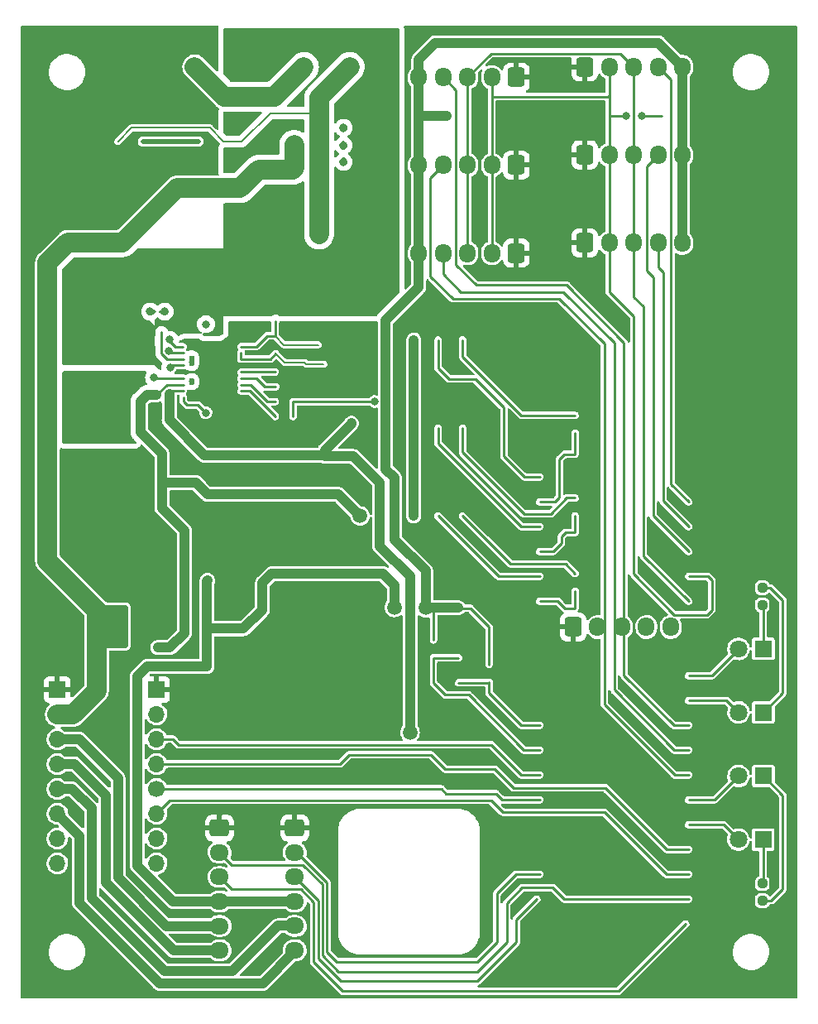
<source format=gtl>
%TF.GenerationSoftware,KiCad,Pcbnew,(6.0.8)*%
%TF.CreationDate,2023-12-15T22:11:55-05:00*%
%TF.ProjectId,main_pcb,6d61696e-5f70-4636-922e-6b696361645f,rev?*%
%TF.SameCoordinates,Original*%
%TF.FileFunction,Copper,L1,Top*%
%TF.FilePolarity,Positive*%
%FSLAX46Y46*%
G04 Gerber Fmt 4.6, Leading zero omitted, Abs format (unit mm)*
G04 Created by KiCad (PCBNEW (6.0.8)) date 2023-12-15 22:11:55*
%MOMM*%
%LPD*%
G01*
G04 APERTURE LIST*
G04 Aperture macros list*
%AMRoundRect*
0 Rectangle with rounded corners*
0 $1 Rounding radius*
0 $2 $3 $4 $5 $6 $7 $8 $9 X,Y pos of 4 corners*
0 Add a 4 corners polygon primitive as box body*
4,1,4,$2,$3,$4,$5,$6,$7,$8,$9,$2,$3,0*
0 Add four circle primitives for the rounded corners*
1,1,$1+$1,$2,$3*
1,1,$1+$1,$4,$5*
1,1,$1+$1,$6,$7*
1,1,$1+$1,$8,$9*
0 Add four rect primitives between the rounded corners*
20,1,$1+$1,$2,$3,$4,$5,0*
20,1,$1+$1,$4,$5,$6,$7,0*
20,1,$1+$1,$6,$7,$8,$9,0*
20,1,$1+$1,$8,$9,$2,$3,0*%
G04 Aperture macros list end*
%TA.AperFunction,SMDPad,CuDef*%
%ADD10RoundRect,0.237500X-0.250000X-0.237500X0.250000X-0.237500X0.250000X0.237500X-0.250000X0.237500X0*%
%TD*%
%TA.AperFunction,ComponentPad*%
%ADD11R,1.800000X1.800000*%
%TD*%
%TA.AperFunction,ComponentPad*%
%ADD12C,1.800000*%
%TD*%
%TA.AperFunction,ComponentPad*%
%ADD13RoundRect,0.250000X-0.600000X-0.725000X0.600000X-0.725000X0.600000X0.725000X-0.600000X0.725000X0*%
%TD*%
%TA.AperFunction,ComponentPad*%
%ADD14O,1.700000X1.950000*%
%TD*%
%TA.AperFunction,ComponentPad*%
%ADD15R,1.700000X1.700000*%
%TD*%
%TA.AperFunction,ComponentPad*%
%ADD16O,1.700000X1.700000*%
%TD*%
%TA.AperFunction,ComponentPad*%
%ADD17C,1.700000*%
%TD*%
%TA.AperFunction,ComponentPad*%
%ADD18RoundRect,0.250000X0.600000X0.725000X-0.600000X0.725000X-0.600000X-0.725000X0.600000X-0.725000X0*%
%TD*%
%TA.AperFunction,ComponentPad*%
%ADD19RoundRect,0.250000X-0.725000X0.600000X-0.725000X-0.600000X0.725000X-0.600000X0.725000X0.600000X0*%
%TD*%
%TA.AperFunction,ComponentPad*%
%ADD20O,1.950000X1.700000*%
%TD*%
%TA.AperFunction,SMDPad,CuDef*%
%ADD21RoundRect,0.250000X1.000000X-1.950000X1.000000X1.950000X-1.000000X1.950000X-1.000000X-1.950000X0*%
%TD*%
%TA.AperFunction,ViaPad*%
%ADD22C,0.800000*%
%TD*%
%TA.AperFunction,ViaPad*%
%ADD23C,1.500000*%
%TD*%
%TA.AperFunction,Conductor*%
%ADD24C,0.254000*%
%TD*%
%TA.AperFunction,Conductor*%
%ADD25C,0.250000*%
%TD*%
%TA.AperFunction,Conductor*%
%ADD26C,1.016000*%
%TD*%
%TA.AperFunction,Conductor*%
%ADD27C,0.200000*%
%TD*%
%TA.AperFunction,Conductor*%
%ADD28C,2.032000*%
%TD*%
%TA.AperFunction,Conductor*%
%ADD29C,0.508000*%
%TD*%
G04 APERTURE END LIST*
D10*
%TO.P,R20,1*%
%TO.N,GND*%
X124337500Y-107750000D03*
%TO.P,R20,2*%
%TO.N,Net-(D7-Pad1)*%
X126162500Y-107750000D03*
%TD*%
D11*
%TO.P,D8,1,K*%
%TO.N,Net-(D8-Pad1)*%
X126275000Y-114000000D03*
D12*
%TO.P,D8,2,A*%
%TO.N,/microcontroller/LED3*%
X123735000Y-114000000D03*
%TD*%
D13*
%TO.P,J3,1,Pin_1*%
%TO.N,GND*%
X108000000Y-72475000D03*
D14*
%TO.P,J3,2,Pin_2*%
%TO.N,/microcontroller/SDA2*%
X110500000Y-72475000D03*
%TO.P,J3,3,Pin_3*%
%TO.N,/microcontroller/SCL2*%
X113000000Y-72475000D03*
%TO.P,J3,4,Pin_4*%
%TO.N,/microcontroller/LCS3*%
X115500000Y-72475000D03*
%TO.P,J3,5,Pin_5*%
%TO.N,+3V3*%
X118000000Y-72475000D03*
%TD*%
D13*
%TO.P,J1,1,Pin_1*%
%TO.N,GND*%
X108000000Y-54475000D03*
D14*
%TO.P,J1,2,Pin_2*%
%TO.N,/microcontroller/SDA2*%
X110500000Y-54475000D03*
%TO.P,J1,3,Pin_3*%
%TO.N,/microcontroller/SCL2*%
X113000000Y-54475000D03*
%TO.P,J1,4,Pin_4*%
%TO.N,/microcontroller/LCS1*%
X115500000Y-54475000D03*
%TO.P,J1,5,Pin_5*%
%TO.N,+3V3*%
X118000000Y-54475000D03*
%TD*%
D11*
%TO.P,D5,1,K*%
%TO.N,Net-(D5-Pad1)*%
X126250000Y-133500000D03*
D12*
%TO.P,D5,2,A*%
%TO.N,/microcontroller/LED0*%
X123710000Y-133500000D03*
%TD*%
D15*
%TO.P,U3,1,GND0*%
%TO.N,GND*%
X54009000Y-118157000D03*
D16*
%TO.P,U3,2,VIN*%
%TO.N,+BATT*%
X54009000Y-120697000D03*
%TO.P,U3,3,BOUT1*%
%TO.N,/microcontroller/BOUT1*%
X54009000Y-123237000D03*
%TO.P,U3,4,BOUT2*%
%TO.N,/microcontroller/BOUT2*%
X54009000Y-125777000D03*
%TO.P,U3,5,AOUT2*%
%TO.N,/microcontroller/AOUT2*%
X54009000Y-128317000D03*
%TO.P,U3,6,AOUT1*%
%TO.N,/microcontroller/AOUT1*%
X54009000Y-130857000D03*
%TO.P,U3,7,AISEN*%
%TO.N,unconnected-(U3-Pad7)*%
X54009000Y-133397000D03*
%TO.P,U3,8,BISEN*%
%TO.N,unconnected-(U3-Pad8)*%
X54009000Y-135937000D03*
%TO.P,U3,9,~{FLT}*%
%TO.N,unconnected-(U3-Pad9)*%
X64169000Y-135937000D03*
%TO.P,U3,10,~{SLP}*%
%TO.N,unconnected-(U3-Pad10)*%
X64169000Y-133397000D03*
%TO.P,U3,11,AIN1*%
%TO.N,/microcontroller/AIN1*%
X64169000Y-130857000D03*
D17*
%TO.P,U3,12,AIN2*%
%TO.N,/microcontroller/AIN2*%
X64169000Y-128317000D03*
D16*
%TO.P,U3,13,BIN2*%
%TO.N,/microcontroller/BIN2*%
X64169000Y-125777000D03*
%TO.P,U3,14,BIN1*%
%TO.N,/microcontroller/BIN1*%
X64169000Y-123237000D03*
%TO.P,U3,15,VMM*%
%TO.N,unconnected-(U3-Pad15)*%
X64169000Y-120697000D03*
D15*
%TO.P,U3,16,GND1*%
%TO.N,GND*%
X64169000Y-118157000D03*
%TD*%
D11*
%TO.P,D7,1,K*%
%TO.N,Net-(D7-Pad1)*%
X126275000Y-120500000D03*
D12*
%TO.P,D7,2,A*%
%TO.N,/microcontroller/LED2*%
X123735000Y-120500000D03*
%TD*%
D10*
%TO.P,R18,1*%
%TO.N,GND*%
X124337500Y-138000000D03*
%TO.P,R18,2*%
%TO.N,Net-(D5-Pad1)*%
X126162500Y-138000000D03*
%TD*%
%TO.P,R21,1*%
%TO.N,GND*%
X124337500Y-109500000D03*
%TO.P,R21,2*%
%TO.N,Net-(D8-Pad1)*%
X126162500Y-109500000D03*
%TD*%
D18*
%TO.P,J4,1,Pin_1*%
%TO.N,GND*%
X101000000Y-73525000D03*
D14*
%TO.P,J4,2,Pin_2*%
%TO.N,/microcontroller/SDA2*%
X98500000Y-73525000D03*
%TO.P,J4,3,Pin_3*%
%TO.N,/microcontroller/SCL2*%
X96000000Y-73525000D03*
%TO.P,J4,4,Pin_4*%
%TO.N,/microcontroller/LCS4*%
X93500000Y-73525000D03*
%TO.P,J4,5,Pin_5*%
%TO.N,+3V3*%
X91000000Y-73525000D03*
%TD*%
D19*
%TO.P,J10,1,Pin_1*%
%TO.N,GND*%
X70612000Y-132334000D03*
D20*
%TO.P,J10,2,Pin_2*%
%TO.N,/microcontroller/BEQ2*%
X70612000Y-134834000D03*
%TO.P,J10,3,Pin_3*%
%TO.N,/microcontroller/BEQ1*%
X70612000Y-137334000D03*
%TO.P,J10,4,Pin_4*%
%TO.N,+3V3*%
X70612000Y-139834000D03*
%TO.P,J10,5,Pin_5*%
%TO.N,/microcontroller/BOUT1*%
X70612000Y-142334000D03*
%TO.P,J10,6,Pin_6*%
%TO.N,/microcontroller/BOUT2*%
X70612000Y-144834000D03*
%TD*%
D18*
%TO.P,J5,1,Pin_1*%
%TO.N,GND*%
X101000000Y-64525000D03*
D14*
%TO.P,J5,2,Pin_2*%
%TO.N,/microcontroller/SDA2*%
X98500000Y-64525000D03*
%TO.P,J5,3,Pin_3*%
%TO.N,/microcontroller/SCL2*%
X96000000Y-64525000D03*
%TO.P,J5,4,Pin_4*%
%TO.N,/microcontroller/LCS5*%
X93500000Y-64525000D03*
%TO.P,J5,5,Pin_5*%
%TO.N,+3V3*%
X91000000Y-64525000D03*
%TD*%
D18*
%TO.P,J6,1,Pin_1*%
%TO.N,GND*%
X101000000Y-55525000D03*
D14*
%TO.P,J6,2,Pin_2*%
%TO.N,/microcontroller/SDA2*%
X98500000Y-55525000D03*
%TO.P,J6,3,Pin_3*%
%TO.N,/microcontroller/SCL2*%
X96000000Y-55525000D03*
%TO.P,J6,4,Pin_4*%
%TO.N,/microcontroller/LCS6*%
X93500000Y-55525000D03*
%TO.P,J6,5,Pin_5*%
%TO.N,+3V3*%
X91000000Y-55525000D03*
%TD*%
D13*
%TO.P,J7,1,Pin_1*%
%TO.N,GND*%
X106800000Y-111760000D03*
D14*
%TO.P,J7,2,Pin_2*%
%TO.N,/microcontroller/SDA2*%
X109300000Y-111760000D03*
%TO.P,J7,3,Pin_3*%
%TO.N,/microcontroller/SCL2*%
X111800000Y-111760000D03*
%TO.P,J7,4,Pin_4*%
%TO.N,/microcontroller/LCS7*%
X114300000Y-111760000D03*
%TO.P,J7,5,Pin_5*%
%TO.N,+3V3*%
X116800000Y-111760000D03*
%TD*%
D11*
%TO.P,D6,1,K*%
%TO.N,Net-(D6-Pad1)*%
X126275000Y-127000000D03*
D12*
%TO.P,D6,2,A*%
%TO.N,/microcontroller/LED1*%
X123735000Y-127000000D03*
%TD*%
D13*
%TO.P,J2,1,Pin_1*%
%TO.N,GND*%
X108000000Y-63475000D03*
D14*
%TO.P,J2,2,Pin_2*%
%TO.N,/microcontroller/SDA2*%
X110500000Y-63475000D03*
%TO.P,J2,3,Pin_3*%
%TO.N,/microcontroller/SCL2*%
X113000000Y-63475000D03*
%TO.P,J2,4,Pin_4*%
%TO.N,/microcontroller/LCS2*%
X115500000Y-63475000D03*
%TO.P,J2,5,Pin_5*%
%TO.N,+3V3*%
X118000000Y-63475000D03*
%TD*%
D21*
%TO.P,C12,1*%
%TO.N,+BATT*%
X60000000Y-111700000D03*
%TO.P,C12,2*%
%TO.N,GND*%
X60000000Y-104300000D03*
%TD*%
D10*
%TO.P,R19,1*%
%TO.N,GND*%
X124337500Y-139750000D03*
%TO.P,R19,2*%
%TO.N,Net-(D6-Pad1)*%
X126162500Y-139750000D03*
%TD*%
D19*
%TO.P,J8,1,Pin_1*%
%TO.N,GND*%
X78299800Y-132332400D03*
D20*
%TO.P,J8,2,Pin_2*%
%TO.N,/microcontroller/AEQ2*%
X78299800Y-134832400D03*
%TO.P,J8,3,Pin_3*%
%TO.N,/microcontroller/AEQ1*%
X78299800Y-137332400D03*
%TO.P,J8,4,Pin_4*%
%TO.N,+3V3*%
X78299800Y-139832400D03*
%TO.P,J8,5,Pin_5*%
%TO.N,/microcontroller/AOUT2*%
X78299800Y-142332400D03*
%TO.P,J8,6,Pin_6*%
%TO.N,/microcontroller/AOUT1*%
X78299800Y-144832400D03*
%TD*%
D22*
%TO.N,*%
X65543000Y-85243000D03*
X65500000Y-82381000D03*
X63892000Y-86262500D03*
X69212500Y-80800000D03*
D23*
X85000000Y-100406001D03*
D22*
X65400000Y-83500000D03*
X86492500Y-88700000D03*
X69212500Y-89841500D03*
D23*
X90100000Y-122550000D03*
D22*
%TO.N,GND*%
X105500000Y-126800000D03*
X66200000Y-138150000D03*
X69500000Y-64000000D03*
X82900000Y-121300000D03*
X51500000Y-51500000D03*
X60800000Y-147300000D03*
X57300000Y-97600000D03*
X99350000Y-60400000D03*
X112900000Y-107900000D03*
X120800000Y-111900000D03*
X98000000Y-127500000D03*
X57300000Y-69700000D03*
X108600000Y-120300000D03*
X77200000Y-115200000D03*
X98250000Y-137500000D03*
X80800000Y-100070000D03*
X128800000Y-106400000D03*
X101250000Y-135750000D03*
X55100000Y-104100000D03*
X65000000Y-112000000D03*
X71600000Y-103100000D03*
X85750000Y-92250000D03*
X51700000Y-127100000D03*
X58500000Y-66700000D03*
X110800000Y-147400000D03*
X83300000Y-60700000D03*
X107000000Y-103900000D03*
X85400000Y-104600000D03*
X116700000Y-128100000D03*
X101400000Y-97700000D03*
X82000000Y-103070000D03*
X65000000Y-79500000D03*
X51250000Y-148750000D03*
X120000000Y-68300000D03*
X101200000Y-91100000D03*
X104900000Y-79600000D03*
X120900000Y-122100000D03*
X79200000Y-83800000D03*
X58500000Y-69700000D03*
X128200000Y-123800000D03*
X128750000Y-51250000D03*
X65100000Y-102700000D03*
X58500000Y-68200000D03*
X60600000Y-102800000D03*
X55100000Y-94100000D03*
X89000000Y-86900000D03*
X80800000Y-101570000D03*
X55800000Y-97600000D03*
X117850000Y-87000000D03*
X72500000Y-107000000D03*
X51700000Y-134700000D03*
X116600000Y-132900000D03*
X106426000Y-138430000D03*
X77200000Y-112200000D03*
X60600000Y-104300000D03*
X76700000Y-109600000D03*
X57300000Y-96400000D03*
X77200000Y-113700000D03*
X91750000Y-111500000D03*
X68950000Y-138400000D03*
X128800000Y-88600000D03*
X79200000Y-146900000D03*
X66250000Y-127000000D03*
X83300000Y-64200000D03*
X72800000Y-101600000D03*
X80500000Y-108000000D03*
X116250000Y-141250000D03*
X85800000Y-87200000D03*
X82700000Y-144800000D03*
X112100000Y-81200000D03*
X54600000Y-138400000D03*
X66300000Y-121900000D03*
X90500000Y-51250000D03*
X59400000Y-105800000D03*
X78400000Y-113700000D03*
X82500000Y-127000000D03*
X107000000Y-95900000D03*
X120800000Y-140900000D03*
X105537000Y-100838000D03*
X120800000Y-115400000D03*
X104500000Y-58500000D03*
X113400000Y-148900000D03*
X104600000Y-68400000D03*
X110800000Y-127000000D03*
X59500000Y-108300000D03*
X92000000Y-87700000D03*
X106000000Y-147300000D03*
X109650000Y-60400000D03*
X62400000Y-94400000D03*
X128750000Y-148750000D03*
X127127000Y-117221000D03*
X101250000Y-131750000D03*
X60600000Y-125000000D03*
X67310000Y-94869000D03*
X119900000Y-53500000D03*
X123000000Y-109500000D03*
X83300000Y-62500000D03*
X82000000Y-101570000D03*
X98250000Y-133750000D03*
X108500000Y-83000000D03*
X72800000Y-100100000D03*
X92500000Y-122500000D03*
X109474000Y-131826000D03*
X78400000Y-115200000D03*
X63500000Y-79500000D03*
X89100000Y-93500000D03*
X71750000Y-109500000D03*
X123000000Y-139700000D03*
X105400000Y-140900000D03*
X123000000Y-138000000D03*
X67818000Y-113538000D03*
X80800000Y-103070000D03*
X118000000Y-74550000D03*
X59400000Y-102800000D03*
X92000000Y-126500000D03*
X82500000Y-124750000D03*
X104500000Y-55200000D03*
X101200000Y-107900000D03*
X66250000Y-124750000D03*
X98000000Y-122250000D03*
X62600000Y-113800000D03*
X88500000Y-126500000D03*
X90600000Y-102500000D03*
X85900000Y-81200000D03*
X68850000Y-141100000D03*
X98000000Y-125000000D03*
X87300000Y-122500000D03*
X92300000Y-78000000D03*
X79200000Y-81250000D03*
X71200000Y-113600000D03*
X58800000Y-96400000D03*
X105283000Y-129540000D03*
X67300000Y-99300000D03*
X112900000Y-115700000D03*
X82000000Y-100070000D03*
X58800000Y-97600000D03*
X71600000Y-100100000D03*
X91900000Y-93200000D03*
X79200000Y-86500000D03*
X99250000Y-147750000D03*
X55800000Y-96400000D03*
X76900000Y-92400000D03*
X64150000Y-89750000D03*
X101400000Y-87800000D03*
X71600000Y-101600000D03*
X54600000Y-140600000D03*
X120700000Y-128400000D03*
X72800000Y-103100000D03*
X120900000Y-105200000D03*
X54700000Y-110300000D03*
X60600000Y-105800000D03*
X76800000Y-100500000D03*
X101200000Y-119500000D03*
X57600000Y-121900000D03*
X76800000Y-96100000D03*
X84800000Y-97400000D03*
X97200000Y-75600000D03*
X114900000Y-101700000D03*
X59400000Y-104300000D03*
X93000000Y-108200000D03*
X105537000Y-92456000D03*
X57300000Y-66700000D03*
X98000000Y-143250000D03*
X68600000Y-58700000D03*
X81200000Y-148900000D03*
X78400000Y-112200000D03*
X123000000Y-107800000D03*
X67375000Y-89850000D03*
X57300000Y-68200000D03*
D23*
%TO.N,+3V3*%
X88500000Y-109750000D03*
X91700000Y-109800000D03*
D22*
%TO.N,/microcontroller/SDA2*%
X112200000Y-59500000D03*
X113800000Y-59500000D03*
%TD*%
D24*
%TO.N,*%
X103380000Y-98950000D02*
X104950000Y-98950000D01*
D25*
X103380000Y-121810000D02*
X101510000Y-121810000D01*
D26*
X64700000Y-94000000D02*
X64700000Y-97000000D01*
D24*
X66900000Y-86964000D02*
X65219500Y-86964000D01*
X104500000Y-100200000D02*
X106145000Y-98555000D01*
X99700000Y-94300000D02*
X99700000Y-89300000D01*
D26*
X68200000Y-97000000D02*
X69400000Y-98200000D01*
X67011700Y-112388300D02*
X67011700Y-109488800D01*
D24*
X65500000Y-82500000D02*
X66100000Y-83100000D01*
X101500000Y-90100000D02*
X106987500Y-90100000D01*
X99700000Y-89300000D02*
X96800000Y-86400000D01*
X101800000Y-100200000D02*
X104500000Y-100200000D01*
D26*
X90484000Y-100406000D02*
X90484000Y-82406000D01*
D24*
X75449500Y-82000000D02*
X76314500Y-82000000D01*
X63943500Y-86314000D02*
X63892000Y-86262500D01*
X67239500Y-89039500D02*
X68410500Y-89039500D01*
D25*
X92500000Y-114912500D02*
X92500000Y-117500000D01*
X98200000Y-118500000D02*
X98200000Y-117412500D01*
D27*
X60203000Y-62103000D02*
X61606000Y-60700000D01*
X69597000Y-60700000D02*
X71000000Y-62103000D01*
D24*
X107000000Y-109831500D02*
X105931500Y-109831500D01*
X66100000Y-83100000D02*
X66874000Y-83100000D01*
D28*
X80791000Y-62466000D02*
X80791000Y-59109000D01*
D25*
X92500000Y-117500000D02*
X93700000Y-118700000D01*
X66900000Y-87614000D02*
X65450000Y-87614000D01*
D26*
X90100000Y-106600000D02*
X90100000Y-122550000D01*
D24*
X73771500Y-86964000D02*
X75506000Y-88698500D01*
D26*
X84100500Y-90949500D02*
X84100500Y-90932000D01*
D24*
X65219500Y-86964000D02*
X64146000Y-88037500D01*
X103380000Y-104030000D02*
X104770000Y-104030000D01*
X95484000Y-91406000D02*
X95484000Y-93884000D01*
D26*
X67011700Y-101911700D02*
X64700000Y-99600000D01*
D24*
X104770000Y-104030000D02*
X105600000Y-103200000D01*
X65772000Y-85014000D02*
X65543000Y-85243000D01*
X86491000Y-88698500D02*
X86492500Y-88700000D01*
D25*
X92507500Y-114920000D02*
X95080000Y-114920000D01*
D24*
X103380000Y-101490000D02*
X101490000Y-101490000D01*
X103380000Y-96410000D02*
X101810000Y-96410000D01*
X96800000Y-86400000D02*
X94100000Y-86400000D01*
D27*
X79500000Y-84900000D02*
X79516500Y-84883500D01*
D24*
X101810000Y-96410000D02*
X99700000Y-94300000D01*
X105600000Y-102500000D02*
X106012500Y-102087500D01*
D27*
X77214500Y-82900000D02*
X76314500Y-82000000D01*
X71000000Y-62103000D02*
X72897000Y-62103000D01*
D24*
X107000000Y-100380000D02*
X107000000Y-102087500D01*
D26*
X64700000Y-97000000D02*
X68200000Y-97000000D01*
D24*
X104950000Y-98950000D02*
X105400000Y-98500000D01*
D26*
X69400000Y-98200000D02*
X82793999Y-98200000D01*
X62500000Y-91800000D02*
X64700000Y-94000000D01*
D24*
X100378000Y-105300000D02*
X106024500Y-105300000D01*
X72800000Y-83074000D02*
X74375500Y-83074000D01*
X72800000Y-86314000D02*
X74396500Y-86314000D01*
D26*
X81381600Y-94311300D02*
X84311300Y-94311300D01*
D27*
X79516500Y-84883500D02*
X81280000Y-84883500D01*
D26*
X81381600Y-93668400D02*
X84100500Y-90949500D01*
D28*
X68072000Y-54483000D02*
X71089000Y-57500000D01*
D24*
X72800000Y-85674000D02*
X76291000Y-85674000D01*
X64673500Y-81589000D02*
X64673500Y-83800927D01*
X105400000Y-98500000D02*
X105400000Y-94600000D01*
D25*
X101510000Y-121810000D02*
X98200000Y-118500000D01*
D24*
X107000000Y-109831500D02*
X107000000Y-108100500D01*
D26*
X87000000Y-97000000D02*
X87000000Y-103500000D01*
D24*
X76314500Y-82000000D02*
X76314500Y-80450000D01*
D28*
X80791000Y-59109000D02*
X80791000Y-57640000D01*
D24*
X66900000Y-88700000D02*
X67239500Y-89039500D01*
X65246573Y-84374000D02*
X66900000Y-84374000D01*
D25*
X65450000Y-87614000D02*
X65450000Y-87950000D01*
D29*
X62743000Y-62103000D02*
X68460000Y-62103000D01*
D27*
X80723500Y-82900000D02*
X77214500Y-82900000D01*
D25*
X96100000Y-118700000D02*
X101750000Y-124350000D01*
D27*
X77264500Y-84700000D02*
X79300000Y-84700000D01*
D24*
X106024500Y-105300000D02*
X107000000Y-106275500D01*
X72800000Y-83724000D02*
X72800000Y-84374000D01*
D28*
X80791000Y-57640000D02*
X83948000Y-54483000D01*
D27*
X79300000Y-84700000D02*
X79500000Y-84900000D01*
D24*
X74375500Y-83074000D02*
X75449500Y-82000000D01*
D26*
X69034300Y-94184300D02*
X81254600Y-94184300D01*
D24*
X68410500Y-89039500D02*
X69212500Y-89841500D01*
X92984000Y-92984000D02*
X92984000Y-91406000D01*
X78139500Y-90222500D02*
X78139500Y-88698500D01*
D27*
X76364500Y-83800000D02*
X77264500Y-84700000D01*
D24*
X75257000Y-87174500D02*
X76364500Y-87174500D01*
X95484000Y-84084000D02*
X101500000Y-90100000D01*
X95484000Y-100406000D02*
X100378000Y-105300000D01*
D26*
X62500000Y-88700000D02*
X62500000Y-91800000D01*
X82793999Y-98200000D02*
X85000000Y-100406001D01*
D25*
X93700000Y-118700000D02*
X96100000Y-118700000D01*
D24*
X65624000Y-83724000D02*
X65400000Y-83500000D01*
X73706000Y-87614000D02*
X76314500Y-90222500D01*
X106012500Y-102087500D02*
X107000000Y-102087500D01*
X101490000Y-101490000D02*
X92984000Y-92984000D01*
D26*
X62500000Y-88700000D02*
X63162500Y-88037500D01*
D27*
X75800000Y-59200000D02*
X80700000Y-59200000D01*
D24*
X72800000Y-87614000D02*
X73706000Y-87614000D01*
D27*
X72897000Y-62103000D02*
X75800000Y-59200000D01*
D24*
X75790500Y-84374000D02*
X76364500Y-83800000D01*
D25*
X98152500Y-117460000D02*
X95080000Y-117460000D01*
D24*
X107000000Y-91912500D02*
X107000000Y-94087500D01*
D27*
X61606000Y-60700000D02*
X69597000Y-60700000D01*
D25*
X101750000Y-124350000D02*
X103380000Y-124350000D01*
D28*
X80791000Y-62466000D02*
X80791000Y-71616000D01*
D26*
X65450000Y-90600000D02*
X69034300Y-94184300D01*
X67011700Y-109488800D02*
X67011700Y-101911700D01*
D24*
X65500000Y-82381000D02*
X65500000Y-82500000D01*
X78139500Y-88698500D02*
X86491000Y-88698500D01*
X72800000Y-86964000D02*
X73771500Y-86964000D01*
D26*
X63162500Y-88037500D02*
X64146000Y-88037500D01*
D24*
X72800000Y-84374000D02*
X75790500Y-84374000D01*
X66900000Y-86314000D02*
X63943500Y-86314000D01*
D28*
X76231000Y-57500000D02*
X79248000Y-54483000D01*
D24*
X105400000Y-94600000D02*
X105912500Y-94087500D01*
X94100000Y-86400000D02*
X92984000Y-85284000D01*
D26*
X84311300Y-94311300D02*
X87000000Y-97000000D01*
D28*
X71089000Y-57500000D02*
X76231000Y-57500000D01*
D24*
X105600000Y-103200000D02*
X105600000Y-102500000D01*
D26*
X65450000Y-87950000D02*
X65450000Y-90600000D01*
D24*
X75506000Y-88698500D02*
X76314500Y-88698500D01*
X99148000Y-106570000D02*
X103380000Y-106570000D01*
D26*
X64700000Y-99600000D02*
X64700000Y-97000000D01*
D24*
X95484000Y-82406000D02*
X95484000Y-84084000D01*
X106145000Y-98555000D02*
X107000000Y-98555000D01*
X66900000Y-88264000D02*
X66900000Y-88700000D01*
X95484000Y-93884000D02*
X101800000Y-100200000D01*
X92984000Y-85284000D02*
X92984000Y-82406000D01*
X105210000Y-109110000D02*
X103380000Y-109110000D01*
X92984000Y-100406000D02*
X99148000Y-106570000D01*
X66900000Y-83724000D02*
X65624000Y-83724000D01*
X105931500Y-109831500D02*
X105210000Y-109110000D01*
D27*
X80700000Y-59200000D02*
X80791000Y-59109000D01*
D26*
X87000000Y-103500000D02*
X90100000Y-106600000D01*
D24*
X74396500Y-86314000D02*
X75257000Y-87174500D01*
D26*
X64282500Y-113873200D02*
X65526800Y-113873200D01*
D24*
X64673500Y-83800927D02*
X65246573Y-84374000D01*
X66900000Y-85014000D02*
X65772000Y-85014000D01*
D26*
X65526800Y-113873200D02*
X67011700Y-112388300D01*
D24*
X105912500Y-94087500D02*
X107000000Y-94087500D01*
%TO.N,/microcontroller/LCS1*%
X116823000Y-55798000D02*
X116823000Y-97153000D01*
X116823000Y-97153000D02*
X118620000Y-98950000D01*
X115500000Y-54475000D02*
X116823000Y-55798000D01*
D25*
%TO.N,GND*%
X71150000Y-88294000D02*
X72770000Y-88294000D01*
D24*
X66900000Y-82424000D02*
X68520000Y-82424000D01*
D25*
X70180000Y-85014000D02*
X72800000Y-85014000D01*
X71150000Y-82394000D02*
X72770000Y-82394000D01*
D24*
X103380000Y-111650000D02*
X106993500Y-111650000D01*
D25*
X66900000Y-85674000D02*
X69520000Y-85674000D01*
D26*
%TO.N,+3V3*%
X88500000Y-96500000D02*
X88500000Y-102800000D01*
X64282500Y-115773200D02*
X69296100Y-115773200D01*
X65862655Y-139834000D02*
X62200000Y-136171345D01*
X69387500Y-107000000D02*
X69311700Y-107075800D01*
X91000000Y-55525000D02*
X91000000Y-53700000D01*
X87312000Y-106312000D02*
X88500000Y-107500000D01*
X87600000Y-80400000D02*
X87600000Y-95600000D01*
X87600000Y-95600000D02*
X88500000Y-96500000D01*
X63226800Y-115773200D02*
X64282500Y-115773200D01*
X88500000Y-102800000D02*
X91700000Y-106000000D01*
D24*
X98200000Y-111757919D02*
X96282081Y-109840000D01*
D26*
X69311700Y-111938300D02*
X73061700Y-111938300D01*
X69311700Y-107075800D02*
X69311700Y-109488800D01*
X93887500Y-59500000D02*
X91200000Y-59500000D01*
X91000000Y-59300000D02*
X91000000Y-55525000D01*
X75000000Y-107250000D02*
X75938000Y-106312000D01*
X77780800Y-106312000D02*
X87312000Y-106312000D01*
X91000000Y-53700000D02*
X92700000Y-52000000D01*
D24*
X92500000Y-109840000D02*
X95080000Y-109840000D01*
D26*
X91200000Y-59500000D02*
X91000000Y-59300000D01*
D24*
X96282081Y-109840000D02*
X95080000Y-109840000D01*
D26*
X91700000Y-109800000D02*
X95040000Y-109800000D01*
X70612000Y-139834000D02*
X65862655Y-139834000D01*
X73061700Y-111938300D02*
X75000000Y-110000000D01*
X62200000Y-116800000D02*
X63226800Y-115773200D01*
X75938000Y-106312000D02*
X77780800Y-106312000D01*
X91700000Y-106000000D02*
X91700000Y-109800000D01*
X88500000Y-107500000D02*
X88500000Y-109750000D01*
X91000000Y-73525000D02*
X91000000Y-77000000D01*
X69311700Y-109488800D02*
X69311700Y-111938300D01*
X91000000Y-73525000D02*
X91000000Y-59300000D01*
X69311700Y-111938300D02*
X69311700Y-115788800D01*
X91000000Y-77000000D02*
X87600000Y-80400000D01*
X78299800Y-139832400D02*
X70613600Y-139832400D01*
X62200000Y-136171345D02*
X62200000Y-116800000D01*
D24*
X98200000Y-115587500D02*
X98200000Y-111757919D01*
D26*
X75000000Y-110000000D02*
X75000000Y-107250000D01*
D24*
X92500000Y-113087500D02*
X92500000Y-109840000D01*
D26*
X118000000Y-54475000D02*
X118000000Y-72475000D01*
X115525000Y-52000000D02*
X118000000Y-54475000D01*
X92700000Y-52000000D02*
X115525000Y-52000000D01*
D24*
%TO.N,/microcontroller/AEQ2*%
X81600000Y-137900000D02*
X81600000Y-145000000D01*
X81600000Y-145000000D02*
X82600000Y-146000000D01*
X100950000Y-137050000D02*
X103380000Y-137050000D01*
X78532400Y-134832400D02*
X81600000Y-137900000D01*
X99000000Y-144000000D02*
X99000000Y-139000000D01*
X82600000Y-146000000D02*
X97000000Y-146000000D01*
X97000000Y-146000000D02*
X99000000Y-144000000D01*
X99000000Y-139000000D02*
X100950000Y-137050000D01*
%TO.N,/microcontroller/AEQ1*%
X101000000Y-141670000D02*
X103080000Y-139590000D01*
X80692998Y-139725598D02*
X80692998Y-145692998D01*
X78299800Y-137332400D02*
X80692998Y-139725598D01*
X80692998Y-145692998D02*
X83000000Y-148000000D01*
X97000000Y-148000000D02*
X101000000Y-144000000D01*
X83000000Y-148000000D02*
X97000000Y-148000000D01*
X101000000Y-144000000D02*
X101000000Y-141670000D01*
D26*
%TO.N,/microcontroller/AOUT2*%
X57500000Y-130300000D02*
X57500000Y-139481022D01*
X54009000Y-128317000D02*
X55517000Y-128317000D01*
X65003477Y-146984499D02*
X71906701Y-146984499D01*
X76558800Y-142332400D02*
X78299800Y-142332400D01*
X71906701Y-146984499D02*
X76558800Y-142332400D01*
X55517000Y-128317000D02*
X57500000Y-130300000D01*
X57500000Y-139481022D02*
X65003477Y-146984499D01*
%TO.N,/microcontroller/AOUT1*%
X64500000Y-148200000D02*
X75057200Y-148200000D01*
X75057200Y-148200000D02*
X78299800Y-144957400D01*
X56284499Y-139984499D02*
X64500000Y-148200000D01*
X54009000Y-130857000D02*
X56284499Y-133132499D01*
X56284499Y-133132499D02*
X56284499Y-139984499D01*
D24*
%TO.N,/microcontroller/BEQ2*%
X105890000Y-139590000D02*
X118620000Y-139590000D01*
X79158652Y-136100000D02*
X81146499Y-138087847D01*
X101600000Y-138400000D02*
X104700000Y-138400000D01*
X100000000Y-144000000D02*
X100000000Y-140000000D01*
X71878000Y-136100000D02*
X79158652Y-136100000D01*
X104700000Y-138400000D02*
X105890000Y-139590000D01*
X81146499Y-145346499D02*
X82800000Y-147000000D01*
X97000000Y-147000000D02*
X100000000Y-144000000D01*
X81146499Y-138087847D02*
X81146499Y-145346499D01*
X100000000Y-140000000D02*
X101600000Y-138400000D01*
X70612000Y-134834000D02*
X71878000Y-136100000D01*
X82800000Y-147000000D02*
X97000000Y-147000000D01*
%TO.N,/microcontroller/BEQ1*%
X80239497Y-139913445D02*
X78926052Y-138600000D01*
X83200000Y-149000000D02*
X80239497Y-146039497D01*
X78926052Y-138600000D02*
X71878000Y-138600000D01*
X80239497Y-146039497D02*
X80239497Y-139913445D01*
X118320000Y-142130000D02*
X111450000Y-149000000D01*
X111450000Y-149000000D02*
X83200000Y-149000000D01*
X71878000Y-138600000D02*
X70612000Y-137334000D01*
D26*
%TO.N,/microcontroller/BOUT2*%
X58984499Y-128984499D02*
X58984499Y-137903477D01*
X58984499Y-137903477D02*
X65915022Y-144834000D01*
X54009000Y-125777000D02*
X55777000Y-125777000D01*
X65915022Y-144834000D02*
X70612000Y-144834000D01*
X55777000Y-125777000D02*
X58984499Y-128984499D01*
%TO.N,/microcontroller/BOUT1*%
X56237000Y-123237000D02*
X54009000Y-123237000D01*
X65134000Y-142334000D02*
X60200000Y-137400000D01*
X60200000Y-127200000D02*
X56237000Y-123237000D01*
X60200000Y-137400000D02*
X60200000Y-127200000D01*
X70612000Y-142334000D02*
X65134000Y-142334000D01*
D28*
%TO.N,+BATT*%
X55100000Y-72400000D02*
X60700000Y-72400000D01*
X54009000Y-120697000D02*
X55601000Y-120697000D01*
X78251000Y-64849000D02*
X78251000Y-62466000D01*
X74600000Y-65000000D02*
X78100000Y-65000000D01*
X53000000Y-74500000D02*
X55100000Y-72400000D01*
X58000000Y-110000000D02*
X53000000Y-105000000D01*
X53000000Y-105000000D02*
X53000000Y-74500000D01*
X66214000Y-66886000D02*
X69342000Y-66886000D01*
X58000000Y-118298000D02*
X58000000Y-110000000D01*
X55601000Y-120697000D02*
X58000000Y-118298000D01*
X72714000Y-66886000D02*
X74600000Y-65000000D01*
X69342000Y-66886000D02*
X72714000Y-66886000D01*
X60700000Y-72400000D02*
X66214000Y-66886000D01*
X78100000Y-65000000D02*
X78251000Y-64849000D01*
D24*
%TO.N,/microcontroller/BIN1*%
X98400000Y-123800000D02*
X101490000Y-126890000D01*
X66400000Y-123800000D02*
X98400000Y-123800000D01*
X101490000Y-126890000D02*
X103380000Y-126890000D01*
X65837000Y-123237000D02*
X66400000Y-123800000D01*
X64169000Y-123237000D02*
X65837000Y-123237000D01*
%TO.N,/microcontroller/BIN2*%
X92222999Y-124822999D02*
X93700000Y-126300000D01*
X98800000Y-126300000D02*
X100700000Y-128200000D01*
X116410000Y-134510000D02*
X118620000Y-134510000D01*
X82918348Y-125777000D02*
X83872349Y-124822999D01*
X83872349Y-124822999D02*
X92222999Y-124822999D01*
X64169000Y-125777000D02*
X82918348Y-125777000D01*
X110100000Y-128200000D02*
X116410000Y-134510000D01*
X93700000Y-126300000D02*
X98800000Y-126300000D01*
X100700000Y-128200000D02*
X110100000Y-128200000D01*
%TO.N,/microcontroller/AIN2*%
X93800000Y-128800000D02*
X98900000Y-128800000D01*
X98900000Y-128800000D02*
X99530000Y-129430000D01*
X64169000Y-128317000D02*
X93317000Y-128317000D01*
X99530000Y-129430000D02*
X103380000Y-129430000D01*
X93317000Y-128317000D02*
X93800000Y-128800000D01*
%TO.N,/microcontroller/AIN1*%
X116350000Y-137050000D02*
X118620000Y-137050000D01*
X65526000Y-129500000D02*
X98400000Y-129500000D01*
X99600000Y-130700000D02*
X110000000Y-130700000D01*
X110000000Y-130700000D02*
X116350000Y-137050000D01*
X64169000Y-130857000D02*
X65526000Y-129500000D01*
X98400000Y-129500000D02*
X99600000Y-130700000D01*
%TO.N,/microcontroller/SDA2*%
X120500000Y-110500000D02*
X117150000Y-110500000D01*
X112200000Y-59500000D02*
X110600000Y-59500000D01*
X110600000Y-59500000D02*
X110500000Y-59400000D01*
X110500000Y-72475000D02*
X110500000Y-59400000D01*
X110500000Y-77500000D02*
X110500000Y-72475000D01*
D25*
X93500000Y-64525000D02*
X92200000Y-65825000D01*
D24*
X115887500Y-59500000D02*
X113800000Y-59500000D01*
D25*
X110000000Y-119700000D02*
X117190000Y-126890000D01*
D24*
X121000000Y-110000000D02*
X120500000Y-110500000D01*
D25*
X94500000Y-78200000D02*
X105400000Y-78200000D01*
D24*
X113000000Y-106350000D02*
X113000000Y-80000000D01*
X118620000Y-106570000D02*
X120570000Y-106570000D01*
D25*
X98500000Y-57500000D02*
X110400000Y-57500000D01*
X105400000Y-78200000D02*
X110000000Y-82800000D01*
X98500000Y-57500000D02*
X98500000Y-73525000D01*
D24*
X117150000Y-110500000D02*
X113000000Y-106350000D01*
D25*
X98500000Y-55525000D02*
X98500000Y-57500000D01*
X110400000Y-57500000D02*
X110500000Y-57400000D01*
D24*
X110500000Y-57400000D02*
X110500000Y-54475000D01*
X120570000Y-106570000D02*
X121000000Y-107000000D01*
D25*
X92200000Y-65825000D02*
X92200000Y-75900000D01*
D24*
X121000000Y-107000000D02*
X121000000Y-110000000D01*
X110500000Y-59400000D02*
X110500000Y-57400000D01*
D25*
X92200000Y-75900000D02*
X94500000Y-78200000D01*
X110000000Y-82800000D02*
X110000000Y-119700000D01*
X117190000Y-126890000D02*
X118620000Y-126890000D01*
D24*
X113000000Y-80000000D02*
X110500000Y-77500000D01*
D25*
%TO.N,/microcontroller/SCL2*%
X113000000Y-72475000D02*
X113000000Y-78000000D01*
X105800000Y-77500000D02*
X95300000Y-77500000D01*
X111000000Y-118200000D02*
X111000000Y-82700000D01*
X94800000Y-74700000D02*
X96900000Y-76800000D01*
X117110000Y-121810000D02*
X118620000Y-121810000D01*
X113000000Y-78000000D02*
X114000000Y-79000000D01*
X98425000Y-53100000D02*
X111625000Y-53100000D01*
X93500000Y-55525000D02*
X94800000Y-56825000D01*
X118620000Y-124350000D02*
X117150000Y-124350000D01*
X96000000Y-55525000D02*
X98425000Y-53100000D01*
X96900000Y-76800000D02*
X106150000Y-76800000D01*
X93500000Y-75700000D02*
X93500000Y-73525000D01*
X114000000Y-79000000D02*
X114000000Y-104490000D01*
X111000000Y-82700000D02*
X105800000Y-77500000D01*
X96000000Y-73525000D02*
X96000000Y-55525000D01*
X94800000Y-56825000D02*
X94800000Y-74700000D01*
X95300000Y-77500000D02*
X93500000Y-75700000D01*
X112000000Y-82650000D02*
X112000000Y-116700000D01*
X117150000Y-124350000D02*
X111000000Y-118200000D01*
D24*
X113000000Y-54475000D02*
X113000000Y-72475000D01*
D25*
X106150000Y-76800000D02*
X112000000Y-82650000D01*
X111625000Y-53100000D02*
X113000000Y-54475000D01*
X114000000Y-104490000D02*
X118620000Y-109110000D01*
X112000000Y-116700000D02*
X117110000Y-121810000D01*
D24*
%TO.N,Net-(D5-Pad1)*%
X126250000Y-133500000D02*
X126250000Y-137662500D01*
%TO.N,/microcontroller/LED0*%
X118620000Y-131970000D02*
X122180000Y-131970000D01*
X122180000Y-131970000D02*
X123710000Y-133500000D01*
%TO.N,Net-(D6-Pad1)*%
X127081250Y-139750000D02*
X126162500Y-139750000D01*
X128250000Y-128975000D02*
X128250000Y-138581250D01*
X128250000Y-138581250D02*
X127081250Y-139750000D01*
X126275000Y-127000000D02*
X128250000Y-128975000D01*
%TO.N,/microcontroller/LED1*%
X121305000Y-129430000D02*
X123735000Y-127000000D01*
X118620000Y-129430000D02*
X121305000Y-129430000D01*
%TO.N,Net-(D7-Pad1)*%
X126275000Y-120500000D02*
X128250000Y-118525000D01*
X128250000Y-118525000D02*
X128250000Y-109000000D01*
X128250000Y-109000000D02*
X127000000Y-107750000D01*
X127000000Y-107750000D02*
X126162500Y-107750000D01*
%TO.N,/microcontroller/LED2*%
X118620000Y-119270000D02*
X122505000Y-119270000D01*
X122505000Y-119270000D02*
X123735000Y-120500000D01*
%TO.N,Net-(D8-Pad1)*%
X126275000Y-114000000D02*
X126275000Y-109612500D01*
%TO.N,/microcontroller/LED3*%
X121005000Y-116730000D02*
X123735000Y-114000000D01*
X118620000Y-116730000D02*
X121005000Y-116730000D01*
%TO.N,/microcontroller/LCS2*%
X114323000Y-75323000D02*
X114323000Y-64652000D01*
X114323000Y-64652000D02*
X115500000Y-63475000D01*
X115000000Y-100410000D02*
X115000000Y-76000000D01*
X115000000Y-76000000D02*
X114323000Y-75323000D01*
X118620000Y-104030000D02*
X115000000Y-100410000D01*
%TO.N,/microcontroller/LCS3*%
X115500000Y-75000000D02*
X115500000Y-72475000D01*
X116000000Y-75500000D02*
X115500000Y-75000000D01*
X118620000Y-101490000D02*
X116000000Y-98870000D01*
X116000000Y-98870000D02*
X116000000Y-75500000D01*
%TD*%
%TA.AperFunction,Conductor*%
%TO.N,GND*%
G36*
X70476657Y-50274502D02*
G01*
X70523150Y-50328158D01*
X70533254Y-50398432D01*
X70527327Y-50421655D01*
X70527302Y-50421710D01*
X70526035Y-50426026D01*
X70526034Y-50426028D01*
X70513178Y-50469813D01*
X70507300Y-50489831D01*
X70506660Y-50494280D01*
X70506659Y-50494286D01*
X70502193Y-50525351D01*
X70486500Y-50634500D01*
X70486500Y-54796551D01*
X70466498Y-54864672D01*
X70412842Y-54911165D01*
X70342568Y-54921269D01*
X70277988Y-54891775D01*
X70271405Y-54885646D01*
X68929696Y-53543937D01*
X68800022Y-53435514D01*
X68733293Y-53397452D01*
X68607898Y-53325927D01*
X68607896Y-53325926D01*
X68603022Y-53323146D01*
X68416054Y-53256937D01*
X68394528Y-53249314D01*
X68394525Y-53249313D01*
X68389238Y-53247441D01*
X68165425Y-53210791D01*
X68159811Y-53210879D01*
X68159809Y-53210879D01*
X68038786Y-53212780D01*
X67938659Y-53214353D01*
X67716110Y-53258016D01*
X67504808Y-53340398D01*
X67311435Y-53458898D01*
X67307244Y-53462632D01*
X67253972Y-53510096D01*
X67142102Y-53609768D01*
X67101293Y-53661814D01*
X67027504Y-53755921D01*
X67002163Y-53788239D01*
X66999534Y-53793205D01*
X66999533Y-53793206D01*
X66901196Y-53978933D01*
X66896039Y-53988672D01*
X66894331Y-53994025D01*
X66894329Y-53994029D01*
X66836545Y-54175094D01*
X66827087Y-54204729D01*
X66826355Y-54210290D01*
X66826354Y-54210294D01*
X66798733Y-54420095D01*
X66797484Y-54429582D01*
X66808168Y-54656123D01*
X66858799Y-54877193D01*
X66861000Y-54882354D01*
X66861002Y-54882359D01*
X66908503Y-54993722D01*
X66947779Y-55085802D01*
X67072293Y-55275358D01*
X67110649Y-55318407D01*
X70125436Y-58333194D01*
X70136296Y-58345576D01*
X70150009Y-58363447D01*
X70154158Y-58367222D01*
X70210882Y-58418837D01*
X70215178Y-58422936D01*
X70231304Y-58439062D01*
X70251548Y-58455989D01*
X70255506Y-58459442D01*
X70317752Y-58516081D01*
X70333164Y-58525749D01*
X70347022Y-58535819D01*
X70360977Y-58547486D01*
X70365853Y-58550267D01*
X70365854Y-58550268D01*
X70434069Y-58589178D01*
X70438597Y-58591888D01*
X70505117Y-58633616D01*
X70505126Y-58633621D01*
X70509874Y-58636599D01*
X70519953Y-58640651D01*
X70575697Y-58684616D01*
X70598823Y-58751741D01*
X70587571Y-58809899D01*
X70527302Y-58941870D01*
X70507300Y-59009991D01*
X70506660Y-59014440D01*
X70506659Y-59014446D01*
X70491629Y-59118984D01*
X70486500Y-59154660D01*
X70486500Y-60783972D01*
X70466498Y-60852093D01*
X70412842Y-60898586D01*
X70342568Y-60908690D01*
X70277988Y-60879196D01*
X70271405Y-60873067D01*
X69883918Y-60485580D01*
X69871413Y-60470098D01*
X69868477Y-60466871D01*
X69862825Y-60458118D01*
X69838562Y-60438991D01*
X69834567Y-60435441D01*
X69834483Y-60435540D01*
X69830520Y-60432182D01*
X69826844Y-60428506D01*
X69820069Y-60423664D01*
X69812348Y-60418146D01*
X69807605Y-60414585D01*
X69778325Y-60391503D01*
X69778321Y-60391501D01*
X69770143Y-60385054D01*
X69762075Y-60382221D01*
X69755115Y-60377247D01*
X69710213Y-60363819D01*
X69709414Y-60363580D01*
X69703765Y-60361744D01*
X69668228Y-60349264D01*
X69658792Y-60345950D01*
X69653596Y-60345500D01*
X69650891Y-60345500D01*
X69648635Y-60345403D01*
X69648159Y-60345260D01*
X69648161Y-60345214D01*
X69647962Y-60345201D01*
X69642045Y-60343432D01*
X69592411Y-60345382D01*
X69591876Y-60345403D01*
X69586930Y-60345500D01*
X61657258Y-60345500D01*
X61637464Y-60343394D01*
X61633111Y-60343189D01*
X61622931Y-60340997D01*
X61598903Y-60343841D01*
X61592262Y-60344627D01*
X61586917Y-60344942D01*
X61586928Y-60345072D01*
X61581750Y-60345500D01*
X61576549Y-60345500D01*
X61558964Y-60348427D01*
X61553087Y-60349264D01*
X61505730Y-60354869D01*
X61498022Y-60358570D01*
X61489583Y-60359975D01*
X61450515Y-60381055D01*
X61447615Y-60382620D01*
X61442324Y-60385316D01*
X61406483Y-60402526D01*
X61406480Y-60402528D01*
X61399343Y-60405955D01*
X61395350Y-60409311D01*
X61393424Y-60411237D01*
X61391774Y-60412750D01*
X61391338Y-60412986D01*
X61391306Y-60412951D01*
X61391155Y-60413084D01*
X61385720Y-60416017D01*
X61378651Y-60423664D01*
X61351643Y-60452881D01*
X61348214Y-60456447D01*
X59931506Y-61873156D01*
X59880247Y-61944885D01*
X59846432Y-62057955D01*
X59851065Y-62175882D01*
X59854821Y-62185590D01*
X59854821Y-62185591D01*
X59889028Y-62274010D01*
X59893647Y-62285950D01*
X59900348Y-62293921D01*
X59900348Y-62293922D01*
X59916612Y-62313270D01*
X59969587Y-62376291D01*
X59978507Y-62381662D01*
X59978509Y-62381663D01*
X60056082Y-62428366D01*
X60070695Y-62437164D01*
X60080877Y-62439356D01*
X60175892Y-62459812D01*
X60175893Y-62459812D01*
X60186070Y-62462003D01*
X60259063Y-62453363D01*
X60292930Y-62449355D01*
X60292931Y-62449355D01*
X60303270Y-62448131D01*
X60312654Y-62443625D01*
X60312657Y-62443624D01*
X60367222Y-62417422D01*
X60409658Y-62397045D01*
X60413650Y-62393689D01*
X60634618Y-62172721D01*
X62234024Y-62172721D01*
X62274051Y-62312771D01*
X62278838Y-62320358D01*
X62278839Y-62320360D01*
X62301145Y-62355712D01*
X62351776Y-62435958D01*
X62358504Y-62441900D01*
X62365559Y-62448131D01*
X62460951Y-62532378D01*
X62469074Y-62536192D01*
X62469076Y-62536193D01*
X62505234Y-62553169D01*
X62592800Y-62594281D01*
X62601665Y-62595661D01*
X62601667Y-62595662D01*
X62654165Y-62603836D01*
X62703386Y-62611500D01*
X68496513Y-62611500D01*
X68550029Y-62603836D01*
X68595294Y-62597354D01*
X68595297Y-62597353D01*
X68604187Y-62596080D01*
X68612363Y-62592363D01*
X68612365Y-62592362D01*
X68728610Y-62539508D01*
X68728612Y-62539507D01*
X68736782Y-62535792D01*
X68847127Y-62440713D01*
X68926352Y-62318485D01*
X68968086Y-62178934D01*
X68968220Y-62157099D01*
X68968764Y-62067936D01*
X68968976Y-62033279D01*
X68928949Y-61893229D01*
X68913962Y-61869475D01*
X68856014Y-61777634D01*
X68851224Y-61770042D01*
X68742049Y-61673622D01*
X68733926Y-61669808D01*
X68733924Y-61669807D01*
X68670013Y-61639801D01*
X68610200Y-61611719D01*
X68601335Y-61610339D01*
X68601333Y-61610338D01*
X68532254Y-61599582D01*
X68499614Y-61594500D01*
X62706487Y-61594500D01*
X62664161Y-61600562D01*
X62607706Y-61608646D01*
X62607703Y-61608647D01*
X62598813Y-61609920D01*
X62590637Y-61613637D01*
X62590635Y-61613638D01*
X62474390Y-61666492D01*
X62474388Y-61666493D01*
X62466218Y-61670208D01*
X62355873Y-61765287D01*
X62276648Y-61887515D01*
X62234914Y-62027066D01*
X62234859Y-62036042D01*
X62234859Y-62036043D01*
X62234499Y-62095018D01*
X62234024Y-62172721D01*
X60634618Y-62172721D01*
X61715934Y-61091405D01*
X61778246Y-61057379D01*
X61805029Y-61054500D01*
X69397971Y-61054500D01*
X69466092Y-61074502D01*
X69487066Y-61091405D01*
X70644062Y-62248401D01*
X70678088Y-62310713D01*
X70673023Y-62381528D01*
X70650192Y-62420008D01*
X70593919Y-62484950D01*
X70593917Y-62484953D01*
X70588018Y-62491761D01*
X70584274Y-62499959D01*
X70579645Y-62510096D01*
X70527302Y-62624710D01*
X70526034Y-62629029D01*
X70514775Y-62667375D01*
X70507300Y-62692831D01*
X70506660Y-62697280D01*
X70506659Y-62697286D01*
X70487199Y-62832635D01*
X70486500Y-62837500D01*
X70486500Y-65235500D01*
X70486860Y-65238846D01*
X70486860Y-65238851D01*
X70497483Y-65337660D01*
X70498234Y-65344649D01*
X70509620Y-65396991D01*
X70510680Y-65400174D01*
X70510683Y-65400187D01*
X70527166Y-65449710D01*
X70529700Y-65520661D01*
X70493472Y-65581719D01*
X70429985Y-65613498D01*
X70407614Y-65615500D01*
X66306181Y-65615500D01*
X66289734Y-65614422D01*
X66288982Y-65614323D01*
X66267418Y-65611484D01*
X66261818Y-65611748D01*
X66261817Y-65611748D01*
X66185225Y-65615360D01*
X66179290Y-65615500D01*
X66156465Y-65615500D01*
X66153682Y-65615748D01*
X66153669Y-65615749D01*
X66130197Y-65617844D01*
X66124933Y-65618203D01*
X66069041Y-65620839D01*
X66040877Y-65622167D01*
X66035413Y-65623419D01*
X66035409Y-65623419D01*
X66023146Y-65626228D01*
X66006216Y-65628910D01*
X66002569Y-65629235D01*
X65993691Y-65630027D01*
X65993686Y-65630028D01*
X65988105Y-65630526D01*
X65982695Y-65632006D01*
X65982689Y-65632007D01*
X65906943Y-65652728D01*
X65901840Y-65654010D01*
X65865935Y-65662234D01*
X65825272Y-65671547D01*
X65825269Y-65671548D01*
X65819807Y-65672799D01*
X65814645Y-65675001D01*
X65814641Y-65675002D01*
X65803074Y-65679935D01*
X65786895Y-65685570D01*
X65769349Y-65690370D01*
X65693384Y-65726604D01*
X65688594Y-65728766D01*
X65616353Y-65759579D01*
X65616351Y-65759580D01*
X65611198Y-65761778D01*
X65606513Y-65764855D01*
X65606512Y-65764856D01*
X65595997Y-65771763D01*
X65581064Y-65780178D01*
X65564649Y-65788007D01*
X65560099Y-65791276D01*
X65560088Y-65791283D01*
X65496311Y-65837112D01*
X65491962Y-65840101D01*
X65425504Y-65883756D01*
X65425497Y-65883761D01*
X65421643Y-65886293D01*
X65405339Y-65900819D01*
X65400617Y-65905026D01*
X65390326Y-65913271D01*
X65385029Y-65917077D01*
X65385022Y-65917083D01*
X65380474Y-65920351D01*
X65308665Y-65994452D01*
X65305429Y-65997791D01*
X65304040Y-65999201D01*
X60210646Y-71092595D01*
X60148334Y-71126621D01*
X60121551Y-71129500D01*
X55192180Y-71129500D01*
X55175733Y-71128422D01*
X55158987Y-71126217D01*
X55158983Y-71126217D01*
X55153417Y-71125484D01*
X55071232Y-71129360D01*
X55065296Y-71129500D01*
X55042465Y-71129500D01*
X55039680Y-71129749D01*
X55039670Y-71129749D01*
X55016186Y-71131845D01*
X55010922Y-71132204D01*
X54976236Y-71133840D01*
X54926877Y-71136168D01*
X54909144Y-71140229D01*
X54892230Y-71142908D01*
X54891221Y-71142998D01*
X54874105Y-71144526D01*
X54868697Y-71146005D01*
X54868694Y-71146006D01*
X54792934Y-71166732D01*
X54787815Y-71168018D01*
X54768116Y-71172530D01*
X54705807Y-71186800D01*
X54700654Y-71188998D01*
X54689080Y-71193934D01*
X54672902Y-71199567D01*
X54660757Y-71202890D01*
X54660752Y-71202892D01*
X54655349Y-71204370D01*
X54650299Y-71206779D01*
X54650285Y-71206784D01*
X54579382Y-71240604D01*
X54574570Y-71242777D01*
X54502356Y-71273578D01*
X54502351Y-71273581D01*
X54497197Y-71275779D01*
X54492508Y-71278859D01*
X54492506Y-71278860D01*
X54481996Y-71285763D01*
X54467069Y-71294174D01*
X54455718Y-71299588D01*
X54455708Y-71299594D01*
X54450649Y-71302007D01*
X54391949Y-71344188D01*
X54382327Y-71351102D01*
X54377976Y-71354092D01*
X54311508Y-71397753D01*
X54311503Y-71397757D01*
X54307642Y-71400293D01*
X54304194Y-71403365D01*
X54304193Y-71403366D01*
X54286617Y-71419027D01*
X54276317Y-71427279D01*
X54266474Y-71434351D01*
X54206177Y-71496572D01*
X54191399Y-71511822D01*
X54190010Y-71513232D01*
X52166806Y-73536435D01*
X52154415Y-73547303D01*
X52136553Y-73561009D01*
X52091259Y-73610787D01*
X52081173Y-73621871D01*
X52077074Y-73626167D01*
X52060937Y-73642304D01*
X52043979Y-73662586D01*
X52040558Y-73666507D01*
X51983919Y-73728752D01*
X51974252Y-73744163D01*
X51964179Y-73758027D01*
X51956107Y-73767680D01*
X51956104Y-73767685D01*
X51952514Y-73771978D01*
X51949740Y-73776841D01*
X51949734Y-73776850D01*
X51910820Y-73845073D01*
X51908110Y-73849601D01*
X51866384Y-73916117D01*
X51866379Y-73916126D01*
X51863401Y-73920874D01*
X51861310Y-73926076D01*
X51856620Y-73937744D01*
X51849161Y-73953174D01*
X51840146Y-73968978D01*
X51838274Y-73974266D01*
X51838272Y-73974269D01*
X51812047Y-74048327D01*
X51810192Y-74053235D01*
X51778810Y-74131301D01*
X51777672Y-74136796D01*
X51775123Y-74149104D01*
X51770513Y-74165615D01*
X51764441Y-74182762D01*
X51754400Y-74244079D01*
X51750843Y-74265803D01*
X51749881Y-74270994D01*
X51737118Y-74332625D01*
X51732819Y-74353382D01*
X51732553Y-74357989D01*
X51732553Y-74357992D01*
X51731198Y-74381494D01*
X51729751Y-74394599D01*
X51728699Y-74401027D01*
X51728699Y-74401034D01*
X51727791Y-74406575D01*
X51727879Y-74412188D01*
X51727879Y-74412190D01*
X51729484Y-74514355D01*
X51729500Y-74516334D01*
X51729500Y-104907819D01*
X51728422Y-104924266D01*
X51726739Y-104937052D01*
X51725484Y-104946582D01*
X51728230Y-105004801D01*
X51729360Y-105028767D01*
X51729500Y-105034703D01*
X51729500Y-105057535D01*
X51729749Y-105060321D01*
X51729749Y-105060329D01*
X51731845Y-105083813D01*
X51732204Y-105089077D01*
X51736168Y-105173123D01*
X51737418Y-105178582D01*
X51737419Y-105178587D01*
X51740229Y-105190855D01*
X51742910Y-105207786D01*
X51744526Y-105225895D01*
X51746008Y-105231311D01*
X51766728Y-105307052D01*
X51768014Y-105312171D01*
X51786799Y-105394193D01*
X51788999Y-105399350D01*
X51789001Y-105399357D01*
X51793932Y-105410917D01*
X51799569Y-105427104D01*
X51802887Y-105439231D01*
X51804370Y-105444651D01*
X51806785Y-105449714D01*
X51806789Y-105449725D01*
X51840603Y-105520616D01*
X51842772Y-105525418D01*
X51875779Y-105602802D01*
X51878858Y-105607490D01*
X51878859Y-105607491D01*
X51885761Y-105617998D01*
X51894173Y-105632926D01*
X51902007Y-105649351D01*
X51905281Y-105653907D01*
X51905282Y-105653909D01*
X51951113Y-105717689D01*
X51954102Y-105722038D01*
X51993508Y-105782028D01*
X52000293Y-105792358D01*
X52003364Y-105795804D01*
X52003365Y-105795806D01*
X52019027Y-105813383D01*
X52027279Y-105823683D01*
X52034351Y-105833526D01*
X52038380Y-105837430D01*
X52111823Y-105908602D01*
X52113233Y-105909991D01*
X56692595Y-110489354D01*
X56726621Y-110551666D01*
X56729500Y-110578449D01*
X56729500Y-117719552D01*
X56709498Y-117787673D01*
X56692595Y-117808647D01*
X55582095Y-118919146D01*
X55519783Y-118953172D01*
X55448967Y-118948107D01*
X55392132Y-118905560D01*
X55367321Y-118839040D01*
X55367000Y-118830051D01*
X55367000Y-118429115D01*
X55362525Y-118413876D01*
X55361135Y-118412671D01*
X55353452Y-118411000D01*
X52669116Y-118411000D01*
X52653877Y-118415475D01*
X52652672Y-118416865D01*
X52651001Y-118424548D01*
X52651001Y-119051669D01*
X52651371Y-119058490D01*
X52656895Y-119109352D01*
X52660521Y-119124604D01*
X52705676Y-119245054D01*
X52714214Y-119260649D01*
X52790715Y-119362724D01*
X52803276Y-119375285D01*
X52905351Y-119451786D01*
X52920946Y-119460324D01*
X53041394Y-119505478D01*
X53056649Y-119509105D01*
X53103475Y-119514192D01*
X53169037Y-119541433D01*
X53209464Y-119599796D01*
X53211920Y-119670750D01*
X53174779Y-119730677D01*
X53175474Y-119731351D01*
X53172387Y-119734536D01*
X53172386Y-119734537D01*
X53154017Y-119753493D01*
X53026555Y-119885023D01*
X53017645Y-119894217D01*
X52991278Y-119933455D01*
X52894279Y-120077805D01*
X52894276Y-120077810D01*
X52891153Y-120082458D01*
X52888900Y-120087590D01*
X52888898Y-120087594D01*
X52835251Y-120209804D01*
X52799993Y-120290124D01*
X52798683Y-120295581D01*
X52748360Y-120505192D01*
X52748359Y-120505198D01*
X52747050Y-120510651D01*
X52746727Y-120516257D01*
X52736305Y-120697000D01*
X52733994Y-120737069D01*
X52761241Y-120962219D01*
X52762891Y-120967581D01*
X52762891Y-120967583D01*
X52765675Y-120976632D01*
X52827927Y-121178987D01*
X52830499Y-121183970D01*
X52905726Y-121329718D01*
X52931946Y-121380519D01*
X53070009Y-121560447D01*
X53159805Y-121642155D01*
X53233605Y-121709308D01*
X53233608Y-121709310D01*
X53237752Y-121713081D01*
X53242503Y-121716062D01*
X53242504Y-121716062D01*
X53425118Y-121830616D01*
X53425122Y-121830618D01*
X53429874Y-121833599D01*
X53640301Y-121918190D01*
X53686079Y-121927670D01*
X53691037Y-121928697D01*
X53753687Y-121962098D01*
X53788333Y-122024067D01*
X53783976Y-122094929D01*
X53741999Y-122152187D01*
X53709097Y-122170291D01*
X53531463Y-122235824D01*
X53357010Y-122339612D01*
X53352670Y-122343418D01*
X53352666Y-122343421D01*
X53332723Y-122360911D01*
X53204392Y-122473455D01*
X53078720Y-122632869D01*
X53076031Y-122637980D01*
X53076029Y-122637983D01*
X53063073Y-122662609D01*
X52984203Y-122812515D01*
X52924007Y-123006378D01*
X52900148Y-123207964D01*
X52913424Y-123410522D01*
X52914845Y-123416118D01*
X52914846Y-123416123D01*
X52951142Y-123559035D01*
X52963392Y-123607269D01*
X52965809Y-123612512D01*
X53000944Y-123688726D01*
X53048377Y-123791616D01*
X53165533Y-123957389D01*
X53169675Y-123961424D01*
X53209732Y-124000445D01*
X53310938Y-124099035D01*
X53315742Y-124102245D01*
X53375215Y-124141984D01*
X53479720Y-124211812D01*
X53485023Y-124214090D01*
X53485026Y-124214092D01*
X53573707Y-124252192D01*
X53666228Y-124291942D01*
X53739244Y-124308464D01*
X53858579Y-124335467D01*
X53858584Y-124335468D01*
X53864216Y-124336742D01*
X53869987Y-124336969D01*
X53869989Y-124336969D01*
X53929756Y-124339317D01*
X54067053Y-124344712D01*
X54167499Y-124330148D01*
X54262231Y-124316413D01*
X54262236Y-124316412D01*
X54267945Y-124315584D01*
X54273409Y-124313729D01*
X54273414Y-124313728D01*
X54454693Y-124252192D01*
X54454698Y-124252190D01*
X54460165Y-124250334D01*
X54637276Y-124151147D01*
X54641718Y-124147453D01*
X54641724Y-124147449D01*
X54784592Y-124028626D01*
X54849756Y-124000445D01*
X54865161Y-123999500D01*
X55868972Y-123999500D01*
X55937093Y-124019502D01*
X55958067Y-124036405D01*
X59400595Y-127478933D01*
X59434621Y-127541245D01*
X59437500Y-127568028D01*
X59437500Y-128054972D01*
X59417498Y-128123093D01*
X59363842Y-128169586D01*
X59293568Y-128179690D01*
X59228988Y-128150196D01*
X59222405Y-128144067D01*
X56363810Y-125285472D01*
X56351423Y-125271059D01*
X56342795Y-125259335D01*
X56338454Y-125253436D01*
X56297945Y-125219021D01*
X56290429Y-125212091D01*
X56284685Y-125206347D01*
X56281811Y-125204073D01*
X56281804Y-125204067D01*
X56262289Y-125188628D01*
X56258885Y-125185837D01*
X56208528Y-125143055D01*
X56208524Y-125143052D01*
X56202949Y-125138316D01*
X56196432Y-125134988D01*
X56191368Y-125131611D01*
X56186144Y-125128384D01*
X56180400Y-125123840D01*
X56154109Y-125111552D01*
X56113918Y-125092768D01*
X56109967Y-125090837D01*
X56051117Y-125060787D01*
X56044596Y-125057457D01*
X56037481Y-125055716D01*
X56031735Y-125053579D01*
X56025952Y-125051655D01*
X56019321Y-125048556D01*
X55947443Y-125033606D01*
X55943171Y-125032639D01*
X55871888Y-125015196D01*
X55866289Y-125014849D01*
X55866285Y-125014848D01*
X55860670Y-125014500D01*
X55860672Y-125014461D01*
X55856771Y-125014228D01*
X55852412Y-125013839D01*
X55845244Y-125012348D01*
X55837927Y-125012546D01*
X55767423Y-125014454D01*
X55764014Y-125014500D01*
X54860697Y-125014500D01*
X54792576Y-124994498D01*
X54775168Y-124981024D01*
X54688503Y-124900911D01*
X54684258Y-124896987D01*
X54679375Y-124893906D01*
X54679371Y-124893903D01*
X54517464Y-124791748D01*
X54512581Y-124788667D01*
X54324039Y-124713446D01*
X54318379Y-124712320D01*
X54318375Y-124712319D01*
X54130613Y-124674971D01*
X54130610Y-124674971D01*
X54124946Y-124673844D01*
X54119171Y-124673768D01*
X54119167Y-124673768D01*
X54017793Y-124672441D01*
X53921971Y-124671187D01*
X53916274Y-124672166D01*
X53916273Y-124672166D01*
X53727607Y-124704585D01*
X53721910Y-124705564D01*
X53531463Y-124775824D01*
X53357010Y-124879612D01*
X53352670Y-124883418D01*
X53352666Y-124883421D01*
X53332723Y-124900911D01*
X53204392Y-125013455D01*
X53078720Y-125172869D01*
X53076031Y-125177980D01*
X53076029Y-125177983D01*
X53061106Y-125206347D01*
X52984203Y-125352515D01*
X52924007Y-125546378D01*
X52900148Y-125747964D01*
X52913424Y-125950522D01*
X52914845Y-125956118D01*
X52914846Y-125956123D01*
X52948603Y-126089039D01*
X52963392Y-126147269D01*
X52965809Y-126152512D01*
X53000944Y-126228726D01*
X53048377Y-126331616D01*
X53051710Y-126336332D01*
X53159250Y-126488498D01*
X53165533Y-126497389D01*
X53169675Y-126501424D01*
X53209732Y-126540445D01*
X53310938Y-126639035D01*
X53479720Y-126751812D01*
X53485023Y-126754090D01*
X53485026Y-126754092D01*
X53579924Y-126794863D01*
X53666228Y-126831942D01*
X53716640Y-126843349D01*
X53858579Y-126875467D01*
X53858584Y-126875468D01*
X53864216Y-126876742D01*
X53869987Y-126876969D01*
X53869989Y-126876969D01*
X53929756Y-126879317D01*
X54067053Y-126884712D01*
X54175989Y-126868917D01*
X54262231Y-126856413D01*
X54262236Y-126856412D01*
X54267945Y-126855584D01*
X54273409Y-126853729D01*
X54273414Y-126853728D01*
X54454693Y-126792192D01*
X54454698Y-126792190D01*
X54460165Y-126790334D01*
X54474465Y-126782326D01*
X54555044Y-126737199D01*
X54637276Y-126691147D01*
X54641718Y-126687453D01*
X54641724Y-126687449D01*
X54784592Y-126568626D01*
X54849756Y-126540445D01*
X54865161Y-126539500D01*
X55408972Y-126539500D01*
X55477093Y-126559502D01*
X55498067Y-126576405D01*
X58185094Y-129263432D01*
X58219120Y-129325744D01*
X58221999Y-129352527D01*
X58221999Y-129639471D01*
X58201997Y-129707592D01*
X58148341Y-129754085D01*
X58078067Y-129764189D01*
X58013487Y-129734695D01*
X58006904Y-129728566D01*
X56103810Y-127825472D01*
X56091423Y-127811059D01*
X56082795Y-127799335D01*
X56078454Y-127793436D01*
X56037945Y-127759021D01*
X56030429Y-127752091D01*
X56024685Y-127746347D01*
X56021811Y-127744073D01*
X56021804Y-127744067D01*
X56002289Y-127728628D01*
X55998885Y-127725837D01*
X55948528Y-127683055D01*
X55948524Y-127683052D01*
X55942949Y-127678316D01*
X55936432Y-127674988D01*
X55931368Y-127671611D01*
X55926144Y-127668384D01*
X55920400Y-127663840D01*
X55894109Y-127651552D01*
X55853918Y-127632768D01*
X55849967Y-127630837D01*
X55791117Y-127600787D01*
X55784596Y-127597457D01*
X55777481Y-127595716D01*
X55771735Y-127593579D01*
X55765952Y-127591655D01*
X55759321Y-127588556D01*
X55687443Y-127573606D01*
X55683171Y-127572639D01*
X55611888Y-127555196D01*
X55606289Y-127554849D01*
X55606285Y-127554848D01*
X55600670Y-127554500D01*
X55600672Y-127554461D01*
X55596771Y-127554228D01*
X55592412Y-127553839D01*
X55585244Y-127552348D01*
X55577927Y-127552546D01*
X55507423Y-127554454D01*
X55504014Y-127554500D01*
X54860697Y-127554500D01*
X54792576Y-127534498D01*
X54775168Y-127521024D01*
X54688503Y-127440911D01*
X54684258Y-127436987D01*
X54679375Y-127433906D01*
X54679371Y-127433903D01*
X54517464Y-127331748D01*
X54512581Y-127328667D01*
X54324039Y-127253446D01*
X54318379Y-127252320D01*
X54318375Y-127252319D01*
X54130613Y-127214971D01*
X54130610Y-127214971D01*
X54124946Y-127213844D01*
X54119171Y-127213768D01*
X54119167Y-127213768D01*
X54017793Y-127212441D01*
X53921971Y-127211187D01*
X53916274Y-127212166D01*
X53916273Y-127212166D01*
X53727607Y-127244585D01*
X53721910Y-127245564D01*
X53531463Y-127315824D01*
X53357010Y-127419612D01*
X53352670Y-127423418D01*
X53352666Y-127423421D01*
X53275147Y-127491404D01*
X53204392Y-127553455D01*
X53200817Y-127557990D01*
X53200816Y-127557991D01*
X53190675Y-127570855D01*
X53078720Y-127712869D01*
X53076031Y-127717980D01*
X53076029Y-127717983D01*
X53063073Y-127742609D01*
X52984203Y-127892515D01*
X52924007Y-128086378D01*
X52900148Y-128287964D01*
X52913424Y-128490522D01*
X52914845Y-128496118D01*
X52914846Y-128496123D01*
X52961971Y-128681674D01*
X52963392Y-128687269D01*
X52965809Y-128692512D01*
X53000944Y-128768726D01*
X53048377Y-128871616D01*
X53051710Y-128876332D01*
X53159250Y-129028498D01*
X53165533Y-129037389D01*
X53169675Y-129041424D01*
X53226637Y-129096913D01*
X53310938Y-129179035D01*
X53315742Y-129182245D01*
X53368732Y-129217652D01*
X53479720Y-129291812D01*
X53485023Y-129294090D01*
X53485026Y-129294092D01*
X53621038Y-129352527D01*
X53666228Y-129371942D01*
X53739244Y-129388464D01*
X53858579Y-129415467D01*
X53858584Y-129415468D01*
X53864216Y-129416742D01*
X53869987Y-129416969D01*
X53869989Y-129416969D01*
X53929756Y-129419317D01*
X54067053Y-129424712D01*
X54168299Y-129410032D01*
X54262231Y-129396413D01*
X54262236Y-129396412D01*
X54267945Y-129395584D01*
X54273409Y-129393729D01*
X54273414Y-129393728D01*
X54454693Y-129332192D01*
X54454698Y-129332190D01*
X54460165Y-129330334D01*
X54513729Y-129300337D01*
X54538431Y-129286503D01*
X54637276Y-129231147D01*
X54641718Y-129227453D01*
X54641724Y-129227449D01*
X54784592Y-129108626D01*
X54849756Y-129080445D01*
X54865161Y-129079500D01*
X55148972Y-129079500D01*
X55217093Y-129099502D01*
X55238067Y-129116405D01*
X56700595Y-130578933D01*
X56734621Y-130641245D01*
X56737500Y-130668028D01*
X56737500Y-132202972D01*
X56717498Y-132271093D01*
X56663842Y-132317586D01*
X56593568Y-132327690D01*
X56528988Y-132298196D01*
X56522405Y-132292067D01*
X55153566Y-130923228D01*
X55119540Y-130860916D01*
X55117190Y-130845662D01*
X55100187Y-130660613D01*
X55100186Y-130660610D01*
X55099658Y-130654859D01*
X55098090Y-130649299D01*
X55046125Y-130465046D01*
X55046124Y-130465044D01*
X55044557Y-130459487D01*
X55039635Y-130449505D01*
X54957331Y-130282609D01*
X54954776Y-130277428D01*
X54947572Y-130267780D01*
X54836777Y-130119409D01*
X54833320Y-130114779D01*
X54684258Y-129976987D01*
X54679375Y-129973906D01*
X54679371Y-129973903D01*
X54517464Y-129871748D01*
X54512581Y-129868667D01*
X54324039Y-129793446D01*
X54318379Y-129792320D01*
X54318375Y-129792319D01*
X54130613Y-129754971D01*
X54130610Y-129754971D01*
X54124946Y-129753844D01*
X54119171Y-129753768D01*
X54119167Y-129753768D01*
X54017793Y-129752441D01*
X53921971Y-129751187D01*
X53916274Y-129752166D01*
X53916273Y-129752166D01*
X53727607Y-129784585D01*
X53721910Y-129785564D01*
X53531463Y-129855824D01*
X53357010Y-129959612D01*
X53352670Y-129963418D01*
X53352666Y-129963421D01*
X53333277Y-129980425D01*
X53204392Y-130093455D01*
X53078720Y-130252869D01*
X53076031Y-130257980D01*
X53076029Y-130257983D01*
X53044152Y-130318572D01*
X52984203Y-130432515D01*
X52924007Y-130626378D01*
X52900148Y-130827964D01*
X52913424Y-131030522D01*
X52914845Y-131036118D01*
X52914846Y-131036123D01*
X52941507Y-131141099D01*
X52963392Y-131227269D01*
X52965809Y-131232512D01*
X53003010Y-131313208D01*
X53048377Y-131411616D01*
X53051710Y-131416332D01*
X53160170Y-131569800D01*
X53165533Y-131577389D01*
X53169675Y-131581424D01*
X53219039Y-131629512D01*
X53310938Y-131719035D01*
X53479720Y-131831812D01*
X53485023Y-131834090D01*
X53485026Y-131834092D01*
X53613064Y-131889101D01*
X53666228Y-131911942D01*
X53739244Y-131928464D01*
X53858579Y-131955467D01*
X53858584Y-131955468D01*
X53864216Y-131956742D01*
X53869987Y-131956969D01*
X53869989Y-131956969D01*
X53987925Y-131961603D01*
X54055208Y-131984264D01*
X54072073Y-131998411D01*
X54151583Y-132077921D01*
X54185609Y-132140233D01*
X54180544Y-132211048D01*
X54137997Y-132267884D01*
X54071477Y-132292695D01*
X54060843Y-132293005D01*
X53921971Y-132291187D01*
X53916274Y-132292166D01*
X53916273Y-132292166D01*
X53727607Y-132324585D01*
X53721910Y-132325564D01*
X53531463Y-132395824D01*
X53357010Y-132499612D01*
X53352670Y-132503418D01*
X53352666Y-132503421D01*
X53233455Y-132607967D01*
X53204392Y-132633455D01*
X53078720Y-132792869D01*
X53076031Y-132797980D01*
X53076029Y-132797983D01*
X53063073Y-132822609D01*
X52984203Y-132972515D01*
X52924007Y-133166378D01*
X52900148Y-133367964D01*
X52913424Y-133570522D01*
X52914845Y-133576118D01*
X52914846Y-133576123D01*
X52961971Y-133761674D01*
X52963392Y-133767269D01*
X52965809Y-133772512D01*
X53001046Y-133848948D01*
X53048377Y-133951616D01*
X53051710Y-133956332D01*
X53159250Y-134108498D01*
X53165533Y-134117389D01*
X53310938Y-134259035D01*
X53315742Y-134262245D01*
X53343685Y-134280916D01*
X53479720Y-134371812D01*
X53485023Y-134374090D01*
X53485026Y-134374092D01*
X53617798Y-134431135D01*
X53666228Y-134451942D01*
X53727083Y-134465712D01*
X53858579Y-134495467D01*
X53858584Y-134495468D01*
X53864216Y-134496742D01*
X53869987Y-134496969D01*
X53869989Y-134496969D01*
X53929343Y-134499301D01*
X54067053Y-134504712D01*
X54188328Y-134487128D01*
X54262231Y-134476413D01*
X54262236Y-134476412D01*
X54267945Y-134475584D01*
X54273409Y-134473729D01*
X54273414Y-134473728D01*
X54454693Y-134412192D01*
X54454698Y-134412190D01*
X54460165Y-134410334D01*
X54471001Y-134404266D01*
X54540525Y-134365330D01*
X54637276Y-134311147D01*
X54675549Y-134279316D01*
X54788913Y-134185031D01*
X54793345Y-134181345D01*
X54834710Y-134131609D01*
X54919453Y-134029718D01*
X54919455Y-134029715D01*
X54923147Y-134025276D01*
X55011324Y-133867825D01*
X55019510Y-133853208D01*
X55019511Y-133853206D01*
X55022334Y-133848165D01*
X55024190Y-133842698D01*
X55024192Y-133842693D01*
X55085728Y-133661414D01*
X55085729Y-133661409D01*
X55087584Y-133655945D01*
X55088412Y-133650236D01*
X55088413Y-133650231D01*
X55106405Y-133526139D01*
X55116712Y-133455053D01*
X55118232Y-133397000D01*
X55114464Y-133355992D01*
X55128149Y-133286327D01*
X55177325Y-133235119D01*
X55246380Y-133218628D01*
X55313388Y-133242088D01*
X55329030Y-133255368D01*
X55485094Y-133411432D01*
X55519120Y-133473744D01*
X55521999Y-133500527D01*
X55521999Y-139917123D01*
X55520566Y-139936073D01*
X55518375Y-139950472D01*
X55518375Y-139950478D01*
X55517275Y-139957707D01*
X55517868Y-139964999D01*
X55517868Y-139965002D01*
X55521584Y-140010682D01*
X55521999Y-140020897D01*
X55521999Y-140029024D01*
X55525310Y-140057423D01*
X55525737Y-140061743D01*
X55531690Y-140134925D01*
X55533946Y-140141887D01*
X55535142Y-140147875D01*
X55536550Y-140153832D01*
X55537398Y-140161106D01*
X55539896Y-140167988D01*
X55539897Y-140167992D01*
X55562444Y-140230106D01*
X55563854Y-140234210D01*
X55586486Y-140304074D01*
X55590286Y-140310337D01*
X55592824Y-140315879D01*
X55595566Y-140321355D01*
X55598065Y-140328240D01*
X55602080Y-140334364D01*
X55638314Y-140389631D01*
X55640629Y-140393299D01*
X55678726Y-140456080D01*
X55682440Y-140460285D01*
X55682442Y-140460288D01*
X55686166Y-140464504D01*
X55686137Y-140464530D01*
X55688737Y-140467461D01*
X55691541Y-140470815D01*
X55695553Y-140476934D01*
X55700865Y-140481966D01*
X55752085Y-140530487D01*
X55754527Y-140532865D01*
X63913190Y-148691528D01*
X63925577Y-148705941D01*
X63938546Y-148723564D01*
X63944129Y-148728307D01*
X63979055Y-148757979D01*
X63986571Y-148764909D01*
X63992315Y-148770653D01*
X63995189Y-148772927D01*
X63995196Y-148772933D01*
X64014711Y-148788372D01*
X64018115Y-148791163D01*
X64068472Y-148833945D01*
X64068476Y-148833948D01*
X64074051Y-148838684D01*
X64080568Y-148842012D01*
X64085632Y-148845389D01*
X64090856Y-148848616D01*
X64096600Y-148853160D01*
X64163104Y-148884242D01*
X64167001Y-148886147D01*
X64232404Y-148919543D01*
X64239518Y-148921283D01*
X64245260Y-148923419D01*
X64251051Y-148925346D01*
X64257680Y-148928444D01*
X64329569Y-148943397D01*
X64333835Y-148944363D01*
X64405112Y-148961804D01*
X64410714Y-148962152D01*
X64410717Y-148962152D01*
X64416330Y-148962500D01*
X64416328Y-148962539D01*
X64420229Y-148962772D01*
X64424588Y-148963161D01*
X64431756Y-148964652D01*
X64439073Y-148964454D01*
X64509577Y-148962546D01*
X64512986Y-148962500D01*
X74989824Y-148962500D01*
X75008774Y-148963933D01*
X75023173Y-148966124D01*
X75023179Y-148966124D01*
X75030408Y-148967224D01*
X75037700Y-148966631D01*
X75037703Y-148966631D01*
X75083383Y-148962915D01*
X75093598Y-148962500D01*
X75101725Y-148962500D01*
X75105361Y-148962076D01*
X75105363Y-148962076D01*
X75108815Y-148961673D01*
X75130124Y-148959189D01*
X75134444Y-148958762D01*
X75207626Y-148952809D01*
X75214588Y-148950553D01*
X75220576Y-148949357D01*
X75226533Y-148947949D01*
X75233807Y-148947101D01*
X75240689Y-148944603D01*
X75240693Y-148944602D01*
X75302807Y-148922055D01*
X75306911Y-148920645D01*
X75376775Y-148898013D01*
X75383038Y-148894213D01*
X75388580Y-148891675D01*
X75394056Y-148888933D01*
X75400941Y-148886434D01*
X75462332Y-148846185D01*
X75466000Y-148843870D01*
X75528781Y-148805773D01*
X75532986Y-148802059D01*
X75532989Y-148802057D01*
X75537205Y-148798333D01*
X75537231Y-148798362D01*
X75540162Y-148795762D01*
X75543516Y-148792958D01*
X75549635Y-148788946D01*
X75603189Y-148732413D01*
X75605566Y-148729972D01*
X78361733Y-145973805D01*
X78424045Y-145939779D01*
X78450828Y-145936900D01*
X78477459Y-145936900D01*
X78634606Y-145921907D01*
X78836842Y-145862577D01*
X78921351Y-145819052D01*
X79018879Y-145768822D01*
X79018882Y-145768820D01*
X79024210Y-145766076D01*
X79098171Y-145707979D01*
X79185232Y-145639592D01*
X79185236Y-145639588D01*
X79189949Y-145635886D01*
X79207534Y-145615621D01*
X79324150Y-145481235D01*
X79324154Y-145481230D01*
X79328081Y-145476704D01*
X79433619Y-145294274D01*
X79502757Y-145095178D01*
X79510441Y-145042186D01*
X79532138Y-144892540D01*
X79532138Y-144892537D01*
X79532999Y-144886600D01*
X79523255Y-144676067D01*
X79499033Y-144575558D01*
X79475282Y-144477007D01*
X79475281Y-144477005D01*
X79473876Y-144471174D01*
X79452542Y-144424251D01*
X79419284Y-144351106D01*
X79386643Y-144279316D01*
X79274199Y-144120799D01*
X79268170Y-144112300D01*
X79268169Y-144112299D01*
X79264704Y-144107414D01*
X79112460Y-143961672D01*
X79010718Y-143895978D01*
X78940440Y-143850600D01*
X78940437Y-143850599D01*
X78935403Y-143847348D01*
X78922079Y-143841978D01*
X78745485Y-143770808D01*
X78739922Y-143768566D01*
X78605539Y-143742323D01*
X78537517Y-143729039D01*
X78537514Y-143729039D01*
X78533071Y-143728171D01*
X78527530Y-143727900D01*
X78122141Y-143727900D01*
X77964994Y-143742893D01*
X77959234Y-143744583D01*
X77959233Y-143744583D01*
X77869841Y-143770808D01*
X77762758Y-143802223D01*
X77757419Y-143804973D01*
X77580721Y-143895978D01*
X77580718Y-143895980D01*
X77575390Y-143898724D01*
X77570675Y-143902428D01*
X77414368Y-144025208D01*
X77414364Y-144025212D01*
X77409651Y-144028914D01*
X77405720Y-144033444D01*
X77405719Y-144033445D01*
X77275450Y-144183565D01*
X77275446Y-144183570D01*
X77271519Y-144188096D01*
X77165981Y-144370526D01*
X77096843Y-144569622D01*
X77095983Y-144575555D01*
X77095982Y-144575558D01*
X77073918Y-144727733D01*
X77066601Y-144778200D01*
X77076345Y-144988733D01*
X77077749Y-144994558D01*
X77081892Y-145011748D01*
X77078409Y-145082659D01*
X77048495Y-145130367D01*
X74778267Y-147400595D01*
X74715955Y-147434621D01*
X74689172Y-147437500D01*
X72836228Y-147437500D01*
X72768107Y-147417498D01*
X72721614Y-147363842D01*
X72711510Y-147293568D01*
X72741004Y-147228988D01*
X72747133Y-147222405D01*
X76837732Y-143131805D01*
X76900044Y-143097779D01*
X76926827Y-143094900D01*
X77323496Y-143094900D01*
X77391617Y-143114902D01*
X77410627Y-143129883D01*
X77482805Y-143198979D01*
X77482810Y-143198983D01*
X77487140Y-143203128D01*
X77492175Y-143206379D01*
X77659160Y-143314200D01*
X77659163Y-143314201D01*
X77664197Y-143317452D01*
X77859678Y-143396234D01*
X77982488Y-143420217D01*
X78062083Y-143435761D01*
X78062086Y-143435761D01*
X78066529Y-143436629D01*
X78072070Y-143436900D01*
X78477459Y-143436900D01*
X78634606Y-143421907D01*
X78711039Y-143399484D01*
X78831078Y-143364268D01*
X78836842Y-143362577D01*
X78921351Y-143319052D01*
X79018879Y-143268822D01*
X79018882Y-143268820D01*
X79024210Y-143266076D01*
X79100208Y-143206379D01*
X79185232Y-143139592D01*
X79185236Y-143139588D01*
X79189949Y-143135886D01*
X79291867Y-143018437D01*
X79324150Y-142981235D01*
X79324154Y-142981230D01*
X79328081Y-142976704D01*
X79433619Y-142794274D01*
X79502757Y-142595178D01*
X79532999Y-142386600D01*
X79523255Y-142176067D01*
X79521329Y-142168072D01*
X79475282Y-141977007D01*
X79475281Y-141977005D01*
X79473876Y-141971174D01*
X79460989Y-141942829D01*
X79397151Y-141802428D01*
X79386643Y-141779316D01*
X79264704Y-141607414D01*
X79139859Y-141487901D01*
X79116790Y-141465817D01*
X79112460Y-141461672D01*
X78981814Y-141377315D01*
X78940440Y-141350600D01*
X78940437Y-141350599D01*
X78935403Y-141347348D01*
X78739922Y-141268566D01*
X78605539Y-141242323D01*
X78537517Y-141229039D01*
X78537514Y-141229039D01*
X78533071Y-141228171D01*
X78527530Y-141227900D01*
X78122141Y-141227900D01*
X77964994Y-141242893D01*
X77959234Y-141244583D01*
X77959233Y-141244583D01*
X77869841Y-141270808D01*
X77762758Y-141302223D01*
X77757419Y-141304973D01*
X77580721Y-141395978D01*
X77580718Y-141395980D01*
X77575390Y-141398724D01*
X77409651Y-141528914D01*
X77405724Y-141533440D01*
X77403933Y-141535145D01*
X77340808Y-141567638D01*
X77317041Y-141569900D01*
X76626168Y-141569900D01*
X76607220Y-141568467D01*
X76599833Y-141567343D01*
X76592824Y-141566277D01*
X76592822Y-141566277D01*
X76585592Y-141565177D01*
X76578300Y-141565770D01*
X76578297Y-141565770D01*
X76532625Y-141569485D01*
X76522411Y-141569900D01*
X76514275Y-141569900D01*
X76510640Y-141570324D01*
X76510637Y-141570324D01*
X76492635Y-141572423D01*
X76485884Y-141573210D01*
X76481513Y-141573643D01*
X76470501Y-141574538D01*
X76415672Y-141578997D01*
X76415669Y-141578998D01*
X76408373Y-141579591D01*
X76401411Y-141581846D01*
X76395407Y-141583046D01*
X76389460Y-141584452D01*
X76382193Y-141585299D01*
X76328271Y-141604872D01*
X76313188Y-141610347D01*
X76309027Y-141611775D01*
X76246187Y-141632132D01*
X76246182Y-141632134D01*
X76239225Y-141634388D01*
X76232973Y-141638182D01*
X76227398Y-141640734D01*
X76221935Y-141643470D01*
X76215059Y-141645966D01*
X76208940Y-141649978D01*
X76153663Y-141686219D01*
X76149959Y-141688556D01*
X76087219Y-141726628D01*
X76078794Y-141734068D01*
X76078769Y-141734040D01*
X76075844Y-141736634D01*
X76072490Y-141739439D01*
X76066365Y-141743454D01*
X76061330Y-141748769D01*
X76061329Y-141748770D01*
X76012812Y-141799986D01*
X76010434Y-141802428D01*
X71627768Y-146185094D01*
X71565456Y-146219120D01*
X71538673Y-146221999D01*
X65371505Y-146221999D01*
X65303384Y-146201997D01*
X65282410Y-146185094D01*
X58299405Y-139202089D01*
X58265379Y-139139777D01*
X58262500Y-139112994D01*
X58262500Y-138564006D01*
X58282502Y-138495885D01*
X58336158Y-138449392D01*
X58406432Y-138439288D01*
X58471012Y-138468782D01*
X58477595Y-138474911D01*
X65328212Y-145325528D01*
X65340599Y-145339941D01*
X65353568Y-145357564D01*
X65359151Y-145362307D01*
X65394077Y-145391979D01*
X65401593Y-145398909D01*
X65407337Y-145404653D01*
X65410211Y-145406927D01*
X65410218Y-145406933D01*
X65429733Y-145422372D01*
X65433137Y-145425163D01*
X65483494Y-145467945D01*
X65483498Y-145467948D01*
X65489073Y-145472684D01*
X65495590Y-145476012D01*
X65500654Y-145479389D01*
X65505878Y-145482616D01*
X65511622Y-145487160D01*
X65578126Y-145518242D01*
X65582023Y-145520147D01*
X65647426Y-145553543D01*
X65654540Y-145555284D01*
X65660274Y-145557416D01*
X65666070Y-145559344D01*
X65672702Y-145562444D01*
X65744577Y-145577394D01*
X65748861Y-145578364D01*
X65820134Y-145595804D01*
X65825736Y-145596152D01*
X65825739Y-145596152D01*
X65831352Y-145596500D01*
X65831350Y-145596537D01*
X65835249Y-145596773D01*
X65839620Y-145597163D01*
X65846779Y-145598652D01*
X65924599Y-145596546D01*
X65928008Y-145596500D01*
X69635696Y-145596500D01*
X69703817Y-145616502D01*
X69722827Y-145631483D01*
X69795005Y-145700579D01*
X69795010Y-145700583D01*
X69799340Y-145704728D01*
X69804375Y-145707979D01*
X69971360Y-145815800D01*
X69971363Y-145815801D01*
X69976397Y-145819052D01*
X70171878Y-145897834D01*
X70286495Y-145920217D01*
X70374283Y-145937361D01*
X70374286Y-145937361D01*
X70378729Y-145938229D01*
X70384270Y-145938500D01*
X70789659Y-145938500D01*
X70946806Y-145923507D01*
X71149042Y-145864177D01*
X71232947Y-145820963D01*
X71331079Y-145770422D01*
X71331082Y-145770420D01*
X71336410Y-145767676D01*
X71412408Y-145707979D01*
X71497432Y-145641192D01*
X71497436Y-145641188D01*
X71502149Y-145637486D01*
X71507469Y-145631355D01*
X71636350Y-145482835D01*
X71636354Y-145482830D01*
X71640281Y-145478304D01*
X71745819Y-145295874D01*
X71814957Y-145096778D01*
X71822873Y-145042186D01*
X71844338Y-144894140D01*
X71844338Y-144894137D01*
X71845199Y-144888200D01*
X71835455Y-144677667D01*
X71813789Y-144587763D01*
X71787482Y-144478607D01*
X71787481Y-144478605D01*
X71786076Y-144472774D01*
X71782866Y-144465712D01*
X71701323Y-144286371D01*
X71698843Y-144280916D01*
X71576904Y-144109014D01*
X71424660Y-143963272D01*
X71320440Y-143895978D01*
X71252640Y-143852200D01*
X71252637Y-143852199D01*
X71247603Y-143848948D01*
X71052122Y-143770166D01*
X70909546Y-143742323D01*
X70849717Y-143730639D01*
X70849714Y-143730639D01*
X70845271Y-143729771D01*
X70839730Y-143729500D01*
X70434341Y-143729500D01*
X70277194Y-143744493D01*
X70271434Y-143746183D01*
X70271433Y-143746183D01*
X70099790Y-143796538D01*
X70074958Y-143803823D01*
X70069619Y-143806573D01*
X69892921Y-143897578D01*
X69892918Y-143897580D01*
X69887590Y-143900324D01*
X69721851Y-144030514D01*
X69717924Y-144035040D01*
X69716133Y-144036745D01*
X69653008Y-144069238D01*
X69629241Y-144071500D01*
X66283050Y-144071500D01*
X66214929Y-144051498D01*
X66193955Y-144034595D01*
X65470955Y-143311595D01*
X65436929Y-143249283D01*
X65441994Y-143178468D01*
X65484541Y-143121632D01*
X65551061Y-143096821D01*
X65560050Y-143096500D01*
X69635696Y-143096500D01*
X69703817Y-143116502D01*
X69722827Y-143131483D01*
X69795005Y-143200579D01*
X69795010Y-143200583D01*
X69799340Y-143204728D01*
X69804375Y-143207979D01*
X69971360Y-143315800D01*
X69971363Y-143315801D01*
X69976397Y-143319052D01*
X70171878Y-143397834D01*
X70286495Y-143420217D01*
X70374283Y-143437361D01*
X70374286Y-143437361D01*
X70378729Y-143438229D01*
X70384270Y-143438500D01*
X70789659Y-143438500D01*
X70946806Y-143423507D01*
X71028693Y-143399484D01*
X71143278Y-143365868D01*
X71149042Y-143364177D01*
X71235411Y-143319694D01*
X71331079Y-143270422D01*
X71331082Y-143270420D01*
X71336410Y-143267676D01*
X71412408Y-143207979D01*
X71497432Y-143141192D01*
X71497436Y-143141188D01*
X71502149Y-143137486D01*
X71508747Y-143129883D01*
X71636350Y-142982835D01*
X71636354Y-142982830D01*
X71640281Y-142978304D01*
X71745819Y-142795874D01*
X71814957Y-142596778D01*
X71845199Y-142388200D01*
X71835455Y-142177667D01*
X71802725Y-142041855D01*
X71787482Y-141978607D01*
X71787481Y-141978605D01*
X71786076Y-141972774D01*
X71782866Y-141965712D01*
X71716204Y-141819100D01*
X71698843Y-141780916D01*
X71603116Y-141645966D01*
X71580370Y-141613900D01*
X71580369Y-141613899D01*
X71576904Y-141609014D01*
X71424660Y-141463272D01*
X71368306Y-141426885D01*
X71252640Y-141352200D01*
X71252637Y-141352199D01*
X71247603Y-141348948D01*
X71052122Y-141270166D01*
X70909546Y-141242323D01*
X70849717Y-141230639D01*
X70849714Y-141230639D01*
X70845271Y-141229771D01*
X70839730Y-141229500D01*
X70434341Y-141229500D01*
X70277194Y-141244493D01*
X70074958Y-141303823D01*
X70069619Y-141306573D01*
X69892921Y-141397578D01*
X69892918Y-141397580D01*
X69887590Y-141400324D01*
X69721851Y-141530514D01*
X69717924Y-141535040D01*
X69716133Y-141536745D01*
X69653008Y-141569238D01*
X69629241Y-141571500D01*
X65502028Y-141571500D01*
X65433907Y-141551498D01*
X65412933Y-141534595D01*
X60999405Y-137121067D01*
X60965379Y-137058755D01*
X60962500Y-137031972D01*
X60962500Y-127267368D01*
X60963933Y-127248417D01*
X60966123Y-127234024D01*
X60966123Y-127234022D01*
X60967223Y-127226792D01*
X60966034Y-127212166D01*
X60962915Y-127173825D01*
X60962500Y-127163611D01*
X60962500Y-127155475D01*
X60959190Y-127127084D01*
X60958757Y-127122709D01*
X60953403Y-127056872D01*
X60953402Y-127056869D01*
X60952809Y-127049573D01*
X60950554Y-127042611D01*
X60949354Y-127036607D01*
X60947948Y-127030660D01*
X60947101Y-127023393D01*
X60922053Y-126954387D01*
X60920625Y-126950227D01*
X60900268Y-126887387D01*
X60900266Y-126887382D01*
X60898012Y-126880425D01*
X60894218Y-126874173D01*
X60891666Y-126868598D01*
X60888930Y-126863135D01*
X60886434Y-126856259D01*
X60846181Y-126794863D01*
X60843834Y-126791144D01*
X60805772Y-126728419D01*
X60798332Y-126719994D01*
X60798360Y-126719969D01*
X60795766Y-126717044D01*
X60792961Y-126713690D01*
X60788946Y-126707565D01*
X60761534Y-126681597D01*
X60732414Y-126654012D01*
X60729972Y-126651634D01*
X56823810Y-122745472D01*
X56811423Y-122731059D01*
X56798454Y-122713436D01*
X56757945Y-122679021D01*
X56750429Y-122672091D01*
X56744685Y-122666347D01*
X56741811Y-122664073D01*
X56741804Y-122664067D01*
X56722289Y-122648628D01*
X56718885Y-122645837D01*
X56668528Y-122603055D01*
X56668524Y-122603052D01*
X56662949Y-122598316D01*
X56656432Y-122594988D01*
X56651368Y-122591611D01*
X56646144Y-122588384D01*
X56640400Y-122583840D01*
X56575531Y-122553522D01*
X56573918Y-122552768D01*
X56569967Y-122550837D01*
X56511117Y-122520787D01*
X56504596Y-122517457D01*
X56497481Y-122515716D01*
X56491735Y-122513579D01*
X56485952Y-122511655D01*
X56479321Y-122508556D01*
X56407443Y-122493606D01*
X56403171Y-122492639D01*
X56331888Y-122475196D01*
X56326289Y-122474849D01*
X56326285Y-122474848D01*
X56320670Y-122474500D01*
X56320672Y-122474461D01*
X56316771Y-122474228D01*
X56312412Y-122473839D01*
X56305244Y-122472348D01*
X56297927Y-122472546D01*
X56227423Y-122474454D01*
X56224014Y-122474500D01*
X54860697Y-122474500D01*
X54792576Y-122454498D01*
X54775168Y-122441024D01*
X54688503Y-122360911D01*
X54684258Y-122356987D01*
X54679375Y-122353906D01*
X54679371Y-122353903D01*
X54517464Y-122251748D01*
X54512581Y-122248667D01*
X54416990Y-122210530D01*
X54361130Y-122166709D01*
X54337830Y-122099645D01*
X54354486Y-122030630D01*
X54405810Y-121981575D01*
X54463680Y-121967500D01*
X55508819Y-121967500D01*
X55525266Y-121968578D01*
X55542012Y-121970783D01*
X55542016Y-121970783D01*
X55547582Y-121971516D01*
X55629768Y-121967640D01*
X55635703Y-121967500D01*
X55658535Y-121967500D01*
X55661321Y-121967251D01*
X55661329Y-121967251D01*
X55684813Y-121965155D01*
X55690077Y-121964796D01*
X55748108Y-121962059D01*
X55774123Y-121960832D01*
X55779582Y-121959582D01*
X55779587Y-121959581D01*
X55791855Y-121956771D01*
X55808786Y-121954090D01*
X55813363Y-121953682D01*
X55826895Y-121952474D01*
X55905193Y-121931054D01*
X55908052Y-121930272D01*
X55913171Y-121928986D01*
X55936555Y-121923630D01*
X55995193Y-121910201D01*
X56000350Y-121908001D01*
X56000357Y-121907999D01*
X56011917Y-121903068D01*
X56028104Y-121897431D01*
X56040231Y-121894113D01*
X56040234Y-121894112D01*
X56045651Y-121892630D01*
X56050714Y-121890215D01*
X56050725Y-121890211D01*
X56121616Y-121856397D01*
X56126418Y-121854228D01*
X56203802Y-121821221D01*
X56218998Y-121811239D01*
X56233926Y-121802827D01*
X56250351Y-121794993D01*
X56276208Y-121776413D01*
X56318689Y-121745887D01*
X56323038Y-121742898D01*
X56389502Y-121699240D01*
X56389503Y-121699239D01*
X56393358Y-121696707D01*
X56414386Y-121677970D01*
X56424686Y-121669719D01*
X56429971Y-121665922D01*
X56429972Y-121665921D01*
X56434526Y-121662649D01*
X56509608Y-121585171D01*
X56510997Y-121583761D01*
X58833194Y-119261564D01*
X58845576Y-119250704D01*
X58863447Y-119236991D01*
X58918837Y-119176118D01*
X58922936Y-119171822D01*
X58939062Y-119155696D01*
X58955989Y-119135452D01*
X58959442Y-119131494D01*
X58988552Y-119099502D01*
X59016081Y-119069248D01*
X59025749Y-119053836D01*
X59035819Y-119039977D01*
X59037673Y-119037760D01*
X59047486Y-119026023D01*
X59056799Y-119009696D01*
X59089178Y-118952931D01*
X59091888Y-118948403D01*
X59133616Y-118881883D01*
X59133621Y-118881874D01*
X59136599Y-118877126D01*
X59143380Y-118860258D01*
X59150835Y-118844834D01*
X59159854Y-118829023D01*
X59187948Y-118749689D01*
X59189813Y-118744753D01*
X59219098Y-118671903D01*
X59221190Y-118666699D01*
X59222327Y-118661208D01*
X59222329Y-118661202D01*
X59224877Y-118648896D01*
X59229487Y-118632385D01*
X59233684Y-118620533D01*
X59235559Y-118615238D01*
X59249157Y-118532197D01*
X59250119Y-118527006D01*
X59266245Y-118449139D01*
X59266245Y-118449135D01*
X59267181Y-118444618D01*
X59267758Y-118434611D01*
X59268802Y-118416506D01*
X59270249Y-118403401D01*
X59271301Y-118396973D01*
X59271301Y-118396966D01*
X59272209Y-118391425D01*
X59271952Y-118375025D01*
X59270516Y-118283645D01*
X59270500Y-118281666D01*
X59270500Y-114280500D01*
X59290502Y-114212379D01*
X59344158Y-114165886D01*
X59396500Y-114154500D01*
X61047756Y-114154500D01*
X61051153Y-114154131D01*
X61101597Y-114148651D01*
X61101598Y-114148651D01*
X61109448Y-114147798D01*
X61116841Y-114145026D01*
X61116843Y-114145026D01*
X61155046Y-114130704D01*
X61244764Y-114097071D01*
X61251943Y-114091691D01*
X61251946Y-114091689D01*
X61353224Y-114015785D01*
X61360404Y-114010404D01*
X61395246Y-113963914D01*
X61441689Y-113901946D01*
X61441691Y-113901943D01*
X61447071Y-113894764D01*
X61497798Y-113759448D01*
X61499416Y-113744559D01*
X61504131Y-113701153D01*
X61504131Y-113701152D01*
X61504500Y-113697756D01*
X61504500Y-109702244D01*
X61497798Y-109640552D01*
X61447071Y-109505236D01*
X61441691Y-109498057D01*
X61441689Y-109498054D01*
X61365785Y-109396776D01*
X61360404Y-109389596D01*
X61329687Y-109366575D01*
X61251946Y-109308311D01*
X61251943Y-109308309D01*
X61244764Y-109302929D01*
X61131725Y-109260553D01*
X61116843Y-109254974D01*
X61116841Y-109254974D01*
X61109448Y-109252202D01*
X61101598Y-109251349D01*
X61101597Y-109251349D01*
X61051153Y-109245869D01*
X61051152Y-109245869D01*
X61047756Y-109245500D01*
X59089932Y-109245500D01*
X59021811Y-109225498D01*
X58995860Y-109203324D01*
X58980974Y-109186618D01*
X58972719Y-109176314D01*
X58968922Y-109171029D01*
X58968921Y-109171028D01*
X58965649Y-109166474D01*
X58888177Y-109091398D01*
X58886767Y-109090009D01*
X54307405Y-104510646D01*
X54273379Y-104448334D01*
X54270500Y-104421551D01*
X54270500Y-93591464D01*
X54290502Y-93523343D01*
X54344158Y-93476850D01*
X54414432Y-93466746D01*
X54437655Y-93472673D01*
X54437710Y-93472698D01*
X54442026Y-93473965D01*
X54442028Y-93473966D01*
X54501508Y-93491431D01*
X54501512Y-93491432D01*
X54505831Y-93492700D01*
X54510280Y-93493340D01*
X54510286Y-93493341D01*
X54646053Y-93512861D01*
X54646058Y-93512861D01*
X54650500Y-93513500D01*
X61958262Y-93513500D01*
X61976588Y-93513173D01*
X61977058Y-93513156D01*
X61977105Y-93513155D01*
X61981606Y-93512994D01*
X61985577Y-93512852D01*
X61986076Y-93512825D01*
X61986082Y-93512825D01*
X61998832Y-93512142D01*
X61998835Y-93512142D01*
X62003886Y-93511871D01*
X62056368Y-93500454D01*
X62142296Y-93481761D01*
X62142300Y-93481760D01*
X62146703Y-93480802D01*
X62150922Y-93479228D01*
X62150930Y-93479226D01*
X62184388Y-93466746D01*
X62213223Y-93455991D01*
X62341500Y-93385946D01*
X62444849Y-93282598D01*
X62463363Y-93257867D01*
X62484695Y-93229370D01*
X62487396Y-93225762D01*
X62497970Y-93206398D01*
X62533887Y-93140619D01*
X62584088Y-93090416D01*
X62653462Y-93075324D01*
X62719983Y-93100134D01*
X62733570Y-93111908D01*
X63900595Y-94278933D01*
X63934621Y-94341245D01*
X63937500Y-94368028D01*
X63937500Y-96972046D01*
X63937258Y-96979847D01*
X63933432Y-97041516D01*
X63934672Y-97048732D01*
X63935680Y-97054597D01*
X63937500Y-97075936D01*
X63937500Y-99532624D01*
X63936067Y-99551574D01*
X63933876Y-99565973D01*
X63933876Y-99565979D01*
X63932776Y-99573208D01*
X63933369Y-99580500D01*
X63933369Y-99580503D01*
X63937085Y-99626183D01*
X63937500Y-99636398D01*
X63937500Y-99644525D01*
X63940811Y-99672924D01*
X63941238Y-99677244D01*
X63947191Y-99750426D01*
X63949447Y-99757388D01*
X63950643Y-99763376D01*
X63952051Y-99769333D01*
X63952899Y-99776607D01*
X63955397Y-99783489D01*
X63955398Y-99783493D01*
X63977945Y-99845607D01*
X63979355Y-99849711D01*
X64001987Y-99919575D01*
X64005787Y-99925838D01*
X64008325Y-99931380D01*
X64011067Y-99936856D01*
X64013566Y-99943741D01*
X64017581Y-99949865D01*
X64053815Y-100005132D01*
X64056130Y-100008800D01*
X64094227Y-100071581D01*
X64097941Y-100075786D01*
X64097943Y-100075789D01*
X64101667Y-100080005D01*
X64101638Y-100080031D01*
X64104238Y-100082962D01*
X64107042Y-100086316D01*
X64111054Y-100092435D01*
X64116366Y-100097467D01*
X64167586Y-100145988D01*
X64170028Y-100148366D01*
X66212295Y-102190633D01*
X66246321Y-102252945D01*
X66249200Y-102279728D01*
X66249200Y-112020272D01*
X66229198Y-112088393D01*
X66212295Y-112109367D01*
X65247867Y-113073795D01*
X65185555Y-113107821D01*
X65158772Y-113110700D01*
X64237975Y-113110700D01*
X64145098Y-113121528D01*
X64113165Y-113125251D01*
X64113163Y-113125251D01*
X64105893Y-113126099D01*
X64099016Y-113128595D01*
X64099013Y-113128596D01*
X64008442Y-113161472D01*
X63938759Y-113186766D01*
X63790065Y-113284254D01*
X63667786Y-113413335D01*
X63578481Y-113567084D01*
X63526942Y-113737254D01*
X63515932Y-113914716D01*
X63517172Y-113921932D01*
X63517172Y-113921934D01*
X63532374Y-114010404D01*
X63546043Y-114089951D01*
X63615659Y-114253559D01*
X63721046Y-114396764D01*
X63726629Y-114401507D01*
X63850972Y-114507145D01*
X63850976Y-114507148D01*
X63856551Y-114511884D01*
X64014904Y-114592743D01*
X64022009Y-114594482D01*
X64022013Y-114594483D01*
X64104604Y-114614692D01*
X64187612Y-114635004D01*
X64193214Y-114635352D01*
X64193217Y-114635352D01*
X64196891Y-114635580D01*
X64196901Y-114635580D01*
X64198830Y-114635700D01*
X65459424Y-114635700D01*
X65478374Y-114637133D01*
X65492773Y-114639324D01*
X65492779Y-114639324D01*
X65500008Y-114640424D01*
X65507300Y-114639831D01*
X65507303Y-114639831D01*
X65552983Y-114636115D01*
X65563198Y-114635700D01*
X65571325Y-114635700D01*
X65574961Y-114635276D01*
X65574963Y-114635276D01*
X65578415Y-114634873D01*
X65599724Y-114632389D01*
X65604044Y-114631962D01*
X65677226Y-114626009D01*
X65684188Y-114623753D01*
X65690176Y-114622557D01*
X65696133Y-114621149D01*
X65703407Y-114620301D01*
X65710289Y-114617803D01*
X65710293Y-114617802D01*
X65772407Y-114595255D01*
X65776511Y-114593845D01*
X65846375Y-114571213D01*
X65852638Y-114567413D01*
X65858180Y-114564875D01*
X65863656Y-114562133D01*
X65870541Y-114559634D01*
X65894984Y-114543609D01*
X65931932Y-114519385D01*
X65935600Y-114517070D01*
X65998381Y-114478973D01*
X66002586Y-114475259D01*
X66002589Y-114475257D01*
X66006805Y-114471533D01*
X66006831Y-114471562D01*
X66009762Y-114468962D01*
X66013116Y-114466158D01*
X66019235Y-114462146D01*
X66072789Y-114405613D01*
X66075166Y-114403172D01*
X67503228Y-112975110D01*
X67517641Y-112962723D01*
X67529365Y-112954095D01*
X67535264Y-112949754D01*
X67569679Y-112909245D01*
X67576609Y-112901729D01*
X67582353Y-112895985D01*
X67584627Y-112893111D01*
X67584633Y-112893104D01*
X67600072Y-112873589D01*
X67602863Y-112870185D01*
X67645645Y-112819828D01*
X67645648Y-112819824D01*
X67650384Y-112814249D01*
X67653712Y-112807732D01*
X67657089Y-112802668D01*
X67660316Y-112797444D01*
X67664860Y-112791700D01*
X67695942Y-112725196D01*
X67697847Y-112721299D01*
X67731243Y-112655896D01*
X67732984Y-112648782D01*
X67735116Y-112643048D01*
X67737044Y-112637252D01*
X67740144Y-112630620D01*
X67755095Y-112558740D01*
X67756065Y-112554456D01*
X67759515Y-112540357D01*
X67773504Y-112483188D01*
X67774200Y-112471970D01*
X67774237Y-112471972D01*
X67774473Y-112468073D01*
X67774863Y-112463702D01*
X67776352Y-112456543D01*
X67774246Y-112378723D01*
X67774200Y-112375314D01*
X67774200Y-101979068D01*
X67775633Y-101960117D01*
X67777823Y-101945724D01*
X67777823Y-101945722D01*
X67778923Y-101938492D01*
X67774615Y-101885525D01*
X67774200Y-101875311D01*
X67774200Y-101867175D01*
X67772542Y-101852951D01*
X67770890Y-101838788D01*
X67770457Y-101834409D01*
X67770203Y-101831279D01*
X67767267Y-101795183D01*
X67765103Y-101768572D01*
X67765102Y-101768569D01*
X67764509Y-101761273D01*
X67762254Y-101754311D01*
X67761054Y-101748307D01*
X67759648Y-101742360D01*
X67758801Y-101735093D01*
X67733753Y-101666087D01*
X67732325Y-101661927D01*
X67711968Y-101599087D01*
X67711966Y-101599082D01*
X67709712Y-101592125D01*
X67705918Y-101585873D01*
X67703366Y-101580298D01*
X67700630Y-101574835D01*
X67698134Y-101567959D01*
X67657881Y-101506563D01*
X67655534Y-101502844D01*
X67617472Y-101440119D01*
X67610032Y-101431694D01*
X67610060Y-101431669D01*
X67607466Y-101428744D01*
X67604661Y-101425390D01*
X67600646Y-101419265D01*
X67544113Y-101365711D01*
X67541672Y-101363334D01*
X65499405Y-99321067D01*
X65465379Y-99258755D01*
X65462500Y-99231972D01*
X65462500Y-97888500D01*
X65482502Y-97820379D01*
X65536158Y-97773886D01*
X65588500Y-97762500D01*
X67831972Y-97762500D01*
X67900093Y-97782502D01*
X67921067Y-97799405D01*
X68813190Y-98691528D01*
X68825577Y-98705941D01*
X68838546Y-98723564D01*
X68844129Y-98728307D01*
X68879055Y-98757979D01*
X68886571Y-98764909D01*
X68892315Y-98770653D01*
X68895189Y-98772927D01*
X68895196Y-98772933D01*
X68914711Y-98788372D01*
X68918115Y-98791163D01*
X68968472Y-98833945D01*
X68968476Y-98833948D01*
X68974051Y-98838684D01*
X68980568Y-98842012D01*
X68985632Y-98845389D01*
X68990856Y-98848616D01*
X68996600Y-98853160D01*
X69003231Y-98856259D01*
X69063082Y-98884232D01*
X69067033Y-98886163D01*
X69097445Y-98901692D01*
X69132404Y-98919543D01*
X69139519Y-98921284D01*
X69145265Y-98923421D01*
X69151048Y-98925345D01*
X69157679Y-98928444D01*
X69229557Y-98943394D01*
X69233829Y-98944361D01*
X69305112Y-98961804D01*
X69310711Y-98962151D01*
X69310715Y-98962152D01*
X69316330Y-98962500D01*
X69316328Y-98962539D01*
X69320229Y-98962772D01*
X69324588Y-98963161D01*
X69331756Y-98964652D01*
X69339073Y-98964454D01*
X69409577Y-98962546D01*
X69412986Y-98962500D01*
X82425971Y-98962500D01*
X82494092Y-98982502D01*
X82515066Y-98999405D01*
X83965757Y-100450096D01*
X83999783Y-100512408D01*
X84002220Y-100528647D01*
X84006667Y-100581597D01*
X84007222Y-100588210D01*
X84008920Y-100594131D01*
X84008920Y-100594132D01*
X84055296Y-100755861D01*
X84061521Y-100777571D01*
X84092335Y-100837528D01*
X84123637Y-100898435D01*
X84151566Y-100952780D01*
X84155389Y-100957604D01*
X84155392Y-100957608D01*
X84183045Y-100992497D01*
X84273927Y-101107161D01*
X84278620Y-101111155D01*
X84278621Y-101111156D01*
X84417906Y-101229696D01*
X84423945Y-101234836D01*
X84429323Y-101237842D01*
X84429325Y-101237843D01*
X84471440Y-101261380D01*
X84595904Y-101330941D01*
X84783255Y-101391815D01*
X84978862Y-101415140D01*
X84984997Y-101414668D01*
X84984999Y-101414668D01*
X85044801Y-101410066D01*
X85175274Y-101400027D01*
X85365009Y-101347051D01*
X85370513Y-101344271D01*
X85535341Y-101261011D01*
X85535343Y-101261010D01*
X85540842Y-101258232D01*
X85696074Y-101136951D01*
X85700100Y-101132287D01*
X85700103Y-101132284D01*
X85820764Y-100992497D01*
X85820765Y-100992495D01*
X85824793Y-100987829D01*
X85922096Y-100816545D01*
X85984277Y-100629623D01*
X85986493Y-100612082D01*
X86014875Y-100547005D01*
X86073935Y-100507603D01*
X86144921Y-100506386D01*
X86205296Y-100543741D01*
X86235892Y-100607806D01*
X86237500Y-100627873D01*
X86237500Y-103432624D01*
X86236067Y-103451574D01*
X86233876Y-103465973D01*
X86233876Y-103465979D01*
X86232776Y-103473208D01*
X86233369Y-103480500D01*
X86233369Y-103480503D01*
X86237085Y-103526183D01*
X86237500Y-103536398D01*
X86237500Y-103544525D01*
X86240811Y-103572924D01*
X86241238Y-103577244D01*
X86247191Y-103650426D01*
X86249447Y-103657388D01*
X86250643Y-103663376D01*
X86252051Y-103669333D01*
X86252899Y-103676607D01*
X86255397Y-103683489D01*
X86255398Y-103683493D01*
X86277945Y-103745607D01*
X86279355Y-103749711D01*
X86301987Y-103819575D01*
X86305787Y-103825838D01*
X86308325Y-103831380D01*
X86311067Y-103836856D01*
X86313566Y-103843741D01*
X86317581Y-103849865D01*
X86353815Y-103905132D01*
X86356130Y-103908800D01*
X86394227Y-103971581D01*
X86397941Y-103975786D01*
X86397943Y-103975789D01*
X86401667Y-103980005D01*
X86401638Y-103980031D01*
X86404238Y-103982962D01*
X86407042Y-103986316D01*
X86411054Y-103992435D01*
X86416366Y-103997467D01*
X86467586Y-104045988D01*
X86470028Y-104048366D01*
X87916827Y-105495165D01*
X87950853Y-105557477D01*
X87945788Y-105628292D01*
X87903241Y-105685128D01*
X87836721Y-105709939D01*
X87767347Y-105694848D01*
X87746152Y-105680285D01*
X87743919Y-105678388D01*
X87737949Y-105673316D01*
X87731432Y-105669988D01*
X87726368Y-105666611D01*
X87721144Y-105663384D01*
X87715400Y-105658840D01*
X87682022Y-105643240D01*
X87648918Y-105627768D01*
X87644967Y-105625837D01*
X87604528Y-105605188D01*
X87579596Y-105592457D01*
X87572481Y-105590716D01*
X87566735Y-105588579D01*
X87560952Y-105586655D01*
X87554321Y-105583556D01*
X87482443Y-105568606D01*
X87478171Y-105567639D01*
X87406888Y-105550196D01*
X87401289Y-105549849D01*
X87401285Y-105549848D01*
X87395670Y-105549500D01*
X87395672Y-105549461D01*
X87391771Y-105549228D01*
X87387412Y-105548839D01*
X87380244Y-105547348D01*
X87372927Y-105547546D01*
X87302423Y-105549454D01*
X87299014Y-105549500D01*
X76005368Y-105549500D01*
X75986420Y-105548067D01*
X75979033Y-105546943D01*
X75972024Y-105545877D01*
X75972022Y-105545877D01*
X75964792Y-105544777D01*
X75957500Y-105545370D01*
X75957497Y-105545370D01*
X75911825Y-105549085D01*
X75901611Y-105549500D01*
X75893475Y-105549500D01*
X75889840Y-105549924D01*
X75889837Y-105549924D01*
X75876065Y-105551530D01*
X75865084Y-105552810D01*
X75860713Y-105553243D01*
X75849701Y-105554138D01*
X75794872Y-105558597D01*
X75794869Y-105558598D01*
X75787573Y-105559191D01*
X75780611Y-105561446D01*
X75774607Y-105562646D01*
X75768660Y-105564052D01*
X75761393Y-105564899D01*
X75703744Y-105585825D01*
X75692388Y-105589947D01*
X75688227Y-105591375D01*
X75625387Y-105611732D01*
X75625382Y-105611734D01*
X75618425Y-105613988D01*
X75612173Y-105617782D01*
X75606598Y-105620334D01*
X75601135Y-105623070D01*
X75594259Y-105625566D01*
X75576179Y-105637420D01*
X75532863Y-105665819D01*
X75529159Y-105668156D01*
X75466419Y-105706228D01*
X75457994Y-105713668D01*
X75457969Y-105713640D01*
X75455044Y-105716234D01*
X75451690Y-105719039D01*
X75445565Y-105723054D01*
X75440530Y-105728369D01*
X75440529Y-105728370D01*
X75392012Y-105779586D01*
X75389634Y-105782028D01*
X74508472Y-106663190D01*
X74494059Y-106675577D01*
X74476436Y-106688546D01*
X74471692Y-106694129D01*
X74471693Y-106694129D01*
X74442021Y-106729055D01*
X74435091Y-106736571D01*
X74429347Y-106742315D01*
X74427073Y-106745189D01*
X74427067Y-106745196D01*
X74411628Y-106764711D01*
X74408837Y-106768115D01*
X74366055Y-106818472D01*
X74366052Y-106818476D01*
X74361316Y-106824051D01*
X74357988Y-106830568D01*
X74354611Y-106835632D01*
X74351384Y-106840856D01*
X74346840Y-106846600D01*
X74336855Y-106867965D01*
X74315768Y-106913082D01*
X74313837Y-106917033D01*
X74306147Y-106932094D01*
X74280457Y-106982404D01*
X74278716Y-106989519D01*
X74276579Y-106995265D01*
X74274655Y-107001048D01*
X74271556Y-107007679D01*
X74270066Y-107014843D01*
X74256608Y-107079547D01*
X74255639Y-107083829D01*
X74238196Y-107155112D01*
X74237500Y-107166330D01*
X74237461Y-107166328D01*
X74237228Y-107170229D01*
X74236839Y-107174588D01*
X74235348Y-107181756D01*
X74235546Y-107189073D01*
X74237454Y-107259577D01*
X74237500Y-107262986D01*
X74237500Y-109631973D01*
X74217498Y-109700094D01*
X74200595Y-109721068D01*
X72782767Y-111138895D01*
X72720455Y-111172921D01*
X72693672Y-111175800D01*
X70200200Y-111175800D01*
X70132079Y-111155798D01*
X70085586Y-111102142D01*
X70074200Y-111049800D01*
X70074200Y-107359626D01*
X70086052Y-107306277D01*
X70112844Y-107248952D01*
X70112844Y-107248951D01*
X70115943Y-107242321D01*
X70152152Y-107068244D01*
X70147342Y-106890505D01*
X70101773Y-106718640D01*
X70085671Y-106688546D01*
X70021341Y-106568321D01*
X70021340Y-106568320D01*
X70017888Y-106561868D01*
X69900189Y-106428599D01*
X69813278Y-106367176D01*
X69760966Y-106330205D01*
X69760963Y-106330203D01*
X69754987Y-106325980D01*
X69590073Y-106259518D01*
X69505137Y-106246597D01*
X69421526Y-106233877D01*
X69421522Y-106233877D01*
X69414292Y-106232777D01*
X69407000Y-106233370D01*
X69406997Y-106233370D01*
X69244372Y-106246597D01*
X69244369Y-106246598D01*
X69237073Y-106247191D01*
X69230111Y-106249446D01*
X69230108Y-106249447D01*
X69074888Y-106299732D01*
X69074886Y-106299733D01*
X69067925Y-106301988D01*
X68915919Y-106394228D01*
X68907494Y-106401668D01*
X68820172Y-106488990D01*
X68805759Y-106501377D01*
X68788136Y-106514346D01*
X68771955Y-106533392D01*
X68753721Y-106554855D01*
X68746791Y-106562371D01*
X68741047Y-106568115D01*
X68738773Y-106570989D01*
X68738767Y-106570996D01*
X68723328Y-106590511D01*
X68720537Y-106593915D01*
X68677755Y-106644272D01*
X68677752Y-106644276D01*
X68673016Y-106649851D01*
X68669688Y-106656368D01*
X68666311Y-106661432D01*
X68663084Y-106666656D01*
X68658540Y-106672400D01*
X68655441Y-106679031D01*
X68627468Y-106738882D01*
X68625537Y-106742833D01*
X68611983Y-106769378D01*
X68592157Y-106808204D01*
X68590416Y-106815319D01*
X68588279Y-106821065D01*
X68586355Y-106826848D01*
X68583256Y-106833479D01*
X68568903Y-106902488D01*
X68568308Y-106905347D01*
X68567339Y-106909629D01*
X68549896Y-106980912D01*
X68549200Y-106992130D01*
X68549161Y-106992128D01*
X68548928Y-106996029D01*
X68548539Y-107000388D01*
X68547048Y-107007556D01*
X68547246Y-107014873D01*
X68549154Y-107085377D01*
X68549200Y-107088786D01*
X68549200Y-111910346D01*
X68548958Y-111918147D01*
X68545132Y-111979816D01*
X68546372Y-111987032D01*
X68547380Y-111992897D01*
X68549200Y-112014236D01*
X68549200Y-114884700D01*
X68529198Y-114952821D01*
X68475542Y-114999314D01*
X68423200Y-115010700D01*
X63294168Y-115010700D01*
X63275220Y-115009267D01*
X63267833Y-115008143D01*
X63260824Y-115007077D01*
X63260822Y-115007077D01*
X63253592Y-115005977D01*
X63246300Y-115006570D01*
X63246297Y-115006570D01*
X63200625Y-115010285D01*
X63190411Y-115010700D01*
X63182275Y-115010700D01*
X63178640Y-115011124D01*
X63178637Y-115011124D01*
X63160635Y-115013223D01*
X63153884Y-115014010D01*
X63149513Y-115014443D01*
X63138501Y-115015338D01*
X63083672Y-115019797D01*
X63083669Y-115019798D01*
X63076373Y-115020391D01*
X63069411Y-115022646D01*
X63063407Y-115023846D01*
X63057460Y-115025252D01*
X63050193Y-115026099D01*
X62981188Y-115051147D01*
X62977027Y-115052575D01*
X62914187Y-115072932D01*
X62914182Y-115072934D01*
X62907225Y-115075188D01*
X62900973Y-115078982D01*
X62895398Y-115081534D01*
X62889935Y-115084270D01*
X62883059Y-115086766D01*
X62876940Y-115090778D01*
X62821663Y-115127019D01*
X62817959Y-115129356D01*
X62755219Y-115167428D01*
X62746794Y-115174868D01*
X62746769Y-115174840D01*
X62743844Y-115177434D01*
X62740490Y-115180239D01*
X62734365Y-115184254D01*
X62729330Y-115189569D01*
X62729329Y-115189570D01*
X62680812Y-115240786D01*
X62678434Y-115243228D01*
X61708472Y-116213190D01*
X61694059Y-116225577D01*
X61676436Y-116238546D01*
X61671692Y-116244129D01*
X61671693Y-116244129D01*
X61642021Y-116279055D01*
X61635091Y-116286571D01*
X61629347Y-116292315D01*
X61627073Y-116295189D01*
X61627067Y-116295196D01*
X61611628Y-116314711D01*
X61608837Y-116318115D01*
X61566055Y-116368472D01*
X61566052Y-116368476D01*
X61561316Y-116374051D01*
X61557988Y-116380568D01*
X61554611Y-116385632D01*
X61551384Y-116390856D01*
X61546840Y-116396600D01*
X61543741Y-116403231D01*
X61515768Y-116463082D01*
X61513837Y-116467033D01*
X61480457Y-116532404D01*
X61478716Y-116539519D01*
X61476579Y-116545265D01*
X61474655Y-116551048D01*
X61471556Y-116557679D01*
X61466974Y-116579711D01*
X61456608Y-116629547D01*
X61455643Y-116633813D01*
X61438196Y-116705112D01*
X61437500Y-116716330D01*
X61437461Y-116716328D01*
X61437228Y-116720229D01*
X61436839Y-116724588D01*
X61435348Y-116731756D01*
X61435546Y-116739073D01*
X61437454Y-116809577D01*
X61437500Y-116812986D01*
X61437500Y-136103969D01*
X61436067Y-136122919D01*
X61433876Y-136137318D01*
X61433876Y-136137324D01*
X61432776Y-136144553D01*
X61433369Y-136151845D01*
X61433369Y-136151848D01*
X61437085Y-136197528D01*
X61437500Y-136207743D01*
X61437500Y-136215870D01*
X61440811Y-136244269D01*
X61441238Y-136248589D01*
X61447191Y-136321771D01*
X61449447Y-136328733D01*
X61450643Y-136334721D01*
X61452051Y-136340678D01*
X61452899Y-136347952D01*
X61455397Y-136354834D01*
X61455398Y-136354838D01*
X61477945Y-136416952D01*
X61479355Y-136421056D01*
X61501987Y-136490920D01*
X61505787Y-136497183D01*
X61508325Y-136502725D01*
X61511067Y-136508201D01*
X61513566Y-136515086D01*
X61517581Y-136521210D01*
X61553815Y-136576477D01*
X61556130Y-136580145D01*
X61594227Y-136642926D01*
X61597941Y-136647131D01*
X61597943Y-136647134D01*
X61601667Y-136651350D01*
X61601638Y-136651376D01*
X61604238Y-136654307D01*
X61607042Y-136657661D01*
X61611054Y-136663780D01*
X61657328Y-136707616D01*
X61667586Y-136717333D01*
X61670028Y-136719711D01*
X65275845Y-140325528D01*
X65288232Y-140339941D01*
X65301201Y-140357564D01*
X65306784Y-140362307D01*
X65341710Y-140391979D01*
X65349226Y-140398909D01*
X65354970Y-140404653D01*
X65357844Y-140406927D01*
X65357851Y-140406933D01*
X65377366Y-140422372D01*
X65380770Y-140425163D01*
X65431127Y-140467945D01*
X65431131Y-140467948D01*
X65436706Y-140472684D01*
X65443221Y-140476011D01*
X65448291Y-140479392D01*
X65453513Y-140482617D01*
X65459255Y-140487160D01*
X65525767Y-140518246D01*
X65529661Y-140520149D01*
X65595059Y-140553543D01*
X65602176Y-140555284D01*
X65607894Y-140557411D01*
X65613700Y-140559342D01*
X65620334Y-140562443D01*
X65627502Y-140563934D01*
X65627505Y-140563935D01*
X65672522Y-140573299D01*
X65692194Y-140577391D01*
X65696452Y-140578354D01*
X65767767Y-140595804D01*
X65773373Y-140596152D01*
X65773374Y-140596152D01*
X65778985Y-140596500D01*
X65778983Y-140596539D01*
X65782884Y-140596772D01*
X65787243Y-140597161D01*
X65794411Y-140598652D01*
X65801728Y-140598454D01*
X65872232Y-140596546D01*
X65875641Y-140596500D01*
X69635696Y-140596500D01*
X69703817Y-140616502D01*
X69722827Y-140631483D01*
X69795005Y-140700579D01*
X69795010Y-140700583D01*
X69799340Y-140704728D01*
X69804375Y-140707979D01*
X69971360Y-140815800D01*
X69971363Y-140815801D01*
X69976397Y-140819052D01*
X70171878Y-140897834D01*
X70286495Y-140920217D01*
X70374283Y-140937361D01*
X70374286Y-140937361D01*
X70378729Y-140938229D01*
X70384270Y-140938500D01*
X70789659Y-140938500D01*
X70946806Y-140923507D01*
X71039771Y-140896234D01*
X71143278Y-140865868D01*
X71149042Y-140864177D01*
X71235411Y-140819694D01*
X71331079Y-140770422D01*
X71331082Y-140770420D01*
X71336410Y-140767676D01*
X71502149Y-140637486D01*
X71506081Y-140632954D01*
X71509546Y-140629655D01*
X71572671Y-140597162D01*
X71596439Y-140594900D01*
X77323496Y-140594900D01*
X77391617Y-140614902D01*
X77410627Y-140629883D01*
X77482805Y-140698979D01*
X77482810Y-140698983D01*
X77487140Y-140703128D01*
X77492175Y-140706379D01*
X77659160Y-140814200D01*
X77659163Y-140814201D01*
X77664197Y-140817452D01*
X77859678Y-140896234D01*
X77982488Y-140920217D01*
X78062083Y-140935761D01*
X78062086Y-140935761D01*
X78066529Y-140936629D01*
X78072070Y-140936900D01*
X78477459Y-140936900D01*
X78634606Y-140921907D01*
X78836842Y-140862577D01*
X78921351Y-140819052D01*
X79018879Y-140768822D01*
X79018882Y-140768820D01*
X79024210Y-140766076D01*
X79100208Y-140706379D01*
X79185232Y-140639592D01*
X79185236Y-140639588D01*
X79189949Y-140635886D01*
X79208158Y-140614902D01*
X79324150Y-140481235D01*
X79324154Y-140481230D01*
X79328081Y-140476704D01*
X79433619Y-140294274D01*
X79502757Y-140095178D01*
X79503618Y-140089241D01*
X79514679Y-140012955D01*
X79544249Y-139948409D01*
X79604021Y-139910097D01*
X79675017Y-139910181D01*
X79728470Y-139941940D01*
X79821092Y-140034562D01*
X79855118Y-140096874D01*
X79857997Y-140123657D01*
X79857997Y-145985362D01*
X79855411Y-146009661D01*
X79855343Y-146011099D01*
X79853152Y-146021277D01*
X79854376Y-146031617D01*
X79857124Y-146054839D01*
X79857476Y-146060817D01*
X79857569Y-146060809D01*
X79857997Y-146065987D01*
X79857997Y-146071189D01*
X79858851Y-146076319D01*
X79861183Y-146090329D01*
X79862019Y-146096201D01*
X79868079Y-146147404D01*
X79872064Y-146155703D01*
X79873575Y-146164780D01*
X79898055Y-146210148D01*
X79900736Y-146215411D01*
X79919624Y-146254747D01*
X79919627Y-146254751D01*
X79923057Y-146261895D01*
X79926667Y-146266189D01*
X79928599Y-146268121D01*
X79930386Y-146270070D01*
X79930415Y-146270123D01*
X79930285Y-146270242D01*
X79930786Y-146270810D01*
X79933885Y-146276554D01*
X79941530Y-146283621D01*
X79973705Y-146313363D01*
X79977271Y-146316793D01*
X82891956Y-149231479D01*
X82907315Y-149250495D01*
X82908281Y-149251556D01*
X82913929Y-149260304D01*
X82922106Y-149266750D01*
X82940472Y-149281229D01*
X82944950Y-149285208D01*
X82945010Y-149285137D01*
X82948967Y-149288490D01*
X82952648Y-149292171D01*
X82956880Y-149295195D01*
X82956882Y-149295197D01*
X82968457Y-149303469D01*
X82973202Y-149307032D01*
X83013670Y-149338934D01*
X83022355Y-149341984D01*
X83029842Y-149347334D01*
X83079247Y-149362109D01*
X83084842Y-149363927D01*
X83133502Y-149381016D01*
X83139091Y-149381500D01*
X83141804Y-149381500D01*
X83144469Y-149381615D01*
X83144532Y-149381634D01*
X83144525Y-149381808D01*
X83145271Y-149381855D01*
X83151524Y-149383725D01*
X83201383Y-149381766D01*
X83205678Y-149381597D01*
X83210625Y-149381500D01*
X111395865Y-149381500D01*
X111420164Y-149384086D01*
X111421602Y-149384154D01*
X111431780Y-149386345D01*
X111465341Y-149382373D01*
X111471320Y-149382021D01*
X111471312Y-149381928D01*
X111476490Y-149381500D01*
X111481692Y-149381500D01*
X111500846Y-149378312D01*
X111506704Y-149377478D01*
X111523318Y-149375512D01*
X111547567Y-149372642D01*
X111547568Y-149372642D01*
X111557907Y-149371418D01*
X111566206Y-149367433D01*
X111575283Y-149365922D01*
X111620651Y-149341442D01*
X111625914Y-149338761D01*
X111665250Y-149319873D01*
X111665254Y-149319870D01*
X111672398Y-149316440D01*
X111676692Y-149312830D01*
X111678624Y-149310898D01*
X111680573Y-149309111D01*
X111680626Y-149309082D01*
X111680745Y-149309212D01*
X111681313Y-149308711D01*
X111687057Y-149305612D01*
X111696685Y-149295197D01*
X111723867Y-149265791D01*
X111727297Y-149262225D01*
X115947337Y-145042186D01*
X123141018Y-145042186D01*
X123166579Y-145310100D01*
X123167664Y-145314534D01*
X123167665Y-145314540D01*
X123209665Y-145486180D01*
X123230547Y-145571518D01*
X123331583Y-145820963D01*
X123467569Y-146053210D01*
X123635658Y-146263395D01*
X123832327Y-146447113D01*
X124053457Y-146600516D01*
X124294416Y-146720391D01*
X124298750Y-146721812D01*
X124298753Y-146721813D01*
X124545823Y-146802807D01*
X124545829Y-146802808D01*
X124550156Y-146804227D01*
X124554647Y-146805007D01*
X124554648Y-146805007D01*
X124811538Y-146849611D01*
X124811546Y-146849612D01*
X124815319Y-146850267D01*
X124819156Y-146850458D01*
X124898777Y-146854422D01*
X124898785Y-146854422D01*
X124900348Y-146854500D01*
X125068374Y-146854500D01*
X125070642Y-146854335D01*
X125070654Y-146854335D01*
X125201457Y-146844844D01*
X125268425Y-146839985D01*
X125272880Y-146839001D01*
X125272883Y-146839001D01*
X125526770Y-146782947D01*
X125526772Y-146782946D01*
X125531226Y-146781963D01*
X125782900Y-146686613D01*
X126018172Y-146555931D01*
X126164842Y-146443996D01*
X126228491Y-146395421D01*
X126228495Y-146395417D01*
X126232116Y-146392654D01*
X126238284Y-146386345D01*
X126355428Y-146266512D01*
X126420249Y-146200203D01*
X126459047Y-146146900D01*
X126575942Y-145986304D01*
X126575947Y-145986297D01*
X126578630Y-145982610D01*
X126703941Y-145744433D01*
X126793557Y-145490662D01*
X126826105Y-145325528D01*
X126844720Y-145231083D01*
X126844721Y-145231077D01*
X126845601Y-145226611D01*
X126845828Y-145222055D01*
X126858755Y-144962383D01*
X126858755Y-144962377D01*
X126858982Y-144957814D01*
X126833421Y-144689900D01*
X126831894Y-144683656D01*
X126770539Y-144432920D01*
X126769453Y-144428482D01*
X126668417Y-144179037D01*
X126532431Y-143946790D01*
X126412272Y-143796538D01*
X126367194Y-143740171D01*
X126367193Y-143740169D01*
X126364342Y-143736605D01*
X126167673Y-143552887D01*
X125946543Y-143399484D01*
X125705584Y-143279609D01*
X125701250Y-143278188D01*
X125701247Y-143278187D01*
X125454177Y-143197193D01*
X125454171Y-143197192D01*
X125449844Y-143195773D01*
X125445352Y-143194993D01*
X125188462Y-143150389D01*
X125188454Y-143150388D01*
X125184681Y-143149733D01*
X125174718Y-143149237D01*
X125101223Y-143145578D01*
X125101215Y-143145578D01*
X125099652Y-143145500D01*
X124931626Y-143145500D01*
X124929358Y-143145665D01*
X124929346Y-143145665D01*
X124798543Y-143155156D01*
X124731575Y-143160015D01*
X124727120Y-143160999D01*
X124727117Y-143160999D01*
X124473230Y-143217053D01*
X124473228Y-143217054D01*
X124468774Y-143218037D01*
X124217100Y-143313387D01*
X124213114Y-143315601D01*
X124213112Y-143315602D01*
X123993905Y-143437361D01*
X123981828Y-143444069D01*
X123978196Y-143446841D01*
X123771509Y-143604579D01*
X123771505Y-143604583D01*
X123767884Y-143607346D01*
X123579751Y-143799797D01*
X123577066Y-143803486D01*
X123424058Y-144013696D01*
X123424053Y-144013703D01*
X123421370Y-144017390D01*
X123296059Y-144255567D01*
X123206443Y-144509338D01*
X123194561Y-144569622D01*
X123160879Y-144740514D01*
X123154399Y-144773389D01*
X123154172Y-144777942D01*
X123154172Y-144777945D01*
X123143045Y-145001471D01*
X123141018Y-145042186D01*
X115947337Y-145042186D01*
X118608487Y-142381036D01*
X118612171Y-142377352D01*
X118667334Y-142300158D01*
X118703725Y-142178476D01*
X118698738Y-142051567D01*
X118652914Y-141933115D01*
X118571190Y-141835894D01*
X118543296Y-141819100D01*
X118471306Y-141775758D01*
X118471304Y-141775757D01*
X118462381Y-141770385D01*
X118401871Y-141757358D01*
X118348399Y-141745846D01*
X118348397Y-141745846D01*
X118338220Y-141743655D01*
X118212093Y-141758582D01*
X118202705Y-141763090D01*
X118202702Y-141763091D01*
X118104748Y-141810128D01*
X118104745Y-141810130D01*
X118097602Y-141813560D01*
X118093308Y-141817170D01*
X118091378Y-141819100D01*
X111328882Y-148581595D01*
X111266570Y-148615621D01*
X111239787Y-148618500D01*
X97136639Y-148618500D01*
X97068518Y-148598498D01*
X97022025Y-148544842D01*
X97011921Y-148474568D01*
X97041415Y-148409988D01*
X97100189Y-148372331D01*
X97107907Y-148371418D01*
X97116206Y-148367433D01*
X97125283Y-148365922D01*
X97170651Y-148341442D01*
X97175914Y-148338761D01*
X97215250Y-148319873D01*
X97215254Y-148319870D01*
X97222398Y-148316440D01*
X97226692Y-148312830D01*
X97228624Y-148310898D01*
X97230573Y-148309111D01*
X97230626Y-148309082D01*
X97230746Y-148309212D01*
X97231315Y-148308710D01*
X97237057Y-148305612D01*
X97273867Y-148265792D01*
X97277296Y-148262227D01*
X101231479Y-144308044D01*
X101250495Y-144292685D01*
X101251556Y-144291719D01*
X101260304Y-144286071D01*
X101281229Y-144259528D01*
X101285208Y-144255050D01*
X101285137Y-144254990D01*
X101288490Y-144251033D01*
X101292171Y-144247352D01*
X101303469Y-144231543D01*
X101307032Y-144226798D01*
X101332485Y-144194510D01*
X101338934Y-144186330D01*
X101341984Y-144177645D01*
X101347334Y-144170158D01*
X101362109Y-144120753D01*
X101363930Y-144115150D01*
X101367540Y-144104872D01*
X101381016Y-144066498D01*
X101381500Y-144060909D01*
X101381500Y-144058196D01*
X101381615Y-144055531D01*
X101381634Y-144055468D01*
X101381808Y-144055475D01*
X101381855Y-144054729D01*
X101383725Y-144048476D01*
X101381597Y-143994322D01*
X101381500Y-143989375D01*
X101381500Y-141880212D01*
X101401502Y-141812091D01*
X101418405Y-141791117D01*
X102388229Y-140821294D01*
X103372171Y-139837352D01*
X103376978Y-139830626D01*
X103421277Y-139768634D01*
X103427334Y-139760158D01*
X103463725Y-139638476D01*
X103458738Y-139511567D01*
X103429657Y-139436393D01*
X103416672Y-139402829D01*
X103412914Y-139393115D01*
X103359604Y-139329696D01*
X103337894Y-139303869D01*
X103337893Y-139303868D01*
X103331190Y-139295894D01*
X103303296Y-139279100D01*
X103231306Y-139235758D01*
X103231304Y-139235757D01*
X103222381Y-139230385D01*
X103161871Y-139217358D01*
X103108399Y-139205846D01*
X103108397Y-139205846D01*
X103098220Y-139203655D01*
X102972093Y-139218582D01*
X102962705Y-139223090D01*
X102962702Y-139223091D01*
X102864748Y-139270128D01*
X102864745Y-139270130D01*
X102857602Y-139273560D01*
X102853308Y-139277170D01*
X102851378Y-139279100D01*
X100768521Y-141361956D01*
X100749505Y-141377315D01*
X100748444Y-141378281D01*
X100739696Y-141383929D01*
X100723851Y-141404028D01*
X100718771Y-141410472D01*
X100714794Y-141414947D01*
X100714865Y-141415008D01*
X100711512Y-141418965D01*
X100707829Y-141422648D01*
X100704803Y-141426883D01*
X100704801Y-141426885D01*
X100696547Y-141438436D01*
X100692982Y-141443185D01*
X100677147Y-141463272D01*
X100661066Y-141483670D01*
X100658015Y-141492357D01*
X100652666Y-141499843D01*
X100649683Y-141509819D01*
X100649682Y-141509820D01*
X100637902Y-141549211D01*
X100636072Y-141554843D01*
X100630636Y-141570324D01*
X100626382Y-141582437D01*
X100584938Y-141640082D01*
X100518909Y-141666169D01*
X100449257Y-141652417D01*
X100398096Y-141603192D01*
X100381500Y-141540687D01*
X100381500Y-140210212D01*
X100401502Y-140142091D01*
X100418405Y-140121117D01*
X101721117Y-138818405D01*
X101783429Y-138784379D01*
X101810212Y-138781500D01*
X104489788Y-138781500D01*
X104557909Y-138801502D01*
X104578883Y-138818405D01*
X105581958Y-139821480D01*
X105597311Y-139840489D01*
X105598278Y-139841552D01*
X105603929Y-139850304D01*
X105629527Y-139870484D01*
X105630472Y-139871229D01*
X105634950Y-139875208D01*
X105635010Y-139875137D01*
X105638967Y-139878490D01*
X105642648Y-139882171D01*
X105646880Y-139885195D01*
X105646882Y-139885197D01*
X105658457Y-139893469D01*
X105663202Y-139897032D01*
X105703670Y-139928934D01*
X105712355Y-139931984D01*
X105719842Y-139937334D01*
X105769247Y-139952109D01*
X105774842Y-139953927D01*
X105823502Y-139971016D01*
X105829091Y-139971500D01*
X105831804Y-139971500D01*
X105834469Y-139971615D01*
X105834532Y-139971634D01*
X105834525Y-139971808D01*
X105835271Y-139971855D01*
X105841524Y-139973725D01*
X105891383Y-139971766D01*
X105895678Y-139971597D01*
X105900625Y-139971500D01*
X118651692Y-139971500D01*
X118745283Y-139955922D01*
X118767223Y-139944084D01*
X118847891Y-139900558D01*
X118847892Y-139900557D01*
X118857057Y-139895612D01*
X118866685Y-139885197D01*
X118936202Y-139809993D01*
X118943269Y-139802348D01*
X118994624Y-139686187D01*
X119005583Y-139559654D01*
X118974965Y-139436393D01*
X118950411Y-139398365D01*
X118911719Y-139338443D01*
X118906071Y-139329696D01*
X118841891Y-139279100D01*
X118814507Y-139257512D01*
X118814506Y-139257511D01*
X118806330Y-139251066D01*
X118796509Y-139247617D01*
X118796507Y-139247616D01*
X118713829Y-139218582D01*
X118686498Y-139208984D01*
X118680909Y-139208500D01*
X106100212Y-139208500D01*
X106032091Y-139188498D01*
X106011117Y-139171595D01*
X105008042Y-138168520D01*
X104992689Y-138149511D01*
X104991722Y-138148448D01*
X104986071Y-138139696D01*
X104959528Y-138118771D01*
X104955053Y-138114794D01*
X104954992Y-138114865D01*
X104951035Y-138111512D01*
X104947352Y-138107829D01*
X104939246Y-138102036D01*
X104931564Y-138096547D01*
X104926815Y-138092982D01*
X104894507Y-138067512D01*
X104894506Y-138067511D01*
X104886330Y-138061066D01*
X104877643Y-138058015D01*
X104870157Y-138052666D01*
X104860181Y-138049683D01*
X104860180Y-138049682D01*
X104828798Y-138040297D01*
X104820786Y-138037901D01*
X104815157Y-138036072D01*
X104766498Y-138018984D01*
X104760909Y-138018500D01*
X104758198Y-138018500D01*
X104755531Y-138018385D01*
X104755468Y-138018366D01*
X104755475Y-138018192D01*
X104754729Y-138018145D01*
X104748476Y-138016275D01*
X104702746Y-138018072D01*
X104694322Y-138018403D01*
X104689375Y-138018500D01*
X101654140Y-138018500D01*
X101629824Y-138015913D01*
X101628401Y-138015846D01*
X101618220Y-138013654D01*
X101585674Y-138017506D01*
X101584652Y-138017627D01*
X101578678Y-138017979D01*
X101578686Y-138018072D01*
X101573508Y-138018500D01*
X101568308Y-138018500D01*
X101563179Y-138019354D01*
X101563176Y-138019354D01*
X101549165Y-138021686D01*
X101543286Y-138022523D01*
X101502433Y-138027358D01*
X101502432Y-138027358D01*
X101492093Y-138028582D01*
X101483794Y-138032567D01*
X101474717Y-138034078D01*
X101429349Y-138058558D01*
X101424086Y-138061239D01*
X101384743Y-138080131D01*
X101377602Y-138083560D01*
X101373308Y-138087169D01*
X101371382Y-138089095D01*
X101369424Y-138090891D01*
X101369367Y-138090921D01*
X101369249Y-138090792D01*
X101368684Y-138091290D01*
X101362943Y-138094388D01*
X101355874Y-138102035D01*
X101355873Y-138102036D01*
X101326146Y-138134195D01*
X101322716Y-138137761D01*
X99768521Y-139691956D01*
X99749505Y-139707315D01*
X99748444Y-139708281D01*
X99739696Y-139713929D01*
X99733250Y-139722106D01*
X99718771Y-139740472D01*
X99714794Y-139744947D01*
X99714865Y-139745008D01*
X99711512Y-139748965D01*
X99707829Y-139752648D01*
X99704803Y-139756883D01*
X99704801Y-139756885D01*
X99696547Y-139768436D01*
X99692982Y-139773185D01*
X99669992Y-139802348D01*
X99661066Y-139813670D01*
X99658015Y-139822357D01*
X99652666Y-139829843D01*
X99649683Y-139839819D01*
X99649682Y-139839820D01*
X99637902Y-139879211D01*
X99636072Y-139884843D01*
X99627174Y-139910181D01*
X99626382Y-139912437D01*
X99584938Y-139970082D01*
X99518909Y-139996169D01*
X99449257Y-139982417D01*
X99398096Y-139933192D01*
X99381500Y-139870687D01*
X99381500Y-139210212D01*
X99401502Y-139142091D01*
X99418405Y-139121117D01*
X101071118Y-137468405D01*
X101133430Y-137434379D01*
X101160213Y-137431500D01*
X103411692Y-137431500D01*
X103505283Y-137415922D01*
X103539733Y-137397334D01*
X103607891Y-137360558D01*
X103607892Y-137360557D01*
X103617057Y-137355612D01*
X103626685Y-137345197D01*
X103685585Y-137281479D01*
X103703269Y-137262348D01*
X103754624Y-137146187D01*
X103765583Y-137019654D01*
X103734965Y-136896393D01*
X103666071Y-136789696D01*
X103613190Y-136748008D01*
X103574507Y-136717512D01*
X103574506Y-136717511D01*
X103566330Y-136711066D01*
X103556509Y-136707617D01*
X103556507Y-136707616D01*
X103492575Y-136685165D01*
X103446498Y-136668984D01*
X103440909Y-136668500D01*
X101004136Y-136668500D01*
X100979847Y-136665915D01*
X100978400Y-136665847D01*
X100968220Y-136663655D01*
X100935356Y-136667545D01*
X100934660Y-136667627D01*
X100928679Y-136667980D01*
X100928687Y-136668072D01*
X100923508Y-136668500D01*
X100918308Y-136668500D01*
X100913181Y-136669353D01*
X100913173Y-136669354D01*
X100899151Y-136671688D01*
X100893275Y-136672525D01*
X100852431Y-136677359D01*
X100852429Y-136677360D01*
X100842092Y-136678583D01*
X100833795Y-136682567D01*
X100824717Y-136684078D01*
X100815555Y-136689022D01*
X100815551Y-136689023D01*
X100779356Y-136708553D01*
X100774072Y-136711246D01*
X100727602Y-136733560D01*
X100723308Y-136737170D01*
X100721376Y-136739102D01*
X100719427Y-136740889D01*
X100719374Y-136740918D01*
X100719255Y-136740788D01*
X100718687Y-136741289D01*
X100712943Y-136744388D01*
X100705876Y-136752033D01*
X100676134Y-136784208D01*
X100672704Y-136787774D01*
X98768521Y-138691956D01*
X98749505Y-138707315D01*
X98748444Y-138708281D01*
X98739696Y-138713929D01*
X98731901Y-138723817D01*
X98718771Y-138740472D01*
X98714794Y-138744947D01*
X98714865Y-138745008D01*
X98711512Y-138748965D01*
X98707829Y-138752648D01*
X98704803Y-138756883D01*
X98704801Y-138756885D01*
X98696547Y-138768436D01*
X98692984Y-138773182D01*
X98690952Y-138775760D01*
X98670659Y-138801502D01*
X98661066Y-138813670D01*
X98658015Y-138822357D01*
X98652666Y-138829843D01*
X98649683Y-138839819D01*
X98649682Y-138839820D01*
X98637902Y-138879211D01*
X98636072Y-138884843D01*
X98618984Y-138933502D01*
X98618500Y-138939091D01*
X98618500Y-138941802D01*
X98618385Y-138944469D01*
X98618366Y-138944532D01*
X98618192Y-138944525D01*
X98618145Y-138945271D01*
X98616275Y-138951524D01*
X98616684Y-138961928D01*
X98618403Y-139005678D01*
X98618500Y-139010625D01*
X98618500Y-143789788D01*
X98598498Y-143857909D01*
X98581595Y-143878883D01*
X96878882Y-145581595D01*
X96816570Y-145615621D01*
X96789787Y-145618500D01*
X82810213Y-145618500D01*
X82742092Y-145598498D01*
X82721118Y-145581595D01*
X82018405Y-144878882D01*
X81984379Y-144816570D01*
X81981500Y-144789787D01*
X81981500Y-143000000D01*
X82740514Y-143000000D01*
X82741757Y-143006249D01*
X82742337Y-143015837D01*
X82757571Y-143267676D01*
X82757847Y-143272247D01*
X82774190Y-143361427D01*
X82798075Y-143491764D01*
X82807010Y-143540523D01*
X82888153Y-143800918D01*
X82889714Y-143804387D01*
X82889715Y-143804389D01*
X82993322Y-144034595D01*
X83000090Y-144049634D01*
X83002055Y-144052885D01*
X83002060Y-144052894D01*
X83087671Y-144194510D01*
X83141191Y-144283043D01*
X83143532Y-144286031D01*
X83143534Y-144286034D01*
X83286415Y-144468408D01*
X83309398Y-144497743D01*
X83502257Y-144690602D01*
X83505257Y-144692952D01*
X83505260Y-144692955D01*
X83695473Y-144841977D01*
X83716957Y-144858809D01*
X83720211Y-144860776D01*
X83947106Y-144997940D01*
X83947115Y-144997945D01*
X83950366Y-144999910D01*
X83953831Y-145001470D01*
X83953834Y-145001471D01*
X84195611Y-145110285D01*
X84199082Y-145111847D01*
X84459477Y-145192990D01*
X84463222Y-145193676D01*
X84463229Y-145193678D01*
X84618081Y-145222055D01*
X84727753Y-145242153D01*
X84731545Y-145242382D01*
X84731550Y-145242383D01*
X84838547Y-145248855D01*
X84993751Y-145258243D01*
X85000000Y-145259486D01*
X85012897Y-145256921D01*
X85037476Y-145254500D01*
X94962524Y-145254500D01*
X94987103Y-145256921D01*
X95000000Y-145259486D01*
X95006249Y-145258243D01*
X95015837Y-145257663D01*
X95025724Y-145257065D01*
X95037182Y-145256372D01*
X95268450Y-145242383D01*
X95268455Y-145242382D01*
X95272247Y-145242153D01*
X95381919Y-145222055D01*
X95536771Y-145193678D01*
X95536778Y-145193676D01*
X95540523Y-145192990D01*
X95800918Y-145111847D01*
X95804389Y-145110285D01*
X96046166Y-145001471D01*
X96046169Y-145001470D01*
X96049634Y-144999910D01*
X96052885Y-144997945D01*
X96052894Y-144997940D01*
X96279789Y-144860776D01*
X96283043Y-144858809D01*
X96304528Y-144841977D01*
X96494740Y-144692955D01*
X96494743Y-144692952D01*
X96497743Y-144690602D01*
X96690602Y-144497743D01*
X96713585Y-144468408D01*
X96856466Y-144286034D01*
X96856468Y-144286031D01*
X96858809Y-144283043D01*
X96912329Y-144194510D01*
X96997940Y-144052894D01*
X96997945Y-144052885D01*
X96999910Y-144049634D01*
X97006679Y-144034595D01*
X97110285Y-143804389D01*
X97110286Y-143804387D01*
X97111847Y-143800918D01*
X97192990Y-143540523D01*
X97201926Y-143491764D01*
X97225810Y-143361427D01*
X97242153Y-143272247D01*
X97242430Y-143267676D01*
X97250764Y-143129883D01*
X97258243Y-143006249D01*
X97259486Y-143000000D01*
X97256921Y-142987103D01*
X97254500Y-142962524D01*
X97254500Y-132651693D01*
X97256921Y-132627110D01*
X97257065Y-132626386D01*
X97259486Y-132614216D01*
X97258223Y-132607866D01*
X97257377Y-132593865D01*
X97242371Y-132345766D01*
X97242370Y-132345760D01*
X97242141Y-132341969D01*
X97205173Y-132140233D01*
X97193667Y-132077446D01*
X97193666Y-132077442D01*
X97192979Y-132073693D01*
X97191844Y-132070048D01*
X97112973Y-131816936D01*
X97112971Y-131816930D01*
X97111839Y-131813298D01*
X97092869Y-131771147D01*
X97034450Y-131641345D01*
X96999902Y-131564583D01*
X96858803Y-131331173D01*
X96798963Y-131254792D01*
X96692953Y-131119480D01*
X96692951Y-131119478D01*
X96690597Y-131116473D01*
X96497739Y-130923613D01*
X96494749Y-130921271D01*
X96494744Y-130921266D01*
X96286031Y-130757749D01*
X96286028Y-130757747D01*
X96283040Y-130755406D01*
X96222942Y-130719075D01*
X96052892Y-130616276D01*
X96052888Y-130616274D01*
X96049631Y-130614305D01*
X95925273Y-130558336D01*
X95804392Y-130503931D01*
X95804386Y-130503929D01*
X95800916Y-130502367D01*
X95540522Y-130421225D01*
X95272246Y-130372061D01*
X95268454Y-130371832D01*
X95268449Y-130371831D01*
X95161281Y-130365349D01*
X95006249Y-130355971D01*
X95000000Y-130354728D01*
X94987103Y-130357293D01*
X94962524Y-130359714D01*
X85037476Y-130359714D01*
X85012897Y-130357293D01*
X85000000Y-130354728D01*
X84993852Y-130355951D01*
X84984210Y-130356534D01*
X84984209Y-130356534D01*
X84731549Y-130371817D01*
X84731544Y-130371818D01*
X84727752Y-130372047D01*
X84626345Y-130390631D01*
X84463226Y-130420523D01*
X84463219Y-130420525D01*
X84459474Y-130421211D01*
X84199079Y-130502354D01*
X83950362Y-130614293D01*
X83947105Y-130616262D01*
X83947101Y-130616264D01*
X83861474Y-130668028D01*
X83716952Y-130755395D01*
X83713964Y-130757736D01*
X83713961Y-130757738D01*
X83505247Y-130921256D01*
X83505242Y-130921261D01*
X83502252Y-130923603D01*
X83309392Y-131116464D01*
X83307038Y-131119469D01*
X83307036Y-131119471D01*
X83143534Y-131328167D01*
X83143528Y-131328175D01*
X83141186Y-131331165D01*
X83000085Y-131564576D01*
X82888148Y-131813293D01*
X82807007Y-132073690D01*
X82806319Y-132077445D01*
X82759015Y-132335586D01*
X82757845Y-132341968D01*
X82757615Y-132345763D01*
X82757615Y-132345767D01*
X82742610Y-132593865D01*
X82741757Y-132607967D01*
X82740514Y-132614216D01*
X82742935Y-132626386D01*
X82743079Y-132627110D01*
X82745500Y-132651693D01*
X82745500Y-142962524D01*
X82743079Y-142987103D01*
X82740514Y-143000000D01*
X81981500Y-143000000D01*
X81981500Y-137954140D01*
X81984087Y-137929824D01*
X81984154Y-137928401D01*
X81986346Y-137918220D01*
X81982373Y-137884652D01*
X81982021Y-137878678D01*
X81981928Y-137878686D01*
X81981500Y-137873508D01*
X81981500Y-137868308D01*
X81980646Y-137863176D01*
X81978314Y-137849165D01*
X81977477Y-137843286D01*
X81972642Y-137802433D01*
X81972642Y-137802432D01*
X81971418Y-137792093D01*
X81967433Y-137783794D01*
X81965922Y-137774717D01*
X81941456Y-137729374D01*
X81938760Y-137724083D01*
X81919873Y-137684749D01*
X81919871Y-137684745D01*
X81916441Y-137677603D01*
X81912831Y-137673308D01*
X81910904Y-137671381D01*
X81909109Y-137669424D01*
X81909078Y-137669366D01*
X81909207Y-137669248D01*
X81908710Y-137668684D01*
X81905612Y-137662943D01*
X81865804Y-137626145D01*
X81862239Y-137622716D01*
X79515275Y-135275752D01*
X79481249Y-135213440D01*
X79485343Y-135145325D01*
X79502757Y-135095178D01*
X79532999Y-134886600D01*
X79523255Y-134676067D01*
X79518867Y-134657857D01*
X79475282Y-134477007D01*
X79475281Y-134477005D01*
X79473876Y-134471174D01*
X79468049Y-134458357D01*
X79399436Y-134307453D01*
X79386643Y-134279316D01*
X79280005Y-134128984D01*
X79268170Y-134112300D01*
X79268169Y-134112299D01*
X79264704Y-134107414D01*
X79112460Y-133961672D01*
X79046136Y-133918847D01*
X78999758Y-133865092D01*
X78989805Y-133794796D01*
X79019437Y-133730279D01*
X79079245Y-133692023D01*
X79101481Y-133687668D01*
X79174006Y-133680143D01*
X79187400Y-133677251D01*
X79341584Y-133625812D01*
X79354762Y-133619639D01*
X79492607Y-133534337D01*
X79504008Y-133525301D01*
X79618539Y-133410571D01*
X79627551Y-133399160D01*
X79712616Y-133261157D01*
X79718763Y-133247976D01*
X79769938Y-133093690D01*
X79772805Y-133080314D01*
X79782472Y-132985962D01*
X79782800Y-132979546D01*
X79782800Y-132604515D01*
X79778325Y-132589276D01*
X79776935Y-132588071D01*
X79769252Y-132586400D01*
X76834916Y-132586400D01*
X76819677Y-132590875D01*
X76818472Y-132592265D01*
X76816801Y-132599948D01*
X76816801Y-132979495D01*
X76817138Y-132986014D01*
X76827057Y-133081606D01*
X76829949Y-133095000D01*
X76881388Y-133249184D01*
X76887561Y-133262362D01*
X76972863Y-133400207D01*
X76981899Y-133411608D01*
X77096629Y-133526139D01*
X77108040Y-133535151D01*
X77246043Y-133620216D01*
X77259224Y-133626363D01*
X77413510Y-133677538D01*
X77426886Y-133680405D01*
X77493881Y-133687269D01*
X77559608Y-133714110D01*
X77600390Y-133772224D01*
X77603280Y-133843162D01*
X77567358Y-133904401D01*
X77558872Y-133911699D01*
X77409651Y-134028914D01*
X77405720Y-134033444D01*
X77405719Y-134033445D01*
X77275450Y-134183565D01*
X77275446Y-134183570D01*
X77271519Y-134188096D01*
X77165981Y-134370526D01*
X77096843Y-134569622D01*
X77095983Y-134575555D01*
X77095982Y-134575558D01*
X77070550Y-134750962D01*
X77066601Y-134778200D01*
X77076345Y-134988733D01*
X77125724Y-135193626D01*
X77128206Y-135199084D01*
X77128207Y-135199088D01*
X77169636Y-135290206D01*
X77212957Y-135385484D01*
X77216424Y-135390371D01*
X77308092Y-135519600D01*
X77331190Y-135586734D01*
X77314326Y-135655699D01*
X77262854Y-135704598D01*
X77205322Y-135718500D01*
X72088212Y-135718500D01*
X72020091Y-135698498D01*
X71999117Y-135681595D01*
X71765714Y-135448192D01*
X71731688Y-135385880D01*
X71736753Y-135315065D01*
X71740702Y-135306690D01*
X71740320Y-135306515D01*
X71742813Y-135301071D01*
X71745819Y-135295874D01*
X71814957Y-135096778D01*
X71820158Y-135060911D01*
X71844338Y-134894140D01*
X71844338Y-134894137D01*
X71845199Y-134888200D01*
X71835455Y-134677667D01*
X71829581Y-134653291D01*
X71787482Y-134478607D01*
X71787481Y-134478605D01*
X71786076Y-134472774D01*
X71782866Y-134465712D01*
X71701323Y-134286371D01*
X71698843Y-134280916D01*
X71576904Y-134109014D01*
X71424660Y-133963272D01*
X71358336Y-133920447D01*
X71311958Y-133866692D01*
X71302005Y-133796396D01*
X71331637Y-133731879D01*
X71391445Y-133693623D01*
X71413681Y-133689268D01*
X71486206Y-133681743D01*
X71499600Y-133678851D01*
X71653784Y-133627412D01*
X71666962Y-133621239D01*
X71804807Y-133535937D01*
X71816208Y-133526901D01*
X71930739Y-133412171D01*
X71939751Y-133400760D01*
X72024816Y-133262757D01*
X72030963Y-133249576D01*
X72082138Y-133095290D01*
X72085005Y-133081914D01*
X72094672Y-132987562D01*
X72095000Y-132981146D01*
X72095000Y-132606115D01*
X72090525Y-132590876D01*
X72089135Y-132589671D01*
X72081452Y-132588000D01*
X69147116Y-132588000D01*
X69131877Y-132592475D01*
X69130672Y-132593865D01*
X69129001Y-132601548D01*
X69129001Y-132981095D01*
X69129338Y-132987614D01*
X69139257Y-133083206D01*
X69142149Y-133096600D01*
X69193588Y-133250784D01*
X69199761Y-133263962D01*
X69285063Y-133401807D01*
X69294099Y-133413208D01*
X69408829Y-133527739D01*
X69420240Y-133536751D01*
X69558243Y-133621816D01*
X69571424Y-133627963D01*
X69725710Y-133679138D01*
X69739086Y-133682005D01*
X69806081Y-133688869D01*
X69871808Y-133715710D01*
X69912590Y-133773824D01*
X69915480Y-133844762D01*
X69879558Y-133906001D01*
X69871072Y-133913299D01*
X69822292Y-133951616D01*
X69721851Y-134030514D01*
X69717920Y-134035044D01*
X69717919Y-134035045D01*
X69587650Y-134185165D01*
X69587646Y-134185170D01*
X69583719Y-134189696D01*
X69478181Y-134372126D01*
X69409043Y-134571222D01*
X69408183Y-134577155D01*
X69408182Y-134577158D01*
X69382982Y-134750962D01*
X69378801Y-134779800D01*
X69388545Y-134990333D01*
X69389949Y-134996158D01*
X69436133Y-135187793D01*
X69437924Y-135195226D01*
X69525157Y-135387084D01*
X69647096Y-135558986D01*
X69799340Y-135704728D01*
X69820669Y-135718500D01*
X69971360Y-135815800D01*
X69971363Y-135815801D01*
X69976397Y-135819052D01*
X70171878Y-135897834D01*
X70294693Y-135921818D01*
X70374283Y-135937361D01*
X70374286Y-135937361D01*
X70378729Y-135938229D01*
X70384270Y-135938500D01*
X70789659Y-135938500D01*
X70946806Y-135923507D01*
X71041461Y-135895738D01*
X71112456Y-135895755D01*
X71166024Y-135927548D01*
X71379888Y-136141412D01*
X71413914Y-136203724D01*
X71408849Y-136274539D01*
X71366302Y-136331375D01*
X71299782Y-136356186D01*
X71243696Y-136347373D01*
X71052122Y-136270166D01*
X70917739Y-136243923D01*
X70849717Y-136230639D01*
X70849714Y-136230639D01*
X70845271Y-136229771D01*
X70839730Y-136229500D01*
X70434341Y-136229500D01*
X70277194Y-136244493D01*
X70074958Y-136303823D01*
X70054270Y-136314478D01*
X69892921Y-136397578D01*
X69892918Y-136397580D01*
X69887590Y-136400324D01*
X69861122Y-136421115D01*
X69726568Y-136526808D01*
X69726564Y-136526812D01*
X69721851Y-136530514D01*
X69717920Y-136535044D01*
X69717919Y-136535045D01*
X69587650Y-136685165D01*
X69587646Y-136685170D01*
X69583719Y-136689696D01*
X69478181Y-136872126D01*
X69409043Y-137071222D01*
X69408183Y-137077155D01*
X69408182Y-137077158D01*
X69383308Y-137248716D01*
X69378801Y-137279800D01*
X69388545Y-137490333D01*
X69389949Y-137496158D01*
X69436133Y-137687793D01*
X69437924Y-137695226D01*
X69440406Y-137700684D01*
X69440407Y-137700688D01*
X69480401Y-137788649D01*
X69525157Y-137887084D01*
X69647096Y-138058986D01*
X69799340Y-138204728D01*
X69804375Y-138207979D01*
X69971360Y-138315800D01*
X69971363Y-138315801D01*
X69976397Y-138319052D01*
X70171878Y-138397834D01*
X70294693Y-138421818D01*
X70374283Y-138437361D01*
X70374286Y-138437361D01*
X70378729Y-138438229D01*
X70384270Y-138438500D01*
X70789659Y-138438500D01*
X70946806Y-138423507D01*
X71041461Y-138395738D01*
X71112456Y-138395755D01*
X71166024Y-138427548D01*
X71379888Y-138641412D01*
X71413914Y-138703724D01*
X71408849Y-138774539D01*
X71366302Y-138831375D01*
X71299782Y-138856186D01*
X71243696Y-138847373D01*
X71052122Y-138770166D01*
X70900068Y-138740472D01*
X70849717Y-138730639D01*
X70849714Y-138730639D01*
X70845271Y-138729771D01*
X70839730Y-138729500D01*
X70434341Y-138729500D01*
X70277194Y-138744493D01*
X70271434Y-138746183D01*
X70271433Y-138746183D01*
X70080722Y-138802132D01*
X70074958Y-138803823D01*
X70033784Y-138825029D01*
X69892921Y-138897578D01*
X69892918Y-138897580D01*
X69887590Y-138900324D01*
X69721851Y-139030514D01*
X69717924Y-139035040D01*
X69716133Y-139036745D01*
X69653008Y-139069238D01*
X69629241Y-139071500D01*
X66230683Y-139071500D01*
X66162562Y-139051498D01*
X66141588Y-139034595D01*
X64338972Y-137231979D01*
X64304946Y-137169667D01*
X64310011Y-137098852D01*
X64352558Y-137042016D01*
X64409985Y-137018188D01*
X64427945Y-137015584D01*
X64433409Y-137013729D01*
X64433414Y-137013728D01*
X64614693Y-136952192D01*
X64614698Y-136952190D01*
X64620165Y-136950334D01*
X64797276Y-136851147D01*
X64859934Y-136799035D01*
X64948913Y-136725031D01*
X64953345Y-136721345D01*
X64996586Y-136669354D01*
X65079453Y-136569718D01*
X65079455Y-136569715D01*
X65083147Y-136565276D01*
X65165063Y-136419004D01*
X65179510Y-136393208D01*
X65179511Y-136393206D01*
X65182334Y-136388165D01*
X65184190Y-136382698D01*
X65184192Y-136382693D01*
X65245728Y-136201414D01*
X65245729Y-136201409D01*
X65247584Y-136195945D01*
X65248412Y-136190236D01*
X65248413Y-136190231D01*
X65276179Y-135998727D01*
X65276712Y-135995053D01*
X65278232Y-135937000D01*
X65259658Y-135734859D01*
X65255044Y-135718500D01*
X65206125Y-135545046D01*
X65206124Y-135545044D01*
X65204557Y-135539487D01*
X65193978Y-135518033D01*
X65117331Y-135362609D01*
X65114776Y-135357428D01*
X65107572Y-135347780D01*
X65064579Y-135290206D01*
X64993320Y-135194779D01*
X64844258Y-135056987D01*
X64839375Y-135053906D01*
X64839371Y-135053903D01*
X64677464Y-134951748D01*
X64672581Y-134948667D01*
X64484039Y-134873446D01*
X64478379Y-134872320D01*
X64478375Y-134872319D01*
X64290613Y-134834971D01*
X64290610Y-134834971D01*
X64284946Y-134833844D01*
X64279171Y-134833768D01*
X64279167Y-134833768D01*
X64177793Y-134832441D01*
X64081971Y-134831187D01*
X64076274Y-134832166D01*
X64076273Y-134832166D01*
X63887607Y-134864585D01*
X63881910Y-134865564D01*
X63691463Y-134935824D01*
X63517010Y-135039612D01*
X63512670Y-135043418D01*
X63512666Y-135043421D01*
X63445366Y-135102442D01*
X63364392Y-135173455D01*
X63238720Y-135332869D01*
X63236031Y-135337980D01*
X63236029Y-135337983D01*
X63200008Y-135406448D01*
X63150589Y-135457420D01*
X63081456Y-135473583D01*
X63014560Y-135449804D01*
X62971140Y-135393633D01*
X62962500Y-135347780D01*
X62962500Y-133992543D01*
X62982502Y-133924422D01*
X63036158Y-133877929D01*
X63106432Y-133867825D01*
X63171012Y-133897319D01*
X63202925Y-133939790D01*
X63208377Y-133951616D01*
X63211710Y-133956332D01*
X63319250Y-134108498D01*
X63325533Y-134117389D01*
X63470938Y-134259035D01*
X63475742Y-134262245D01*
X63503685Y-134280916D01*
X63639720Y-134371812D01*
X63645023Y-134374090D01*
X63645026Y-134374092D01*
X63777798Y-134431135D01*
X63826228Y-134451942D01*
X63887083Y-134465712D01*
X64018579Y-134495467D01*
X64018584Y-134495468D01*
X64024216Y-134496742D01*
X64029987Y-134496969D01*
X64029989Y-134496969D01*
X64089343Y-134499301D01*
X64227053Y-134504712D01*
X64348328Y-134487128D01*
X64422231Y-134476413D01*
X64422236Y-134476412D01*
X64427945Y-134475584D01*
X64433409Y-134473729D01*
X64433414Y-134473728D01*
X64614693Y-134412192D01*
X64614698Y-134412190D01*
X64620165Y-134410334D01*
X64631001Y-134404266D01*
X64700525Y-134365330D01*
X64797276Y-134311147D01*
X64835549Y-134279316D01*
X64948913Y-134185031D01*
X64953345Y-134181345D01*
X64994710Y-134131609D01*
X65079453Y-134029718D01*
X65079455Y-134029715D01*
X65083147Y-134025276D01*
X65171324Y-133867825D01*
X65179510Y-133853208D01*
X65179511Y-133853206D01*
X65182334Y-133848165D01*
X65184190Y-133842698D01*
X65184192Y-133842693D01*
X65245728Y-133661414D01*
X65245729Y-133661409D01*
X65247584Y-133655945D01*
X65248412Y-133650236D01*
X65248413Y-133650231D01*
X65266405Y-133526139D01*
X65276712Y-133455053D01*
X65278232Y-133397000D01*
X65264650Y-133249184D01*
X65260187Y-133200613D01*
X65260186Y-133200610D01*
X65259658Y-133194859D01*
X65258090Y-133189299D01*
X65206125Y-133005046D01*
X65206124Y-133005044D01*
X65204557Y-132999487D01*
X65198677Y-132987562D01*
X65117331Y-132822609D01*
X65114776Y-132817428D01*
X65107572Y-132807780D01*
X65048596Y-132728803D01*
X64993320Y-132654779D01*
X64844258Y-132516987D01*
X64839375Y-132513906D01*
X64839371Y-132513903D01*
X64677464Y-132411748D01*
X64672581Y-132408667D01*
X64484039Y-132333446D01*
X64478379Y-132332320D01*
X64478375Y-132332319D01*
X64290613Y-132294971D01*
X64290610Y-132294971D01*
X64284946Y-132293844D01*
X64279171Y-132293768D01*
X64279167Y-132293768D01*
X64177793Y-132292441D01*
X64081971Y-132291187D01*
X64076274Y-132292166D01*
X64076273Y-132292166D01*
X63887607Y-132324585D01*
X63881910Y-132325564D01*
X63691463Y-132395824D01*
X63517010Y-132499612D01*
X63512670Y-132503418D01*
X63512666Y-132503421D01*
X63393455Y-132607967D01*
X63364392Y-132633455D01*
X63238720Y-132792869D01*
X63236031Y-132797980D01*
X63236029Y-132797983D01*
X63200008Y-132866448D01*
X63150589Y-132917420D01*
X63081456Y-132933583D01*
X63014560Y-132909804D01*
X62971140Y-132853633D01*
X62962500Y-132807780D01*
X62962500Y-132061885D01*
X69129000Y-132061885D01*
X69133475Y-132077124D01*
X69134865Y-132078329D01*
X69142548Y-132080000D01*
X70339885Y-132080000D01*
X70355124Y-132075525D01*
X70356329Y-132074135D01*
X70358000Y-132066452D01*
X70358000Y-132061885D01*
X70866000Y-132061885D01*
X70870475Y-132077124D01*
X70871865Y-132078329D01*
X70879548Y-132080000D01*
X72076884Y-132080000D01*
X72092123Y-132075525D01*
X72093328Y-132074135D01*
X72094999Y-132066452D01*
X72094999Y-132060285D01*
X76816800Y-132060285D01*
X76821275Y-132075524D01*
X76822665Y-132076729D01*
X76830348Y-132078400D01*
X78027685Y-132078400D01*
X78042924Y-132073925D01*
X78044129Y-132072535D01*
X78045800Y-132064852D01*
X78045800Y-132060285D01*
X78553800Y-132060285D01*
X78558275Y-132075524D01*
X78559665Y-132076729D01*
X78567348Y-132078400D01*
X79764684Y-132078400D01*
X79779923Y-132073925D01*
X79781128Y-132072535D01*
X79782799Y-132064852D01*
X79782799Y-131685305D01*
X79782462Y-131678786D01*
X79772543Y-131583194D01*
X79769651Y-131569800D01*
X79718212Y-131415616D01*
X79712039Y-131402438D01*
X79626737Y-131264593D01*
X79617701Y-131253192D01*
X79502971Y-131138661D01*
X79491560Y-131129649D01*
X79353557Y-131044584D01*
X79340376Y-131038437D01*
X79186090Y-130987262D01*
X79172714Y-130984395D01*
X79078362Y-130974728D01*
X79071945Y-130974400D01*
X78571915Y-130974400D01*
X78556676Y-130978875D01*
X78555471Y-130980265D01*
X78553800Y-130987948D01*
X78553800Y-132060285D01*
X78045800Y-132060285D01*
X78045800Y-130992516D01*
X78041325Y-130977277D01*
X78039935Y-130976072D01*
X78032252Y-130974401D01*
X77527705Y-130974401D01*
X77521186Y-130974738D01*
X77425594Y-130984657D01*
X77412200Y-130987549D01*
X77258016Y-131038988D01*
X77244838Y-131045161D01*
X77106993Y-131130463D01*
X77095592Y-131139499D01*
X76981061Y-131254229D01*
X76972049Y-131265640D01*
X76886984Y-131403643D01*
X76880837Y-131416824D01*
X76829662Y-131571110D01*
X76826795Y-131584486D01*
X76817128Y-131678838D01*
X76816800Y-131685255D01*
X76816800Y-132060285D01*
X72094999Y-132060285D01*
X72094999Y-131686905D01*
X72094662Y-131680386D01*
X72084743Y-131584794D01*
X72081851Y-131571400D01*
X72030412Y-131417216D01*
X72024239Y-131404038D01*
X71938937Y-131266193D01*
X71929901Y-131254792D01*
X71815171Y-131140261D01*
X71803760Y-131131249D01*
X71665757Y-131046184D01*
X71652576Y-131040037D01*
X71498290Y-130988862D01*
X71484914Y-130985995D01*
X71390562Y-130976328D01*
X71384145Y-130976000D01*
X70884115Y-130976000D01*
X70868876Y-130980475D01*
X70867671Y-130981865D01*
X70866000Y-130989548D01*
X70866000Y-132061885D01*
X70358000Y-132061885D01*
X70358000Y-130994116D01*
X70353525Y-130978877D01*
X70352135Y-130977672D01*
X70344452Y-130976001D01*
X69839905Y-130976001D01*
X69833386Y-130976338D01*
X69737794Y-130986257D01*
X69724400Y-130989149D01*
X69570216Y-131040588D01*
X69557038Y-131046761D01*
X69419193Y-131132063D01*
X69407792Y-131141099D01*
X69293261Y-131255829D01*
X69284249Y-131267240D01*
X69199184Y-131405243D01*
X69193037Y-131418424D01*
X69141862Y-131572710D01*
X69138995Y-131586086D01*
X69129328Y-131680438D01*
X69129000Y-131686855D01*
X69129000Y-132061885D01*
X62962500Y-132061885D01*
X62962500Y-131452543D01*
X62982502Y-131384422D01*
X63036158Y-131337929D01*
X63106432Y-131327825D01*
X63171012Y-131357319D01*
X63202925Y-131399790D01*
X63208377Y-131411616D01*
X63211710Y-131416332D01*
X63320170Y-131569800D01*
X63325533Y-131577389D01*
X63329675Y-131581424D01*
X63379039Y-131629512D01*
X63470938Y-131719035D01*
X63639720Y-131831812D01*
X63645023Y-131834090D01*
X63645026Y-131834092D01*
X63773064Y-131889101D01*
X63826228Y-131911942D01*
X63899244Y-131928464D01*
X64018579Y-131955467D01*
X64018584Y-131955468D01*
X64024216Y-131956742D01*
X64029987Y-131956969D01*
X64029989Y-131956969D01*
X64089756Y-131959317D01*
X64227053Y-131964712D01*
X64327499Y-131950148D01*
X64422231Y-131936413D01*
X64422236Y-131936412D01*
X64427945Y-131935584D01*
X64433409Y-131933729D01*
X64433414Y-131933728D01*
X64614693Y-131872192D01*
X64614698Y-131872190D01*
X64620165Y-131870334D01*
X64797276Y-131771147D01*
X64836505Y-131738521D01*
X64948913Y-131645031D01*
X64953345Y-131641345D01*
X64996586Y-131589354D01*
X65079453Y-131489718D01*
X65079455Y-131489715D01*
X65083147Y-131485276D01*
X65169449Y-131331173D01*
X65179510Y-131313208D01*
X65179511Y-131313206D01*
X65182334Y-131308165D01*
X65184190Y-131302698D01*
X65184192Y-131302693D01*
X65245728Y-131121414D01*
X65245729Y-131121409D01*
X65247584Y-131115945D01*
X65248412Y-131110236D01*
X65248413Y-131110231D01*
X65267826Y-130976338D01*
X65276712Y-130915053D01*
X65278232Y-130857000D01*
X65259658Y-130654859D01*
X65255819Y-130641245D01*
X65204557Y-130459487D01*
X65205661Y-130459176D01*
X65200406Y-130394318D01*
X65234679Y-130330843D01*
X65647117Y-129918405D01*
X65709429Y-129884379D01*
X65736212Y-129881500D01*
X98189788Y-129881500D01*
X98257909Y-129901502D01*
X98278883Y-129918405D01*
X99291958Y-130931480D01*
X99307311Y-130950489D01*
X99308278Y-130951552D01*
X99313929Y-130960304D01*
X99334255Y-130976328D01*
X99340472Y-130981229D01*
X99344950Y-130985208D01*
X99345010Y-130985137D01*
X99348967Y-130988490D01*
X99352648Y-130992171D01*
X99356880Y-130995195D01*
X99356882Y-130995197D01*
X99368457Y-131003469D01*
X99373202Y-131007032D01*
X99413670Y-131038934D01*
X99422355Y-131041984D01*
X99429842Y-131047334D01*
X99479247Y-131062109D01*
X99484842Y-131063927D01*
X99533502Y-131081016D01*
X99539091Y-131081500D01*
X99541804Y-131081500D01*
X99544469Y-131081615D01*
X99544532Y-131081634D01*
X99544525Y-131081808D01*
X99545271Y-131081855D01*
X99551524Y-131083725D01*
X99601383Y-131081766D01*
X99605678Y-131081597D01*
X99610625Y-131081500D01*
X109789788Y-131081500D01*
X109857909Y-131101502D01*
X109878883Y-131118405D01*
X113003727Y-134243250D01*
X116041956Y-137281479D01*
X116057315Y-137300495D01*
X116058281Y-137301556D01*
X116063929Y-137310304D01*
X116077115Y-137320699D01*
X116090472Y-137331229D01*
X116094950Y-137335208D01*
X116095010Y-137335137D01*
X116098967Y-137338490D01*
X116102648Y-137342171D01*
X116106880Y-137345195D01*
X116106882Y-137345197D01*
X116118457Y-137353469D01*
X116123202Y-137357032D01*
X116163670Y-137388934D01*
X116172355Y-137391984D01*
X116179842Y-137397334D01*
X116229247Y-137412109D01*
X116234842Y-137413927D01*
X116283502Y-137431016D01*
X116289091Y-137431500D01*
X116291804Y-137431500D01*
X116294469Y-137431615D01*
X116294532Y-137431634D01*
X116294525Y-137431808D01*
X116295271Y-137431855D01*
X116301524Y-137433725D01*
X116351383Y-137431766D01*
X116355678Y-137431597D01*
X116360625Y-137431500D01*
X118651692Y-137431500D01*
X118745283Y-137415922D01*
X118779733Y-137397334D01*
X118847891Y-137360558D01*
X118847892Y-137360557D01*
X118857057Y-137355612D01*
X118866685Y-137345197D01*
X118925585Y-137281479D01*
X118943269Y-137262348D01*
X118994624Y-137146187D01*
X119005583Y-137019654D01*
X118974965Y-136896393D01*
X118906071Y-136789696D01*
X118853190Y-136748008D01*
X118814507Y-136717512D01*
X118814506Y-136717511D01*
X118806330Y-136711066D01*
X118796509Y-136707617D01*
X118796507Y-136707616D01*
X118732575Y-136685165D01*
X118686498Y-136668984D01*
X118680909Y-136668500D01*
X116560212Y-136668500D01*
X116492091Y-136648498D01*
X116471117Y-136631595D01*
X113400204Y-133560681D01*
X110308044Y-130468521D01*
X110292685Y-130449505D01*
X110291719Y-130448444D01*
X110286071Y-130439696D01*
X110259528Y-130418771D01*
X110255053Y-130414794D01*
X110254992Y-130414865D01*
X110251035Y-130411512D01*
X110247352Y-130407829D01*
X110231561Y-130396545D01*
X110226815Y-130392982D01*
X110194507Y-130367512D01*
X110194506Y-130367511D01*
X110186330Y-130361066D01*
X110177643Y-130358015D01*
X110170157Y-130352666D01*
X110160181Y-130349683D01*
X110160180Y-130349682D01*
X110120789Y-130337902D01*
X110115157Y-130336072D01*
X110066498Y-130318984D01*
X110060909Y-130318500D01*
X110058198Y-130318500D01*
X110055531Y-130318385D01*
X110055468Y-130318366D01*
X110055475Y-130318192D01*
X110054729Y-130318145D01*
X110048476Y-130316275D01*
X109999692Y-130318192D01*
X109994322Y-130318403D01*
X109989375Y-130318500D01*
X99810212Y-130318500D01*
X99742091Y-130298498D01*
X99721117Y-130281595D01*
X99466117Y-130026595D01*
X99432091Y-129964283D01*
X99437156Y-129893468D01*
X99479703Y-129836632D01*
X99546223Y-129811821D01*
X99555212Y-129811500D01*
X103411692Y-129811500D01*
X103505283Y-129795922D01*
X103514450Y-129790976D01*
X103607891Y-129740558D01*
X103607892Y-129740557D01*
X103617057Y-129735612D01*
X103657163Y-129692226D01*
X103696202Y-129649993D01*
X103703269Y-129642348D01*
X103754624Y-129526187D01*
X103760327Y-129460346D01*
X103763432Y-129424485D01*
X103765583Y-129399654D01*
X103734965Y-129276393D01*
X103726597Y-129263432D01*
X103671719Y-129178443D01*
X103666071Y-129169696D01*
X103615991Y-129130216D01*
X103574507Y-129097512D01*
X103574506Y-129097511D01*
X103566330Y-129091066D01*
X103556509Y-129087617D01*
X103556507Y-129087616D01*
X103484610Y-129062368D01*
X103446498Y-129048984D01*
X103440909Y-129048500D01*
X99740213Y-129048500D01*
X99672092Y-129028498D01*
X99651118Y-129011595D01*
X99208044Y-128568521D01*
X99192685Y-128549505D01*
X99191719Y-128548444D01*
X99186071Y-128539696D01*
X99159528Y-128518771D01*
X99155053Y-128514794D01*
X99154992Y-128514865D01*
X99151035Y-128511512D01*
X99147352Y-128507829D01*
X99131561Y-128496545D01*
X99126815Y-128492982D01*
X99094507Y-128467512D01*
X99094506Y-128467511D01*
X99086330Y-128461066D01*
X99077643Y-128458015D01*
X99070157Y-128452666D01*
X99060181Y-128449683D01*
X99060180Y-128449682D01*
X99020789Y-128437902D01*
X99015157Y-128436072D01*
X98966498Y-128418984D01*
X98960909Y-128418500D01*
X98958198Y-128418500D01*
X98955531Y-128418385D01*
X98955468Y-128418366D01*
X98955475Y-128418192D01*
X98954729Y-128418145D01*
X98948476Y-128416275D01*
X98899692Y-128418192D01*
X98894322Y-128418403D01*
X98889375Y-128418500D01*
X94010213Y-128418500D01*
X93942092Y-128398498D01*
X93921117Y-128381595D01*
X93625040Y-128085517D01*
X93609686Y-128066506D01*
X93608720Y-128065444D01*
X93603071Y-128056696D01*
X93594896Y-128050252D01*
X93594894Y-128050249D01*
X93576528Y-128035771D01*
X93572053Y-128031794D01*
X93571992Y-128031865D01*
X93568035Y-128028512D01*
X93564352Y-128024829D01*
X93548561Y-128013545D01*
X93543815Y-128009982D01*
X93511507Y-127984512D01*
X93511506Y-127984511D01*
X93503330Y-127978066D01*
X93494643Y-127975015D01*
X93487157Y-127969666D01*
X93477181Y-127966683D01*
X93477180Y-127966682D01*
X93437789Y-127954902D01*
X93432157Y-127953072D01*
X93383498Y-127935984D01*
X93377909Y-127935500D01*
X93375198Y-127935500D01*
X93372531Y-127935385D01*
X93372468Y-127935366D01*
X93372475Y-127935192D01*
X93371729Y-127935145D01*
X93365476Y-127933275D01*
X93316692Y-127935192D01*
X93311322Y-127935403D01*
X93306375Y-127935500D01*
X65290806Y-127935500D01*
X65222685Y-127915498D01*
X65177800Y-127865228D01*
X65117331Y-127742609D01*
X65114776Y-127737428D01*
X65107572Y-127727780D01*
X65050737Y-127651670D01*
X64993320Y-127574779D01*
X64844258Y-127436987D01*
X64839375Y-127433906D01*
X64839371Y-127433903D01*
X64677464Y-127331748D01*
X64672581Y-127328667D01*
X64484039Y-127253446D01*
X64478379Y-127252320D01*
X64478375Y-127252319D01*
X64290613Y-127214971D01*
X64290610Y-127214971D01*
X64284946Y-127213844D01*
X64279171Y-127213768D01*
X64279167Y-127213768D01*
X64177793Y-127212441D01*
X64081971Y-127211187D01*
X64076274Y-127212166D01*
X64076273Y-127212166D01*
X63887607Y-127244585D01*
X63881910Y-127245564D01*
X63691463Y-127315824D01*
X63517010Y-127419612D01*
X63512670Y-127423418D01*
X63512666Y-127423421D01*
X63435147Y-127491404D01*
X63364392Y-127553455D01*
X63360817Y-127557990D01*
X63360816Y-127557991D01*
X63350675Y-127570855D01*
X63238720Y-127712869D01*
X63236031Y-127717980D01*
X63236029Y-127717983D01*
X63200008Y-127786448D01*
X63150589Y-127837420D01*
X63081456Y-127853583D01*
X63014560Y-127829804D01*
X62971140Y-127773633D01*
X62962500Y-127727780D01*
X62962500Y-126372543D01*
X62982502Y-126304422D01*
X63036158Y-126257929D01*
X63106432Y-126247825D01*
X63171012Y-126277319D01*
X63202925Y-126319790D01*
X63208377Y-126331616D01*
X63211710Y-126336332D01*
X63319250Y-126488498D01*
X63325533Y-126497389D01*
X63329675Y-126501424D01*
X63369732Y-126540445D01*
X63470938Y-126639035D01*
X63639720Y-126751812D01*
X63645023Y-126754090D01*
X63645026Y-126754092D01*
X63739924Y-126794863D01*
X63826228Y-126831942D01*
X63876640Y-126843349D01*
X64018579Y-126875467D01*
X64018584Y-126875468D01*
X64024216Y-126876742D01*
X64029987Y-126876969D01*
X64029989Y-126876969D01*
X64089756Y-126879317D01*
X64227053Y-126884712D01*
X64335989Y-126868917D01*
X64422231Y-126856413D01*
X64422236Y-126856412D01*
X64427945Y-126855584D01*
X64433409Y-126853729D01*
X64433414Y-126853728D01*
X64614693Y-126792192D01*
X64614698Y-126792190D01*
X64620165Y-126790334D01*
X64634465Y-126782326D01*
X64715044Y-126737199D01*
X64797276Y-126691147D01*
X64801723Y-126687449D01*
X64948913Y-126565031D01*
X64953345Y-126561345D01*
X64995633Y-126510500D01*
X65079453Y-126409718D01*
X65079455Y-126409715D01*
X65083147Y-126405276D01*
X65182334Y-126228165D01*
X65183336Y-126228726D01*
X65225470Y-126179155D01*
X65294597Y-126158500D01*
X82864213Y-126158500D01*
X82888512Y-126161086D01*
X82889950Y-126161154D01*
X82900128Y-126163345D01*
X82933689Y-126159373D01*
X82939668Y-126159021D01*
X82939660Y-126158928D01*
X82944838Y-126158500D01*
X82950040Y-126158500D01*
X82969194Y-126155312D01*
X82975052Y-126154478D01*
X82991666Y-126152512D01*
X83015915Y-126149642D01*
X83015916Y-126149642D01*
X83026255Y-126148418D01*
X83034554Y-126144433D01*
X83043631Y-126142922D01*
X83088999Y-126118442D01*
X83094262Y-126115761D01*
X83133598Y-126096873D01*
X83133602Y-126096870D01*
X83140746Y-126093440D01*
X83145040Y-126089830D01*
X83146972Y-126087898D01*
X83148921Y-126086111D01*
X83148974Y-126086082D01*
X83149093Y-126086212D01*
X83149661Y-126085711D01*
X83155405Y-126082612D01*
X83162503Y-126074934D01*
X83192202Y-126042805D01*
X83195632Y-126039238D01*
X83993468Y-125241403D01*
X84055780Y-125207378D01*
X84082563Y-125204499D01*
X92012787Y-125204499D01*
X92080908Y-125224501D01*
X92101882Y-125241404D01*
X93391954Y-126531476D01*
X93407318Y-126550499D01*
X93408282Y-126551558D01*
X93413929Y-126560304D01*
X93422108Y-126566752D01*
X93422110Y-126566754D01*
X93440477Y-126581234D01*
X93444948Y-126585207D01*
X93445009Y-126585136D01*
X93448973Y-126588495D01*
X93452649Y-126592171D01*
X93456876Y-126595191D01*
X93456880Y-126595195D01*
X93468433Y-126603450D01*
X93473175Y-126607009D01*
X93513670Y-126638934D01*
X93522357Y-126641985D01*
X93529843Y-126647334D01*
X93539819Y-126650317D01*
X93539820Y-126650318D01*
X93579211Y-126662098D01*
X93584843Y-126663928D01*
X93633502Y-126681016D01*
X93639091Y-126681500D01*
X93641802Y-126681500D01*
X93644469Y-126681615D01*
X93644532Y-126681634D01*
X93644525Y-126681808D01*
X93645271Y-126681855D01*
X93651524Y-126683725D01*
X93705688Y-126681597D01*
X93710634Y-126681500D01*
X98589788Y-126681500D01*
X98657909Y-126701502D01*
X98678883Y-126718405D01*
X100391954Y-128431476D01*
X100407318Y-128450499D01*
X100408282Y-128451558D01*
X100413929Y-128460304D01*
X100422108Y-128466752D01*
X100422110Y-128466754D01*
X100440477Y-128481234D01*
X100444950Y-128485209D01*
X100445011Y-128485137D01*
X100448968Y-128488490D01*
X100452649Y-128492171D01*
X100468439Y-128503455D01*
X100473185Y-128507018D01*
X100513670Y-128538934D01*
X100522355Y-128541984D01*
X100529843Y-128547335D01*
X100579266Y-128562115D01*
X100584840Y-128563927D01*
X100633502Y-128581016D01*
X100639091Y-128581500D01*
X100641802Y-128581500D01*
X100644469Y-128581615D01*
X100644532Y-128581634D01*
X100644525Y-128581808D01*
X100645271Y-128581855D01*
X100651524Y-128583725D01*
X100705688Y-128581597D01*
X100710634Y-128581500D01*
X109889788Y-128581500D01*
X109957909Y-128601502D01*
X109978883Y-128618405D01*
X116101954Y-134741476D01*
X116117318Y-134760499D01*
X116118282Y-134761558D01*
X116123929Y-134770304D01*
X116132108Y-134776752D01*
X116132110Y-134776754D01*
X116150477Y-134791234D01*
X116154950Y-134795209D01*
X116155011Y-134795137D01*
X116158968Y-134798490D01*
X116162649Y-134802171D01*
X116166881Y-134805195D01*
X116178439Y-134813455D01*
X116183185Y-134817018D01*
X116223670Y-134848934D01*
X116232355Y-134851984D01*
X116239843Y-134857335D01*
X116289250Y-134872110D01*
X116294837Y-134873926D01*
X116343502Y-134891016D01*
X116349091Y-134891500D01*
X116351802Y-134891500D01*
X116354471Y-134891615D01*
X116354532Y-134891634D01*
X116354525Y-134891808D01*
X116355272Y-134891855D01*
X116361525Y-134893725D01*
X116415689Y-134891597D01*
X116420635Y-134891500D01*
X118651692Y-134891500D01*
X118745283Y-134875922D01*
X118754450Y-134870976D01*
X118847891Y-134820558D01*
X118847892Y-134820557D01*
X118857057Y-134815612D01*
X118866687Y-134805195D01*
X118936202Y-134729993D01*
X118943269Y-134722348D01*
X118994624Y-134606187D01*
X118995994Y-134590377D01*
X119003432Y-134504485D01*
X119005583Y-134479654D01*
X118974965Y-134356393D01*
X118906071Y-134249696D01*
X118829962Y-134189696D01*
X118814507Y-134177512D01*
X118814506Y-134177511D01*
X118806330Y-134171066D01*
X118796509Y-134167617D01*
X118796507Y-134167616D01*
X118738889Y-134147382D01*
X118686498Y-134128984D01*
X118680909Y-134128500D01*
X116620213Y-134128500D01*
X116552092Y-134108498D01*
X116531118Y-134091595D01*
X114439869Y-132000346D01*
X118234417Y-132000346D01*
X118265035Y-132123607D01*
X118333929Y-132230304D01*
X118342106Y-132236750D01*
X118414529Y-132293844D01*
X118433670Y-132308934D01*
X118443491Y-132312383D01*
X118443493Y-132312384D01*
X118481025Y-132325564D01*
X118553502Y-132351016D01*
X118559091Y-132351500D01*
X121969788Y-132351500D01*
X122037909Y-132371502D01*
X122058883Y-132388405D01*
X122605855Y-132935377D01*
X122639881Y-132997689D01*
X122637092Y-133061836D01*
X122577606Y-133253411D01*
X122577603Y-133253423D01*
X122575891Y-133258938D01*
X122550951Y-133469649D01*
X122564829Y-133681377D01*
X122617058Y-133887031D01*
X122705890Y-134079723D01*
X122828350Y-134253000D01*
X122834545Y-134259035D01*
X122952655Y-134374092D01*
X122980337Y-134401059D01*
X122985133Y-134404264D01*
X122985136Y-134404266D01*
X123093112Y-134476413D01*
X123156760Y-134518941D01*
X123162063Y-134521219D01*
X123162066Y-134521221D01*
X123282976Y-134573168D01*
X123351711Y-134602699D01*
X123427750Y-134619905D01*
X123553025Y-134648252D01*
X123553030Y-134648253D01*
X123558662Y-134649527D01*
X123564433Y-134649754D01*
X123564435Y-134649754D01*
X123629911Y-134652326D01*
X123770681Y-134657857D01*
X123878974Y-134642155D01*
X123974953Y-134628239D01*
X123974958Y-134628238D01*
X123980667Y-134627410D01*
X123986131Y-134625555D01*
X123986136Y-134625554D01*
X124128706Y-134577158D01*
X124181589Y-134559207D01*
X124259221Y-134515731D01*
X124361670Y-134458357D01*
X124361674Y-134458354D01*
X124366717Y-134455530D01*
X124529852Y-134319852D01*
X124665530Y-134156717D01*
X124668354Y-134151674D01*
X124668357Y-134151670D01*
X124766383Y-133976632D01*
X124766384Y-133976630D01*
X124769207Y-133971589D01*
X124805357Y-133865092D01*
X124835554Y-133776136D01*
X124835555Y-133776131D01*
X124837410Y-133770667D01*
X124843611Y-133727900D01*
X124844805Y-133719667D01*
X124874376Y-133655121D01*
X124934148Y-133616809D01*
X125005144Y-133616895D01*
X125064824Y-133655350D01*
X125094240Y-133719966D01*
X125095501Y-133737743D01*
X125095501Y-134425066D01*
X125100393Y-134449662D01*
X125105714Y-134476413D01*
X125110266Y-134499301D01*
X125117161Y-134509620D01*
X125117162Y-134509622D01*
X125148407Y-134556383D01*
X125166516Y-134583484D01*
X125250699Y-134639734D01*
X125324933Y-134654500D01*
X125742500Y-134654500D01*
X125810621Y-134674502D01*
X125857114Y-134728158D01*
X125868500Y-134780500D01*
X125868500Y-137166190D01*
X125848498Y-137234311D01*
X125794842Y-137280804D01*
X125786729Y-137284172D01*
X125682207Y-137323355D01*
X125682203Y-137323357D01*
X125673801Y-137326507D01*
X125561026Y-137411026D01*
X125476507Y-137523801D01*
X125427036Y-137655764D01*
X125420500Y-137715930D01*
X125420500Y-138284070D01*
X125427036Y-138344236D01*
X125429810Y-138351635D01*
X125462670Y-138439288D01*
X125476507Y-138476199D01*
X125561026Y-138588974D01*
X125673801Y-138673493D01*
X125682202Y-138676643D01*
X125682205Y-138676644D01*
X125754442Y-138703724D01*
X125805764Y-138722964D01*
X125865930Y-138729500D01*
X126459070Y-138729500D01*
X126519236Y-138722964D01*
X126570558Y-138703724D01*
X126642795Y-138676644D01*
X126642798Y-138676643D01*
X126651199Y-138673493D01*
X126763974Y-138588974D01*
X126848493Y-138476199D01*
X126862331Y-138439288D01*
X126895190Y-138351635D01*
X126897964Y-138344236D01*
X126904500Y-138284070D01*
X126904500Y-137715930D01*
X126897964Y-137655764D01*
X126848493Y-137523801D01*
X126763974Y-137411026D01*
X126681936Y-137349543D01*
X126639420Y-137292684D01*
X126631500Y-137248716D01*
X126631500Y-134780499D01*
X126651502Y-134712378D01*
X126705158Y-134665885D01*
X126757500Y-134654499D01*
X127175066Y-134654499D01*
X127210818Y-134647388D01*
X127237126Y-134642156D01*
X127237128Y-134642155D01*
X127249301Y-134639734D01*
X127259621Y-134632839D01*
X127259622Y-134632838D01*
X127323168Y-134590377D01*
X127333484Y-134583484D01*
X127389734Y-134499301D01*
X127404500Y-134425067D01*
X127404499Y-132574934D01*
X127392974Y-132516987D01*
X127392156Y-132512874D01*
X127392155Y-132512872D01*
X127389734Y-132500699D01*
X127367168Y-132466926D01*
X127340377Y-132426832D01*
X127333484Y-132416516D01*
X127249301Y-132360266D01*
X127175067Y-132345500D01*
X126250150Y-132345500D01*
X125324934Y-132345501D01*
X125289182Y-132352612D01*
X125262874Y-132357844D01*
X125262872Y-132357845D01*
X125250699Y-132360266D01*
X125240379Y-132367161D01*
X125240378Y-132367162D01*
X125197483Y-132395824D01*
X125166516Y-132416516D01*
X125110266Y-132500699D01*
X125095500Y-132574933D01*
X125095500Y-133248125D01*
X125075498Y-133316246D01*
X125021842Y-133362739D01*
X124951568Y-133372843D01*
X124886988Y-133343349D01*
X124848231Y-133282326D01*
X124794005Y-133090053D01*
X124794003Y-133090047D01*
X124792436Y-133084492D01*
X124781264Y-133061836D01*
X124701145Y-132899372D01*
X124698590Y-132894191D01*
X124571636Y-132724179D01*
X124501568Y-132659409D01*
X124420066Y-132584069D01*
X124420063Y-132584067D01*
X124415826Y-132580150D01*
X124236377Y-132466926D01*
X124039300Y-132388300D01*
X124033643Y-132387175D01*
X124033637Y-132387173D01*
X123836863Y-132348033D01*
X123836859Y-132348033D01*
X123831195Y-132346906D01*
X123825420Y-132346830D01*
X123825416Y-132346830D01*
X123718804Y-132345434D01*
X123619031Y-132344128D01*
X123613334Y-132345107D01*
X123613333Y-132345107D01*
X123415610Y-132379082D01*
X123409913Y-132380061D01*
X123329782Y-132409623D01*
X123280804Y-132427692D01*
X123209971Y-132432504D01*
X123148098Y-132398575D01*
X122488044Y-131738521D01*
X122472685Y-131719505D01*
X122471719Y-131718444D01*
X122466071Y-131709696D01*
X122439528Y-131688771D01*
X122435053Y-131684794D01*
X122434992Y-131684865D01*
X122431035Y-131681512D01*
X122427352Y-131677829D01*
X122411561Y-131666545D01*
X122406815Y-131662982D01*
X122374507Y-131637512D01*
X122374506Y-131637511D01*
X122366330Y-131631066D01*
X122357643Y-131628015D01*
X122350157Y-131622666D01*
X122340181Y-131619683D01*
X122340180Y-131619682D01*
X122300789Y-131607902D01*
X122295157Y-131606072D01*
X122246498Y-131588984D01*
X122240909Y-131588500D01*
X122238198Y-131588500D01*
X122235531Y-131588385D01*
X122235468Y-131588366D01*
X122235475Y-131588192D01*
X122234729Y-131588145D01*
X122228476Y-131586275D01*
X122179692Y-131588192D01*
X122174322Y-131588403D01*
X122169375Y-131588500D01*
X118588308Y-131588500D01*
X118494717Y-131604078D01*
X118485551Y-131609024D01*
X118485550Y-131609024D01*
X118392109Y-131659442D01*
X118392108Y-131659443D01*
X118382943Y-131664388D01*
X118375875Y-131672034D01*
X118375874Y-131672035D01*
X118360404Y-131688771D01*
X118296731Y-131757652D01*
X118245376Y-131873813D01*
X118244478Y-131884186D01*
X118244477Y-131884188D01*
X118241963Y-131913217D01*
X118234417Y-132000346D01*
X114439869Y-132000346D01*
X111899869Y-129460346D01*
X118234417Y-129460346D01*
X118265035Y-129583607D01*
X118333929Y-129690304D01*
X118342106Y-129696750D01*
X118414529Y-129753844D01*
X118433670Y-129768934D01*
X118443491Y-129772383D01*
X118443493Y-129772384D01*
X118481025Y-129785564D01*
X118553502Y-129811016D01*
X118559091Y-129811500D01*
X121250865Y-129811500D01*
X121275164Y-129814086D01*
X121276602Y-129814154D01*
X121286780Y-129816345D01*
X121320341Y-129812373D01*
X121326320Y-129812021D01*
X121326312Y-129811928D01*
X121331490Y-129811500D01*
X121336692Y-129811500D01*
X121355846Y-129808312D01*
X121361704Y-129807478D01*
X121378318Y-129805512D01*
X121402567Y-129802642D01*
X121402568Y-129802642D01*
X121412907Y-129801418D01*
X121421206Y-129797433D01*
X121430283Y-129795922D01*
X121475651Y-129771442D01*
X121480914Y-129768761D01*
X121520250Y-129749873D01*
X121520254Y-129749870D01*
X121527398Y-129746440D01*
X121531692Y-129742830D01*
X121533624Y-129740898D01*
X121535573Y-129739111D01*
X121535626Y-129739082D01*
X121535745Y-129739212D01*
X121536313Y-129738711D01*
X121542057Y-129735612D01*
X121578867Y-129695791D01*
X121582296Y-129692226D01*
X123173017Y-128101506D01*
X123235329Y-128067480D01*
X123311849Y-128074833D01*
X123371400Y-128100418D01*
X123371408Y-128100420D01*
X123376711Y-128102699D01*
X123452750Y-128119905D01*
X123578025Y-128148252D01*
X123578030Y-128148253D01*
X123583662Y-128149527D01*
X123589433Y-128149754D01*
X123589435Y-128149754D01*
X123654911Y-128152326D01*
X123795681Y-128157857D01*
X123903974Y-128142155D01*
X123999953Y-128128239D01*
X123999958Y-128128238D01*
X124005667Y-128127410D01*
X124011131Y-128125555D01*
X124011136Y-128125554D01*
X124135070Y-128083484D01*
X124206589Y-128059207D01*
X124211632Y-128056383D01*
X124386670Y-127958357D01*
X124386674Y-127958354D01*
X124391717Y-127955530D01*
X124554852Y-127819852D01*
X124690530Y-127656717D01*
X124693354Y-127651674D01*
X124693357Y-127651670D01*
X124791383Y-127476632D01*
X124791384Y-127476630D01*
X124794207Y-127471589D01*
X124842722Y-127328667D01*
X124860554Y-127276136D01*
X124860555Y-127276131D01*
X124862410Y-127270667D01*
X124867723Y-127234024D01*
X124869805Y-127219667D01*
X124899376Y-127155121D01*
X124959148Y-127116809D01*
X125030144Y-127116895D01*
X125089824Y-127155350D01*
X125119240Y-127219966D01*
X125120501Y-127237743D01*
X125120501Y-127925066D01*
X125122591Y-127935572D01*
X125132325Y-127984512D01*
X125135266Y-127999301D01*
X125142161Y-128009621D01*
X125142162Y-128009622D01*
X125180822Y-128067480D01*
X125191516Y-128083484D01*
X125275699Y-128139734D01*
X125349933Y-128154500D01*
X125513152Y-128154500D01*
X126837787Y-128154499D01*
X126905908Y-128174501D01*
X126926882Y-128191404D01*
X127831595Y-129096117D01*
X127865621Y-129158429D01*
X127868500Y-129185212D01*
X127868500Y-138371037D01*
X127848498Y-138439158D01*
X127831595Y-138460133D01*
X127023841Y-139267886D01*
X126961529Y-139301911D01*
X126890713Y-139296846D01*
X126833920Y-139254355D01*
X126769356Y-139168207D01*
X126769355Y-139168206D01*
X126763974Y-139161026D01*
X126651199Y-139076507D01*
X126642798Y-139073357D01*
X126642795Y-139073356D01*
X126561772Y-139042982D01*
X126519236Y-139027036D01*
X126459070Y-139020500D01*
X125865930Y-139020500D01*
X125805764Y-139027036D01*
X125763228Y-139042982D01*
X125682205Y-139073356D01*
X125682202Y-139073357D01*
X125673801Y-139076507D01*
X125561026Y-139161026D01*
X125476507Y-139273801D01*
X125473357Y-139282202D01*
X125473356Y-139282205D01*
X125465969Y-139301911D01*
X125427036Y-139405764D01*
X125420500Y-139465930D01*
X125420500Y-140034070D01*
X125427036Y-140094236D01*
X125429810Y-140101635D01*
X125471662Y-140213274D01*
X125476507Y-140226199D01*
X125561026Y-140338974D01*
X125673801Y-140423493D01*
X125682202Y-140426643D01*
X125682205Y-140426644D01*
X125747941Y-140451287D01*
X125805764Y-140472964D01*
X125865930Y-140479500D01*
X126459070Y-140479500D01*
X126519236Y-140472964D01*
X126577059Y-140451287D01*
X126642795Y-140426644D01*
X126642798Y-140426643D01*
X126651199Y-140423493D01*
X126763974Y-140338974D01*
X126843111Y-140233381D01*
X126848493Y-140226199D01*
X126853339Y-140213273D01*
X126895977Y-140156508D01*
X126962538Y-140131806D01*
X126971321Y-140131500D01*
X127027115Y-140131500D01*
X127051414Y-140134086D01*
X127052852Y-140134154D01*
X127063030Y-140136345D01*
X127096591Y-140132373D01*
X127102570Y-140132021D01*
X127102562Y-140131928D01*
X127107740Y-140131500D01*
X127112942Y-140131500D01*
X127132096Y-140128312D01*
X127137954Y-140127478D01*
X127154568Y-140125512D01*
X127178817Y-140122642D01*
X127178818Y-140122642D01*
X127189157Y-140121418D01*
X127197456Y-140117433D01*
X127206533Y-140115922D01*
X127251901Y-140091442D01*
X127257164Y-140088761D01*
X127296500Y-140069873D01*
X127296504Y-140069870D01*
X127303648Y-140066440D01*
X127307942Y-140062830D01*
X127309874Y-140060898D01*
X127311823Y-140059111D01*
X127311876Y-140059082D01*
X127311995Y-140059212D01*
X127312563Y-140058711D01*
X127318307Y-140055612D01*
X127355117Y-140015791D01*
X127358546Y-140012226D01*
X128481480Y-138889292D01*
X128500489Y-138873939D01*
X128501552Y-138872972D01*
X128510304Y-138867321D01*
X128531229Y-138840778D01*
X128535208Y-138836300D01*
X128535137Y-138836240D01*
X128538490Y-138832283D01*
X128542171Y-138828602D01*
X128549458Y-138818405D01*
X128553469Y-138812793D01*
X128557032Y-138808048D01*
X128582485Y-138775760D01*
X128588934Y-138767580D01*
X128591984Y-138758895D01*
X128597334Y-138751408D01*
X128612109Y-138702003D01*
X128613930Y-138696400D01*
X128628388Y-138655231D01*
X128631016Y-138647748D01*
X128631500Y-138642159D01*
X128631500Y-138639446D01*
X128631615Y-138636781D01*
X128631634Y-138636718D01*
X128631808Y-138636725D01*
X128631855Y-138635979D01*
X128633725Y-138629726D01*
X128631597Y-138575572D01*
X128631500Y-138570625D01*
X128631500Y-129029140D01*
X128634087Y-129004824D01*
X128634154Y-129003401D01*
X128636346Y-128993220D01*
X128632373Y-128959652D01*
X128632021Y-128953678D01*
X128631928Y-128953686D01*
X128631500Y-128948508D01*
X128631500Y-128943308D01*
X128630646Y-128938176D01*
X128628314Y-128924165D01*
X128627477Y-128918286D01*
X128622642Y-128877433D01*
X128622642Y-128877432D01*
X128621418Y-128867093D01*
X128617433Y-128858794D01*
X128615922Y-128849717D01*
X128591442Y-128804349D01*
X128588761Y-128799086D01*
X128569869Y-128759743D01*
X128566440Y-128752602D01*
X128562831Y-128748308D01*
X128560905Y-128746382D01*
X128559109Y-128744424D01*
X128559079Y-128744367D01*
X128559208Y-128744249D01*
X128558710Y-128743684D01*
X128555612Y-128737943D01*
X128515804Y-128701145D01*
X128512239Y-128697716D01*
X127466405Y-127651882D01*
X127432379Y-127589570D01*
X127429500Y-127562787D01*
X127429499Y-126081123D01*
X127429499Y-126074934D01*
X127421208Y-126033250D01*
X127417156Y-126012874D01*
X127417155Y-126012872D01*
X127414734Y-126000699D01*
X127392168Y-125966926D01*
X127365377Y-125926832D01*
X127358484Y-125916516D01*
X127274301Y-125860266D01*
X127200067Y-125845500D01*
X126275150Y-125845500D01*
X125349934Y-125845501D01*
X125314182Y-125852612D01*
X125287874Y-125857844D01*
X125287872Y-125857845D01*
X125275699Y-125860266D01*
X125265379Y-125867161D01*
X125265378Y-125867162D01*
X125230541Y-125890440D01*
X125191516Y-125916516D01*
X125135266Y-126000699D01*
X125120500Y-126074933D01*
X125120500Y-126748125D01*
X125100498Y-126816246D01*
X125046842Y-126862739D01*
X124976568Y-126872843D01*
X124911988Y-126843349D01*
X124873231Y-126782326D01*
X124819005Y-126590053D01*
X124819003Y-126590047D01*
X124817436Y-126584492D01*
X124806022Y-126561345D01*
X124726145Y-126399372D01*
X124723590Y-126394191D01*
X124672950Y-126326375D01*
X124600089Y-126228803D01*
X124600088Y-126228802D01*
X124596636Y-126224179D01*
X124572524Y-126201890D01*
X124445066Y-126084069D01*
X124445063Y-126084067D01*
X124440826Y-126080150D01*
X124261377Y-125966926D01*
X124064300Y-125888300D01*
X124058643Y-125887175D01*
X124058637Y-125887173D01*
X123861863Y-125848033D01*
X123861859Y-125848033D01*
X123856195Y-125846906D01*
X123850420Y-125846830D01*
X123850416Y-125846830D01*
X123743804Y-125845434D01*
X123644031Y-125844128D01*
X123638334Y-125845107D01*
X123638333Y-125845107D01*
X123440610Y-125879082D01*
X123434913Y-125880061D01*
X123235846Y-125953501D01*
X123230885Y-125956453D01*
X123230884Y-125956453D01*
X123058463Y-126059032D01*
X123058460Y-126059034D01*
X123053495Y-126061988D01*
X123049155Y-126065794D01*
X123049151Y-126065797D01*
X122937920Y-126163345D01*
X122893968Y-126201890D01*
X122890393Y-126206425D01*
X122890392Y-126206426D01*
X122795832Y-126326375D01*
X122762607Y-126368520D01*
X122663812Y-126556299D01*
X122649171Y-126603450D01*
X122604249Y-126748125D01*
X122600891Y-126758938D01*
X122575951Y-126969649D01*
X122589829Y-127181377D01*
X122642058Y-127387031D01*
X122655716Y-127416657D01*
X122657795Y-127421167D01*
X122668150Y-127491404D01*
X122638888Y-127556090D01*
X122632464Y-127563013D01*
X121183882Y-129011595D01*
X121121570Y-129045621D01*
X121094787Y-129048500D01*
X118588308Y-129048500D01*
X118494717Y-129064078D01*
X118485551Y-129069024D01*
X118485550Y-129069024D01*
X118392109Y-129119442D01*
X118392108Y-129119443D01*
X118382943Y-129124388D01*
X118375875Y-129132034D01*
X118375874Y-129132035D01*
X118321644Y-129190701D01*
X118296731Y-129217652D01*
X118245376Y-129333813D01*
X118244478Y-129344186D01*
X118244477Y-129344188D01*
X118238775Y-129410032D01*
X118234417Y-129460346D01*
X111899869Y-129460346D01*
X110408044Y-127968521D01*
X110392685Y-127949505D01*
X110391719Y-127948444D01*
X110386071Y-127939696D01*
X110359528Y-127918771D01*
X110355053Y-127914794D01*
X110354992Y-127914865D01*
X110351035Y-127911512D01*
X110347352Y-127907829D01*
X110331561Y-127896545D01*
X110326815Y-127892982D01*
X110294507Y-127867512D01*
X110294506Y-127867511D01*
X110286330Y-127861066D01*
X110277643Y-127858015D01*
X110270157Y-127852666D01*
X110260181Y-127849683D01*
X110260180Y-127849682D01*
X110220789Y-127837902D01*
X110215157Y-127836072D01*
X110166498Y-127818984D01*
X110160909Y-127818500D01*
X110158198Y-127818500D01*
X110155531Y-127818385D01*
X110155468Y-127818366D01*
X110155475Y-127818192D01*
X110154729Y-127818145D01*
X110148476Y-127816275D01*
X110099692Y-127818192D01*
X110094322Y-127818403D01*
X110089375Y-127818500D01*
X100910213Y-127818500D01*
X100842092Y-127798498D01*
X100821118Y-127781595D01*
X99108044Y-126068521D01*
X99092685Y-126049505D01*
X99091719Y-126048444D01*
X99086071Y-126039696D01*
X99059528Y-126018771D01*
X99055053Y-126014794D01*
X99054992Y-126014865D01*
X99051035Y-126011512D01*
X99047352Y-126007829D01*
X99031561Y-125996545D01*
X99026815Y-125992982D01*
X99023515Y-125990380D01*
X98986330Y-125961066D01*
X98977643Y-125958015D01*
X98970157Y-125952666D01*
X98960181Y-125949683D01*
X98960180Y-125949682D01*
X98920789Y-125937902D01*
X98915157Y-125936072D01*
X98866498Y-125918984D01*
X98860909Y-125918500D01*
X98858198Y-125918500D01*
X98855531Y-125918385D01*
X98855468Y-125918366D01*
X98855475Y-125918192D01*
X98854729Y-125918145D01*
X98848476Y-125916275D01*
X98799692Y-125918192D01*
X98794322Y-125918403D01*
X98789375Y-125918500D01*
X93910213Y-125918500D01*
X93842092Y-125898498D01*
X93821118Y-125881595D01*
X92531043Y-124591520D01*
X92515684Y-124572504D01*
X92514718Y-124571443D01*
X92509070Y-124562695D01*
X92482527Y-124541770D01*
X92478052Y-124537793D01*
X92477991Y-124537864D01*
X92474034Y-124534511D01*
X92470351Y-124530828D01*
X92454560Y-124519544D01*
X92449814Y-124515981D01*
X92417506Y-124490511D01*
X92417505Y-124490510D01*
X92409329Y-124484065D01*
X92400642Y-124481014D01*
X92393156Y-124475665D01*
X92383180Y-124472682D01*
X92383179Y-124472681D01*
X92351797Y-124463296D01*
X92343785Y-124460900D01*
X92338156Y-124459071D01*
X92289497Y-124441983D01*
X92283908Y-124441499D01*
X92281197Y-124441499D01*
X92278530Y-124441384D01*
X92278467Y-124441365D01*
X92278474Y-124441191D01*
X92277728Y-124441144D01*
X92271475Y-124439274D01*
X92225745Y-124441071D01*
X92217321Y-124441402D01*
X92212374Y-124441499D01*
X83926484Y-124441499D01*
X83902185Y-124438913D01*
X83900747Y-124438845D01*
X83890569Y-124436654D01*
X83860865Y-124440169D01*
X83857007Y-124440626D01*
X83851029Y-124440978D01*
X83851037Y-124441071D01*
X83845859Y-124441499D01*
X83840657Y-124441499D01*
X83821503Y-124444687D01*
X83815645Y-124445521D01*
X83799031Y-124447487D01*
X83774782Y-124450357D01*
X83774781Y-124450357D01*
X83764442Y-124451581D01*
X83756143Y-124455566D01*
X83747066Y-124457077D01*
X83701698Y-124481557D01*
X83696435Y-124484238D01*
X83657099Y-124503126D01*
X83657095Y-124503129D01*
X83649951Y-124506559D01*
X83645657Y-124510169D01*
X83643725Y-124512101D01*
X83641776Y-124513888D01*
X83641723Y-124513917D01*
X83641604Y-124513787D01*
X83641036Y-124514288D01*
X83635292Y-124517387D01*
X83628225Y-124525032D01*
X83598495Y-124557194D01*
X83595065Y-124560761D01*
X82797229Y-125358596D01*
X82734917Y-125392621D01*
X82708134Y-125395500D01*
X65290806Y-125395500D01*
X65222685Y-125375498D01*
X65177800Y-125325228D01*
X65117331Y-125202609D01*
X65114776Y-125197428D01*
X65107572Y-125187780D01*
X65057511Y-125120741D01*
X64993320Y-125034779D01*
X64844258Y-124896987D01*
X64839375Y-124893906D01*
X64839371Y-124893903D01*
X64677464Y-124791748D01*
X64672581Y-124788667D01*
X64484039Y-124713446D01*
X64478379Y-124712320D01*
X64478375Y-124712319D01*
X64290613Y-124674971D01*
X64290610Y-124674971D01*
X64284946Y-124673844D01*
X64279171Y-124673768D01*
X64279167Y-124673768D01*
X64177793Y-124672441D01*
X64081971Y-124671187D01*
X64076274Y-124672166D01*
X64076273Y-124672166D01*
X63887607Y-124704585D01*
X63881910Y-124705564D01*
X63691463Y-124775824D01*
X63517010Y-124879612D01*
X63512670Y-124883418D01*
X63512666Y-124883421D01*
X63492723Y-124900911D01*
X63364392Y-125013455D01*
X63238720Y-125172869D01*
X63236031Y-125177980D01*
X63236029Y-125177983D01*
X63200008Y-125246448D01*
X63150589Y-125297420D01*
X63081456Y-125313583D01*
X63014560Y-125289804D01*
X62971140Y-125233633D01*
X62962500Y-125187780D01*
X62962500Y-123832543D01*
X62982502Y-123764422D01*
X63036158Y-123717929D01*
X63106432Y-123707825D01*
X63171012Y-123737319D01*
X63202925Y-123779790D01*
X63208377Y-123791616D01*
X63325533Y-123957389D01*
X63329675Y-123961424D01*
X63369732Y-124000445D01*
X63470938Y-124099035D01*
X63475742Y-124102245D01*
X63535215Y-124141984D01*
X63639720Y-124211812D01*
X63645023Y-124214090D01*
X63645026Y-124214092D01*
X63733707Y-124252192D01*
X63826228Y-124291942D01*
X63899244Y-124308464D01*
X64018579Y-124335467D01*
X64018584Y-124335468D01*
X64024216Y-124336742D01*
X64029987Y-124336969D01*
X64029989Y-124336969D01*
X64089756Y-124339317D01*
X64227053Y-124344712D01*
X64327499Y-124330148D01*
X64422231Y-124316413D01*
X64422236Y-124316412D01*
X64427945Y-124315584D01*
X64433409Y-124313729D01*
X64433414Y-124313728D01*
X64614693Y-124252192D01*
X64614698Y-124252190D01*
X64620165Y-124250334D01*
X64797276Y-124151147D01*
X64801723Y-124147449D01*
X64948913Y-124025031D01*
X64953345Y-124021345D01*
X65012268Y-123950498D01*
X65079453Y-123869718D01*
X65079455Y-123869715D01*
X65083147Y-123865276D01*
X65182334Y-123688165D01*
X65183336Y-123688726D01*
X65225470Y-123639155D01*
X65294597Y-123618500D01*
X65626787Y-123618500D01*
X65694908Y-123638502D01*
X65715883Y-123655405D01*
X65920708Y-123860231D01*
X66091960Y-124031483D01*
X66107314Y-124050494D01*
X66108280Y-124051556D01*
X66113929Y-124060304D01*
X66122104Y-124066748D01*
X66122106Y-124066751D01*
X66140472Y-124081229D01*
X66144950Y-124085208D01*
X66145010Y-124085137D01*
X66148967Y-124088490D01*
X66152648Y-124092171D01*
X66156880Y-124095195D01*
X66156882Y-124095197D01*
X66168457Y-124103469D01*
X66173202Y-124107032D01*
X66213670Y-124138934D01*
X66222355Y-124141984D01*
X66229842Y-124147334D01*
X66279247Y-124162109D01*
X66284842Y-124163927D01*
X66333502Y-124181016D01*
X66339091Y-124181500D01*
X66341804Y-124181500D01*
X66344469Y-124181615D01*
X66344532Y-124181634D01*
X66344525Y-124181808D01*
X66345271Y-124181855D01*
X66351524Y-124183725D01*
X66401383Y-124181766D01*
X66405678Y-124181597D01*
X66410625Y-124181500D01*
X98189788Y-124181500D01*
X98257909Y-124201502D01*
X98278883Y-124218405D01*
X101181956Y-127121479D01*
X101197315Y-127140495D01*
X101198281Y-127141556D01*
X101203929Y-127150304D01*
X101212106Y-127156750D01*
X101230472Y-127171229D01*
X101234947Y-127175206D01*
X101235008Y-127175135D01*
X101238965Y-127178488D01*
X101242648Y-127182171D01*
X101246883Y-127185197D01*
X101246885Y-127185199D01*
X101258436Y-127193453D01*
X101263185Y-127197018D01*
X101281255Y-127211263D01*
X101303670Y-127228934D01*
X101312357Y-127231985D01*
X101319843Y-127237334D01*
X101329819Y-127240317D01*
X101329820Y-127240318D01*
X101347362Y-127245564D01*
X101369014Y-127252039D01*
X101369211Y-127252098D01*
X101374843Y-127253928D01*
X101423502Y-127271016D01*
X101429091Y-127271500D01*
X101431802Y-127271500D01*
X101434469Y-127271615D01*
X101434532Y-127271634D01*
X101434525Y-127271808D01*
X101435271Y-127271855D01*
X101441524Y-127273725D01*
X101492700Y-127271714D01*
X101495678Y-127271597D01*
X101500625Y-127271500D01*
X103411692Y-127271500D01*
X103421864Y-127269807D01*
X103430377Y-127268390D01*
X103505283Y-127255922D01*
X103514450Y-127250976D01*
X103607891Y-127200558D01*
X103607892Y-127200557D01*
X103617057Y-127195612D01*
X103637335Y-127173676D01*
X103696202Y-127109993D01*
X103703269Y-127102348D01*
X103754624Y-126986187D01*
X103755567Y-126975307D01*
X103763432Y-126884485D01*
X103765583Y-126859654D01*
X103734965Y-126736393D01*
X103727099Y-126724210D01*
X103671719Y-126638443D01*
X103666071Y-126629696D01*
X103586230Y-126566754D01*
X103574507Y-126557512D01*
X103574506Y-126557511D01*
X103566330Y-126551066D01*
X103556509Y-126547617D01*
X103556507Y-126547616D01*
X103498889Y-126527382D01*
X103446498Y-126508984D01*
X103440909Y-126508500D01*
X101700212Y-126508500D01*
X101632091Y-126488498D01*
X101611117Y-126471595D01*
X100173131Y-125033608D01*
X98708044Y-123568521D01*
X98692685Y-123549505D01*
X98691719Y-123548444D01*
X98686071Y-123539696D01*
X98659528Y-123518771D01*
X98655053Y-123514794D01*
X98654992Y-123514865D01*
X98651035Y-123511512D01*
X98647352Y-123507829D01*
X98631561Y-123496545D01*
X98626815Y-123492982D01*
X98594507Y-123467512D01*
X98594506Y-123467511D01*
X98586330Y-123461066D01*
X98577643Y-123458015D01*
X98570157Y-123452666D01*
X98560181Y-123449683D01*
X98560180Y-123449682D01*
X98520789Y-123437902D01*
X98515157Y-123436072D01*
X98466498Y-123418984D01*
X98460909Y-123418500D01*
X98458198Y-123418500D01*
X98455531Y-123418385D01*
X98455468Y-123418366D01*
X98455475Y-123418192D01*
X98454729Y-123418145D01*
X98448476Y-123416275D01*
X98399692Y-123418192D01*
X98394322Y-123418403D01*
X98389375Y-123418500D01*
X90952552Y-123418500D01*
X90884431Y-123398498D01*
X90837938Y-123344842D01*
X90827834Y-123274568D01*
X90857171Y-123210169D01*
X90920764Y-123136496D01*
X90920765Y-123136494D01*
X90924793Y-123131828D01*
X91022096Y-122960544D01*
X91084277Y-122773622D01*
X91108966Y-122578183D01*
X91109360Y-122550000D01*
X91090137Y-122353948D01*
X91033200Y-122165363D01*
X91027178Y-122154037D01*
X90943611Y-121996871D01*
X90943609Y-121996868D01*
X90940717Y-121991429D01*
X90890857Y-121930294D01*
X90863303Y-121864862D01*
X90862500Y-121850659D01*
X90862500Y-117481876D01*
X92115680Y-117481876D01*
X92116904Y-117492217D01*
X92119627Y-117515223D01*
X92119977Y-117521154D01*
X92120072Y-117521146D01*
X92120500Y-117526324D01*
X92120500Y-117531524D01*
X92121354Y-117536653D01*
X92121354Y-117536656D01*
X92123669Y-117550565D01*
X92124506Y-117556443D01*
X92130530Y-117607341D01*
X92134493Y-117615593D01*
X92135996Y-117624626D01*
X92140943Y-117633795D01*
X92140944Y-117633797D01*
X92160334Y-117669732D01*
X92163031Y-117675025D01*
X92181785Y-117714082D01*
X92181788Y-117714086D01*
X92185219Y-117721232D01*
X92188814Y-117725508D01*
X92190737Y-117727431D01*
X92192509Y-117729363D01*
X92192552Y-117729442D01*
X92192428Y-117729555D01*
X92192904Y-117730095D01*
X92195990Y-117735814D01*
X92203635Y-117742881D01*
X92235586Y-117772416D01*
X92239152Y-117775846D01*
X93393522Y-118930216D01*
X93408664Y-118948964D01*
X93409779Y-118950189D01*
X93415429Y-118958940D01*
X93423607Y-118965387D01*
X93423609Y-118965389D01*
X93441800Y-118979729D01*
X93446244Y-118983678D01*
X93446306Y-118983604D01*
X93450263Y-118986957D01*
X93453944Y-118990638D01*
X93469654Y-119001865D01*
X93474380Y-119005413D01*
X93514647Y-119037156D01*
X93523284Y-119040189D01*
X93530734Y-119045513D01*
X93540710Y-119048497D01*
X93540711Y-119048497D01*
X93551328Y-119051672D01*
X93579849Y-119060202D01*
X93585486Y-119062034D01*
X93626367Y-119076390D01*
X93633851Y-119079018D01*
X93639416Y-119079500D01*
X93642124Y-119079500D01*
X93644758Y-119079614D01*
X93644856Y-119079643D01*
X93644849Y-119079807D01*
X93645553Y-119079851D01*
X93651778Y-119081713D01*
X93705635Y-119079597D01*
X93710582Y-119079500D01*
X95890616Y-119079500D01*
X95958737Y-119099502D01*
X95979711Y-119116405D01*
X101443522Y-124580216D01*
X101458664Y-124598964D01*
X101459779Y-124600189D01*
X101465429Y-124608940D01*
X101473607Y-124615387D01*
X101473609Y-124615389D01*
X101491800Y-124629729D01*
X101496241Y-124633675D01*
X101496303Y-124633602D01*
X101500267Y-124636961D01*
X101503944Y-124640638D01*
X101519692Y-124651892D01*
X101524362Y-124655398D01*
X101564647Y-124687156D01*
X101573281Y-124690188D01*
X101580734Y-124695514D01*
X101629850Y-124710203D01*
X101635492Y-124712036D01*
X101645966Y-124715714D01*
X101683851Y-124729018D01*
X101689416Y-124729500D01*
X101692124Y-124729500D01*
X101694758Y-124729614D01*
X101694856Y-124729643D01*
X101694849Y-124729807D01*
X101695553Y-124729851D01*
X101701778Y-124731713D01*
X101755635Y-124729597D01*
X101760582Y-124729500D01*
X103411524Y-124729500D01*
X103416653Y-124728646D01*
X103416657Y-124728646D01*
X103494352Y-124715714D01*
X103504626Y-124714004D01*
X103583980Y-124671187D01*
X103606648Y-124658956D01*
X103606649Y-124658955D01*
X103615814Y-124654010D01*
X103634612Y-124633675D01*
X103694505Y-124568882D01*
X103701574Y-124561235D01*
X103752659Y-124445683D01*
X103763561Y-124319813D01*
X103733103Y-124197199D01*
X103695897Y-124139576D01*
X103670221Y-124099810D01*
X103670220Y-124099809D01*
X103664571Y-124091060D01*
X103656393Y-124084613D01*
X103656391Y-124084611D01*
X103573535Y-124019294D01*
X103565353Y-124012844D01*
X103446149Y-123970982D01*
X103440584Y-123970500D01*
X101959384Y-123970500D01*
X101891263Y-123950498D01*
X101870289Y-123933595D01*
X96406478Y-118469784D01*
X96391336Y-118451036D01*
X96390221Y-118449811D01*
X96384571Y-118441060D01*
X96376393Y-118434613D01*
X96376391Y-118434611D01*
X96358200Y-118420271D01*
X96353759Y-118416325D01*
X96353697Y-118416398D01*
X96349733Y-118413039D01*
X96346056Y-118409362D01*
X96330308Y-118398108D01*
X96325638Y-118394602D01*
X96285353Y-118362844D01*
X96276719Y-118359812D01*
X96269266Y-118354486D01*
X96220150Y-118339797D01*
X96214508Y-118337964D01*
X96173633Y-118323610D01*
X96173632Y-118323610D01*
X96166149Y-118320982D01*
X96160584Y-118320500D01*
X96157876Y-118320500D01*
X96155242Y-118320386D01*
X96155144Y-118320357D01*
X96155151Y-118320193D01*
X96154447Y-118320149D01*
X96148222Y-118318287D01*
X96094365Y-118320403D01*
X96089418Y-118320500D01*
X93909384Y-118320500D01*
X93841263Y-118300498D01*
X93820289Y-118283595D01*
X93026881Y-117490187D01*
X94696439Y-117490187D01*
X94726897Y-117612801D01*
X94795429Y-117718940D01*
X94803607Y-117725387D01*
X94803609Y-117725389D01*
X94867615Y-117775846D01*
X94894647Y-117797156D01*
X95013851Y-117839018D01*
X95019416Y-117839500D01*
X97694500Y-117839500D01*
X97762621Y-117859502D01*
X97809114Y-117913158D01*
X97820500Y-117965500D01*
X97820500Y-118446080D01*
X97817951Y-118470028D01*
X97817872Y-118471693D01*
X97815680Y-118481876D01*
X97816904Y-118492217D01*
X97819627Y-118515223D01*
X97819977Y-118521154D01*
X97820072Y-118521146D01*
X97820500Y-118526324D01*
X97820500Y-118531524D01*
X97821354Y-118536653D01*
X97821354Y-118536656D01*
X97823669Y-118550565D01*
X97824506Y-118556443D01*
X97827403Y-118580916D01*
X97830530Y-118607341D01*
X97834493Y-118615593D01*
X97835996Y-118624626D01*
X97840943Y-118633795D01*
X97840944Y-118633797D01*
X97860334Y-118669732D01*
X97863031Y-118675025D01*
X97881785Y-118714082D01*
X97881788Y-118714086D01*
X97885219Y-118721232D01*
X97888814Y-118725508D01*
X97890737Y-118727431D01*
X97892509Y-118729363D01*
X97892552Y-118729442D01*
X97892428Y-118729555D01*
X97892904Y-118730095D01*
X97895990Y-118735814D01*
X97930938Y-118768119D01*
X97935586Y-118772416D01*
X97939152Y-118775846D01*
X101203522Y-122040216D01*
X101218664Y-122058964D01*
X101219779Y-122060189D01*
X101225429Y-122068940D01*
X101233607Y-122075387D01*
X101233609Y-122075389D01*
X101251800Y-122089729D01*
X101256241Y-122093675D01*
X101256303Y-122093602D01*
X101260267Y-122096961D01*
X101263944Y-122100638D01*
X101279692Y-122111892D01*
X101284362Y-122115398D01*
X101324647Y-122147156D01*
X101333281Y-122150188D01*
X101340734Y-122155514D01*
X101389850Y-122170203D01*
X101395492Y-122172036D01*
X101405966Y-122175714D01*
X101443851Y-122189018D01*
X101449416Y-122189500D01*
X101452124Y-122189500D01*
X101454758Y-122189614D01*
X101454856Y-122189643D01*
X101454849Y-122189807D01*
X101455553Y-122189851D01*
X101461778Y-122191713D01*
X101515635Y-122189597D01*
X101520582Y-122189500D01*
X103411524Y-122189500D01*
X103416653Y-122188646D01*
X103416657Y-122188646D01*
X103494352Y-122175714D01*
X103504626Y-122174004D01*
X103583980Y-122131187D01*
X103606648Y-122118956D01*
X103606649Y-122118955D01*
X103615814Y-122114010D01*
X103634612Y-122093675D01*
X103694505Y-122028882D01*
X103701574Y-122021235D01*
X103752659Y-121905683D01*
X103763561Y-121779813D01*
X103733103Y-121657199D01*
X103698737Y-121603974D01*
X103670221Y-121559810D01*
X103670220Y-121559809D01*
X103664571Y-121551060D01*
X103656393Y-121544613D01*
X103656391Y-121544611D01*
X103573535Y-121479294D01*
X103565353Y-121472844D01*
X103446149Y-121430982D01*
X103440584Y-121430500D01*
X101719384Y-121430500D01*
X101651263Y-121410498D01*
X101630289Y-121393595D01*
X98616405Y-118379711D01*
X98582379Y-118317399D01*
X98579500Y-118290616D01*
X98579500Y-117380976D01*
X98578455Y-117374693D01*
X98565714Y-117298148D01*
X98564004Y-117287874D01*
X98504010Y-117176686D01*
X98411235Y-117090926D01*
X98295683Y-117039841D01*
X98285309Y-117038942D01*
X98285307Y-117038942D01*
X98211587Y-117032557D01*
X98169813Y-117028939D01*
X98047199Y-117059397D01*
X98038447Y-117065048D01*
X98028894Y-117069182D01*
X98027409Y-117065750D01*
X97977373Y-117080500D01*
X95048476Y-117080500D01*
X95043347Y-117081354D01*
X95043343Y-117081354D01*
X94969106Y-117093710D01*
X94955374Y-117095996D01*
X94917661Y-117116345D01*
X94853352Y-117151044D01*
X94853351Y-117151045D01*
X94844186Y-117155990D01*
X94758426Y-117248765D01*
X94754215Y-117258290D01*
X94745188Y-117278708D01*
X94707341Y-117364317D01*
X94706442Y-117374691D01*
X94706442Y-117374693D01*
X94700259Y-117446080D01*
X94696439Y-117490187D01*
X93026881Y-117490187D01*
X92916405Y-117379711D01*
X92882379Y-117317399D01*
X92879500Y-117290616D01*
X92879500Y-115425500D01*
X92899502Y-115357379D01*
X92953158Y-115310886D01*
X93005500Y-115299500D01*
X95111524Y-115299500D01*
X95116653Y-115298646D01*
X95116657Y-115298646D01*
X95194352Y-115285714D01*
X95204626Y-115284004D01*
X95284723Y-115240786D01*
X95306648Y-115228956D01*
X95306649Y-115228955D01*
X95315814Y-115224010D01*
X95401574Y-115131235D01*
X95422685Y-115083484D01*
X95448448Y-115025208D01*
X95452659Y-115015683D01*
X95455133Y-114987126D01*
X95462662Y-114900191D01*
X95463561Y-114889813D01*
X95433103Y-114767199D01*
X95364571Y-114661060D01*
X95356393Y-114654613D01*
X95356391Y-114654611D01*
X95273535Y-114589294D01*
X95265353Y-114582844D01*
X95208883Y-114563013D01*
X95153630Y-114543609D01*
X95153629Y-114543609D01*
X95146149Y-114540982D01*
X95140584Y-114540500D01*
X92607292Y-114540500D01*
X92595752Y-114539042D01*
X92595683Y-114539841D01*
X92469813Y-114528939D01*
X92347199Y-114559397D01*
X92338447Y-114565048D01*
X92252874Y-114620301D01*
X92241060Y-114627929D01*
X92234613Y-114636107D01*
X92234611Y-114636109D01*
X92208044Y-114669810D01*
X92162844Y-114727147D01*
X92120982Y-114846351D01*
X92120500Y-114851916D01*
X92120500Y-117446080D01*
X92117951Y-117470028D01*
X92117872Y-117471693D01*
X92115680Y-117481876D01*
X90862500Y-117481876D01*
X90862500Y-110679017D01*
X90882502Y-110610896D01*
X90936158Y-110564403D01*
X91006432Y-110554299D01*
X91070163Y-110583063D01*
X91123945Y-110628835D01*
X91129323Y-110631841D01*
X91129325Y-110631842D01*
X91283873Y-110718216D01*
X91295904Y-110724940D01*
X91483255Y-110785814D01*
X91678862Y-110809139D01*
X91684997Y-110808667D01*
X91684999Y-110808667D01*
X91744801Y-110804065D01*
X91875274Y-110794026D01*
X91958616Y-110770756D01*
X92029605Y-110771701D01*
X92088815Y-110810877D01*
X92117445Y-110875845D01*
X92118500Y-110892114D01*
X92118500Y-113119192D01*
X92119354Y-113124322D01*
X92119354Y-113124323D01*
X92119650Y-113126099D01*
X92134078Y-113212783D01*
X92139024Y-113221949D01*
X92139024Y-113221950D01*
X92172642Y-113284254D01*
X92194388Y-113324557D01*
X92287652Y-113410769D01*
X92403813Y-113462124D01*
X92414186Y-113463022D01*
X92414188Y-113463023D01*
X92490511Y-113469633D01*
X92530346Y-113473083D01*
X92653607Y-113442465D01*
X92662356Y-113436816D01*
X92662358Y-113436815D01*
X92751557Y-113379219D01*
X92760304Y-113373571D01*
X92826529Y-113289566D01*
X92832488Y-113282007D01*
X92832489Y-113282006D01*
X92838934Y-113273830D01*
X92849880Y-113242662D01*
X92862618Y-113206389D01*
X92881016Y-113153998D01*
X92881500Y-113148409D01*
X92881500Y-110688500D01*
X92901502Y-110620379D01*
X92955158Y-110573886D01*
X93007500Y-110562500D01*
X95084525Y-110562500D01*
X95177452Y-110551666D01*
X95209335Y-110547949D01*
X95209337Y-110547949D01*
X95216607Y-110547101D01*
X95223484Y-110544605D01*
X95223487Y-110544604D01*
X95376862Y-110488931D01*
X95383741Y-110486434D01*
X95532435Y-110388946D01*
X95599677Y-110317964D01*
X95653784Y-110260847D01*
X95715153Y-110225149D01*
X95745257Y-110221500D01*
X96071869Y-110221500D01*
X96139990Y-110241502D01*
X96160964Y-110258405D01*
X97781595Y-111879037D01*
X97815621Y-111941349D01*
X97818500Y-111968132D01*
X97818500Y-115619192D01*
X97834078Y-115712783D01*
X97894388Y-115824557D01*
X97987652Y-115910769D01*
X98103813Y-115962124D01*
X98114186Y-115963022D01*
X98114188Y-115963023D01*
X98190511Y-115969633D01*
X98230346Y-115973083D01*
X98353607Y-115942465D01*
X98362356Y-115936816D01*
X98362358Y-115936815D01*
X98451557Y-115879219D01*
X98460304Y-115873571D01*
X98538934Y-115773830D01*
X98581016Y-115653998D01*
X98581500Y-115648409D01*
X98581500Y-112532095D01*
X105442001Y-112532095D01*
X105442338Y-112538614D01*
X105452257Y-112634206D01*
X105455149Y-112647600D01*
X105506588Y-112801784D01*
X105512761Y-112814962D01*
X105598063Y-112952807D01*
X105607099Y-112964208D01*
X105721829Y-113078739D01*
X105733240Y-113087751D01*
X105871243Y-113172816D01*
X105884424Y-113178963D01*
X106038710Y-113230138D01*
X106052086Y-113233005D01*
X106146438Y-113242672D01*
X106152854Y-113243000D01*
X106527885Y-113243000D01*
X106543124Y-113238525D01*
X106544329Y-113237135D01*
X106546000Y-113229452D01*
X106546000Y-112032115D01*
X106541525Y-112016876D01*
X106540135Y-112015671D01*
X106532452Y-112014000D01*
X105460116Y-112014000D01*
X105444877Y-112018475D01*
X105443672Y-112019865D01*
X105442001Y-112027548D01*
X105442001Y-112532095D01*
X98581500Y-112532095D01*
X98581500Y-111812054D01*
X98584086Y-111787755D01*
X98584154Y-111786317D01*
X98586345Y-111776139D01*
X98582373Y-111742577D01*
X98582021Y-111736599D01*
X98581928Y-111736607D01*
X98581500Y-111731429D01*
X98581500Y-111726227D01*
X98578312Y-111707073D01*
X98577477Y-111701208D01*
X98572642Y-111660352D01*
X98572642Y-111660351D01*
X98571418Y-111650012D01*
X98567433Y-111641713D01*
X98565922Y-111632636D01*
X98541442Y-111587268D01*
X98538761Y-111582005D01*
X98519873Y-111542669D01*
X98519870Y-111542665D01*
X98516440Y-111535521D01*
X98512830Y-111531227D01*
X98510898Y-111529295D01*
X98509111Y-111527346D01*
X98509082Y-111527293D01*
X98509212Y-111527174D01*
X98508711Y-111526606D01*
X98505612Y-111520862D01*
X98465791Y-111484052D01*
X98462226Y-111480623D01*
X96590125Y-109608521D01*
X96574766Y-109589505D01*
X96573800Y-109588444D01*
X96568152Y-109579696D01*
X96541609Y-109558771D01*
X96537134Y-109554794D01*
X96537073Y-109554865D01*
X96533116Y-109551512D01*
X96529433Y-109547829D01*
X96513642Y-109536545D01*
X96508896Y-109532982D01*
X96476588Y-109507512D01*
X96476587Y-109507511D01*
X96468411Y-109501066D01*
X96459724Y-109498015D01*
X96452238Y-109492666D01*
X96442262Y-109489683D01*
X96442261Y-109489682D01*
X96402870Y-109477902D01*
X96397238Y-109476072D01*
X96348579Y-109458984D01*
X96342990Y-109458500D01*
X96340279Y-109458500D01*
X96337612Y-109458385D01*
X96337549Y-109458366D01*
X96337556Y-109458192D01*
X96336810Y-109458145D01*
X96330557Y-109456275D01*
X96281773Y-109458192D01*
X96276403Y-109458403D01*
X96271456Y-109458500D01*
X95799154Y-109458500D01*
X95731033Y-109438498D01*
X95697672Y-109407182D01*
X95686589Y-109392121D01*
X95601454Y-109276436D01*
X95530234Y-109215930D01*
X95471528Y-109166055D01*
X95471524Y-109166052D01*
X95465949Y-109161316D01*
X95307596Y-109080457D01*
X95300491Y-109078718D01*
X95300487Y-109078717D01*
X95200046Y-109054140D01*
X95134888Y-109038196D01*
X95129286Y-109037848D01*
X95129283Y-109037848D01*
X95125609Y-109037620D01*
X95125599Y-109037620D01*
X95123670Y-109037500D01*
X92588500Y-109037500D01*
X92520379Y-109017498D01*
X92473886Y-108963842D01*
X92462500Y-108911500D01*
X92462500Y-106067368D01*
X92463933Y-106048417D01*
X92466123Y-106034024D01*
X92466123Y-106034022D01*
X92467223Y-106026792D01*
X92462915Y-105973825D01*
X92462500Y-105963611D01*
X92462500Y-105955475D01*
X92459190Y-105927084D01*
X92458757Y-105922709D01*
X92453403Y-105856872D01*
X92453402Y-105856869D01*
X92452809Y-105849573D01*
X92450554Y-105842611D01*
X92449354Y-105836607D01*
X92447948Y-105830660D01*
X92447101Y-105823393D01*
X92422053Y-105754387D01*
X92420625Y-105750227D01*
X92400268Y-105687387D01*
X92400266Y-105687382D01*
X92398012Y-105680425D01*
X92394218Y-105674173D01*
X92391666Y-105668598D01*
X92388930Y-105663135D01*
X92386434Y-105656259D01*
X92346181Y-105594863D01*
X92343834Y-105591144D01*
X92342278Y-105588579D01*
X92305772Y-105528419D01*
X92298332Y-105519994D01*
X92298360Y-105519969D01*
X92295766Y-105517044D01*
X92292961Y-105513690D01*
X92288946Y-105507565D01*
X92232413Y-105454011D01*
X92229972Y-105451634D01*
X89299405Y-102521067D01*
X89265379Y-102458755D01*
X89262500Y-102431972D01*
X89262500Y-100450525D01*
X89721500Y-100450525D01*
X89732101Y-100541457D01*
X89735595Y-100571418D01*
X89736899Y-100582607D01*
X89739395Y-100589484D01*
X89739396Y-100589487D01*
X89772292Y-100680113D01*
X89797566Y-100749741D01*
X89895054Y-100898435D01*
X90024135Y-101020714D01*
X90177884Y-101110019D01*
X90348054Y-101161558D01*
X90525516Y-101172568D01*
X90532732Y-101171328D01*
X90532734Y-101171328D01*
X90693535Y-101143697D01*
X90700751Y-101142457D01*
X90864359Y-101072841D01*
X91007564Y-100967454D01*
X91066200Y-100898435D01*
X91117945Y-100837528D01*
X91117948Y-100837524D01*
X91122684Y-100831949D01*
X91203543Y-100673596D01*
X91209578Y-100648935D01*
X91226197Y-100581016D01*
X91245804Y-100500888D01*
X91246500Y-100489670D01*
X91246500Y-100387780D01*
X92597655Y-100387780D01*
X92612582Y-100513907D01*
X92617090Y-100523295D01*
X92617091Y-100523298D01*
X92664128Y-100621252D01*
X92664130Y-100621255D01*
X92667560Y-100628398D01*
X92671170Y-100632692D01*
X92673100Y-100634622D01*
X98839956Y-106801479D01*
X98855315Y-106820495D01*
X98856281Y-106821556D01*
X98861929Y-106830304D01*
X98870106Y-106836750D01*
X98888472Y-106851229D01*
X98892950Y-106855208D01*
X98893010Y-106855137D01*
X98896967Y-106858490D01*
X98900648Y-106862171D01*
X98904880Y-106865195D01*
X98904882Y-106865197D01*
X98916457Y-106873469D01*
X98921202Y-106877032D01*
X98926807Y-106881450D01*
X98961670Y-106908934D01*
X98970355Y-106911984D01*
X98977842Y-106917334D01*
X99027247Y-106932109D01*
X99032842Y-106933927D01*
X99081502Y-106951016D01*
X99087091Y-106951500D01*
X99089804Y-106951500D01*
X99092469Y-106951615D01*
X99092532Y-106951634D01*
X99092525Y-106951808D01*
X99093271Y-106951855D01*
X99099524Y-106953725D01*
X99149383Y-106951766D01*
X99153678Y-106951597D01*
X99158625Y-106951500D01*
X103411692Y-106951500D01*
X103505283Y-106935922D01*
X103539733Y-106917334D01*
X103607891Y-106880558D01*
X103607892Y-106880557D01*
X103617057Y-106875612D01*
X103626355Y-106865554D01*
X103696202Y-106789993D01*
X103703269Y-106782348D01*
X103754624Y-106666187D01*
X103755624Y-106654647D01*
X103762868Y-106570996D01*
X103765583Y-106539654D01*
X103759297Y-106514346D01*
X103756075Y-106501377D01*
X103734965Y-106416393D01*
X103726363Y-106403070D01*
X103671719Y-106318443D01*
X103666071Y-106309696D01*
X103609139Y-106264814D01*
X103574507Y-106237512D01*
X103574506Y-106237511D01*
X103566330Y-106231066D01*
X103556509Y-106227617D01*
X103556507Y-106227616D01*
X103484610Y-106202368D01*
X103446498Y-106188984D01*
X103440909Y-106188500D01*
X99358212Y-106188500D01*
X99290091Y-106168498D01*
X99269117Y-106151595D01*
X96261264Y-103143741D01*
X93505303Y-100387780D01*
X95097655Y-100387780D01*
X95112582Y-100513907D01*
X95117090Y-100523295D01*
X95117091Y-100523298D01*
X95164128Y-100621252D01*
X95164130Y-100621255D01*
X95167560Y-100628398D01*
X95171170Y-100632692D01*
X95173100Y-100634622D01*
X100069956Y-105531479D01*
X100085315Y-105550495D01*
X100086281Y-105551556D01*
X100091929Y-105560304D01*
X100116407Y-105579601D01*
X100118472Y-105581229D01*
X100122950Y-105585208D01*
X100123010Y-105585137D01*
X100126967Y-105588490D01*
X100130648Y-105592171D01*
X100134880Y-105595195D01*
X100134882Y-105595197D01*
X100146457Y-105603469D01*
X100151202Y-105607032D01*
X100191670Y-105638934D01*
X100200355Y-105641984D01*
X100207842Y-105647334D01*
X100257247Y-105662109D01*
X100262842Y-105663927D01*
X100311502Y-105681016D01*
X100317091Y-105681500D01*
X100319804Y-105681500D01*
X100322469Y-105681615D01*
X100322532Y-105681634D01*
X100322525Y-105681808D01*
X100323271Y-105681855D01*
X100329524Y-105683725D01*
X100379383Y-105681766D01*
X100383678Y-105681597D01*
X100388625Y-105681500D01*
X105814287Y-105681500D01*
X105882408Y-105701502D01*
X105903383Y-105718405D01*
X106752648Y-106567671D01*
X106829842Y-106622834D01*
X106951524Y-106659225D01*
X107009356Y-106656952D01*
X107068030Y-106654647D01*
X107068031Y-106654647D01*
X107078433Y-106654238D01*
X107159608Y-106622834D01*
X107187173Y-106612170D01*
X107187174Y-106612170D01*
X107196884Y-106608413D01*
X107233803Y-106577380D01*
X107286133Y-106533392D01*
X107294106Y-106526690D01*
X107359614Y-106417881D01*
X107381583Y-106315838D01*
X107384154Y-106303898D01*
X107384154Y-106303896D01*
X107386345Y-106293720D01*
X107371418Y-106167592D01*
X107366910Y-106158204D01*
X107366909Y-106158201D01*
X107319872Y-106060249D01*
X107316440Y-106053102D01*
X107312830Y-106048808D01*
X106822619Y-105558597D01*
X106332543Y-105068520D01*
X106317184Y-105049504D01*
X106316220Y-105048444D01*
X106310571Y-105039696D01*
X106302396Y-105033252D01*
X106302394Y-105033249D01*
X106284028Y-105018771D01*
X106279553Y-105014794D01*
X106279492Y-105014865D01*
X106275535Y-105011512D01*
X106271852Y-105007829D01*
X106256061Y-104996545D01*
X106251315Y-104992982D01*
X106219007Y-104967512D01*
X106219006Y-104967511D01*
X106210830Y-104961066D01*
X106202143Y-104958015D01*
X106194657Y-104952666D01*
X106184681Y-104949683D01*
X106184680Y-104949682D01*
X106145289Y-104937902D01*
X106139657Y-104936072D01*
X106090998Y-104918984D01*
X106085409Y-104918500D01*
X106082698Y-104918500D01*
X106080031Y-104918385D01*
X106079968Y-104918366D01*
X106079975Y-104918192D01*
X106079229Y-104918145D01*
X106072976Y-104916275D01*
X106024192Y-104918192D01*
X106018822Y-104918403D01*
X106013875Y-104918500D01*
X100588212Y-104918500D01*
X100520091Y-104898498D01*
X100499117Y-104881595D01*
X99677868Y-104060346D01*
X102994417Y-104060346D01*
X103025035Y-104183607D01*
X103093929Y-104290304D01*
X103102106Y-104296750D01*
X103151402Y-104335612D01*
X103193670Y-104368934D01*
X103203491Y-104372383D01*
X103203493Y-104372384D01*
X103256439Y-104390977D01*
X103313502Y-104411016D01*
X103319091Y-104411500D01*
X104715865Y-104411500D01*
X104740164Y-104414086D01*
X104741602Y-104414154D01*
X104751780Y-104416345D01*
X104785341Y-104412373D01*
X104791320Y-104412021D01*
X104791312Y-104411928D01*
X104796490Y-104411500D01*
X104801692Y-104411500D01*
X104820846Y-104408312D01*
X104826704Y-104407478D01*
X104847802Y-104404981D01*
X104867567Y-104402642D01*
X104867568Y-104402642D01*
X104877907Y-104401418D01*
X104886206Y-104397433D01*
X104895283Y-104395922D01*
X104940651Y-104371442D01*
X104945914Y-104368761D01*
X104985250Y-104349873D01*
X104985254Y-104349870D01*
X104992398Y-104346440D01*
X104996692Y-104342830D01*
X104998624Y-104340898D01*
X105000573Y-104339111D01*
X105000626Y-104339082D01*
X105000745Y-104339212D01*
X105001313Y-104338711D01*
X105007057Y-104335612D01*
X105043854Y-104295805D01*
X105047284Y-104292238D01*
X105831483Y-103508040D01*
X105850494Y-103492686D01*
X105851556Y-103491720D01*
X105860304Y-103486071D01*
X105866748Y-103477896D01*
X105866751Y-103477894D01*
X105881229Y-103459528D01*
X105885208Y-103455050D01*
X105885137Y-103454990D01*
X105888490Y-103451033D01*
X105892171Y-103447352D01*
X105903469Y-103431543D01*
X105907032Y-103426798D01*
X105932485Y-103394510D01*
X105938934Y-103386330D01*
X105941984Y-103377645D01*
X105947334Y-103370158D01*
X105962109Y-103320753D01*
X105963930Y-103315150D01*
X105976273Y-103280005D01*
X105981016Y-103266498D01*
X105981500Y-103260909D01*
X105981500Y-103258196D01*
X105981615Y-103255531D01*
X105981634Y-103255468D01*
X105981808Y-103255475D01*
X105981855Y-103254729D01*
X105983725Y-103248476D01*
X105981597Y-103194322D01*
X105981500Y-103189375D01*
X105981500Y-102710213D01*
X106001502Y-102642092D01*
X106018405Y-102621117D01*
X106133619Y-102505904D01*
X106195931Y-102471879D01*
X106222714Y-102469000D01*
X106977759Y-102469000D01*
X106988630Y-102469470D01*
X107030346Y-102473083D01*
X107072638Y-102462577D01*
X107082321Y-102460573D01*
X107125283Y-102453422D01*
X107134449Y-102448476D01*
X107139049Y-102446901D01*
X107143498Y-102444976D01*
X107153607Y-102442465D01*
X107190214Y-102418829D01*
X107198729Y-102413793D01*
X107227892Y-102398058D01*
X107227895Y-102398055D01*
X107237057Y-102393112D01*
X107244122Y-102385470D01*
X107247965Y-102382489D01*
X107251560Y-102379217D01*
X107260304Y-102373571D01*
X107287281Y-102339351D01*
X107293699Y-102331836D01*
X107323269Y-102299848D01*
X107327480Y-102290323D01*
X107330150Y-102286259D01*
X107332486Y-102282009D01*
X107338934Y-102273830D01*
X107353369Y-102232727D01*
X107357008Y-102223534D01*
X107361263Y-102213910D01*
X107374624Y-102183687D01*
X107375523Y-102173315D01*
X107377493Y-102165642D01*
X107378390Y-102161477D01*
X107381016Y-102153998D01*
X107381500Y-102148409D01*
X107381500Y-102109741D01*
X107381970Y-102098869D01*
X107384684Y-102067532D01*
X107385583Y-102057154D01*
X107383072Y-102047045D01*
X107382255Y-102036663D01*
X107382884Y-102036613D01*
X107381500Y-102025301D01*
X107381500Y-100348308D01*
X107365922Y-100254717D01*
X107343289Y-100212771D01*
X107310558Y-100152109D01*
X107310557Y-100152108D01*
X107305612Y-100142943D01*
X107278097Y-100117508D01*
X107219993Y-100063798
... [228150 chars truncated]
</source>
